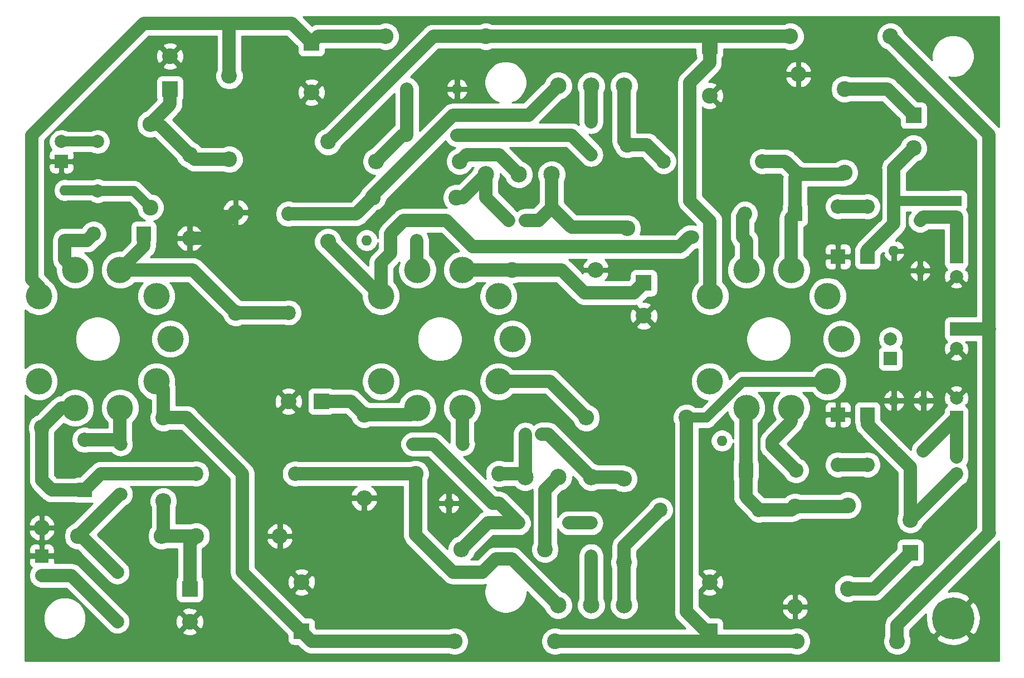
<source format=gbr>
G04 #@! TF.GenerationSoftware,KiCad,Pcbnew,(5.1.5-0-10_14)*
G04 #@! TF.CreationDate,2020-04-26T22:00:10+01:00*
G04 #@! TF.ProjectId,Preamp-Trial,50726561-6d70-42d5-9472-69616c2e6b69,rev?*
G04 #@! TF.SameCoordinates,Original*
G04 #@! TF.FileFunction,Copper,L2,Bot*
G04 #@! TF.FilePolarity,Positive*
%FSLAX46Y46*%
G04 Gerber Fmt 4.6, Leading zero omitted, Abs format (unit mm)*
G04 Created by KiCad (PCBNEW (5.1.5-0-10_14)) date 2020-04-26 22:00:10*
%MOMM*%
%LPD*%
G04 APERTURE LIST*
%ADD10R,1.600000X1.600000*%
%ADD11C,1.600000*%
%ADD12C,2.000000*%
%ADD13R,1.400000X1.400000*%
%ADD14C,1.400000*%
%ADD15C,6.400000*%
%ADD16C,2.200000*%
%ADD17R,2.200000X2.200000*%
%ADD18O,2.200000X2.200000*%
%ADD19O,1.600000X1.600000*%
%ADD20C,2.400000*%
%ADD21O,2.400000X2.400000*%
%ADD22R,2.400000X2.400000*%
%ADD23R,2.000000X2.000000*%
%ADD24C,2.499360*%
%ADD25C,4.000000*%
%ADD26C,2.000000*%
%ADD27C,1.500000*%
%ADD28C,0.254000*%
G04 APERTURE END LIST*
D10*
X232500000Y-64000000D03*
D11*
X232500000Y-66500000D03*
D12*
X102000000Y-55000000D03*
X102000000Y-62500000D03*
D13*
X177000000Y-113000000D03*
D14*
X177000000Y-118000000D03*
D13*
X177000000Y-57000000D03*
D14*
X177000000Y-52000000D03*
D15*
X232000000Y-127500000D03*
D16*
X203000000Y-58000000D03*
X188000000Y-58000000D03*
X131000000Y-66000000D03*
X131000000Y-81000000D03*
X202500000Y-111000000D03*
X187500000Y-111000000D03*
X132000000Y-105500000D03*
X117000000Y-105500000D03*
D10*
X232500000Y-105500000D03*
D11*
X232500000Y-103000000D03*
D17*
X214500000Y-72500000D03*
D18*
X214500000Y-64880000D03*
D17*
X219000000Y-72500000D03*
D18*
X219000000Y-64880000D03*
D17*
X208000000Y-66000000D03*
D18*
X200380000Y-66000000D03*
D17*
X109000000Y-69000000D03*
D18*
X101380000Y-69000000D03*
D17*
X214500000Y-96500000D03*
D18*
X214500000Y-104120000D03*
D17*
X219000000Y-96500000D03*
D18*
X219000000Y-104120000D03*
D17*
X200500000Y-105000000D03*
D18*
X208120000Y-105000000D03*
D17*
X100000000Y-108000000D03*
D18*
X100000000Y-100380000D03*
D11*
X227000000Y-67000000D03*
D19*
X227000000Y-74620000D03*
D11*
X223000000Y-64000000D03*
D19*
X223000000Y-71620000D03*
D20*
X215500000Y-47000000D03*
D21*
X215500000Y-59700000D03*
D11*
X200000000Y-69500000D03*
D19*
X192380000Y-69500000D03*
D20*
X165000000Y-74500000D03*
D21*
X177700000Y-74500000D03*
D11*
X150500000Y-70000000D03*
D19*
X142880000Y-70000000D03*
D11*
X149000000Y-47000000D03*
D19*
X156620000Y-47000000D03*
D20*
X182500000Y-55500000D03*
D21*
X182500000Y-68200000D03*
D11*
X149000000Y-54000000D03*
D19*
X156620000Y-54000000D03*
D20*
X157000000Y-58000000D03*
D21*
X144300000Y-58000000D03*
D20*
X156500000Y-63500000D03*
D21*
X143800000Y-63500000D03*
D20*
X116000000Y-57000000D03*
D21*
X116000000Y-69700000D03*
D20*
X122000000Y-45000000D03*
D21*
X122000000Y-57700000D03*
D11*
X97000000Y-70000000D03*
D19*
X97000000Y-62380000D03*
D20*
X110000000Y-65000000D03*
D21*
X110000000Y-52300000D03*
D11*
X227500000Y-102000000D03*
D19*
X227500000Y-94380000D03*
D11*
X223000000Y-102000000D03*
D19*
X223000000Y-94380000D03*
D20*
X216000000Y-123000000D03*
D21*
X216000000Y-110300000D03*
D11*
X204500000Y-100500000D03*
D19*
X196880000Y-100500000D03*
D20*
X142500000Y-96500000D03*
D21*
X142500000Y-109200000D03*
D11*
X157500000Y-101000000D03*
D19*
X149880000Y-101000000D03*
D11*
X163000000Y-110000000D03*
D19*
X155380000Y-110000000D03*
D20*
X182000000Y-119000000D03*
D21*
X182000000Y-106300000D03*
D11*
X166000000Y-113000000D03*
D19*
X173620000Y-113000000D03*
D20*
X170000000Y-117000000D03*
D21*
X157300000Y-117000000D03*
D20*
X163000000Y-105500000D03*
D21*
X150300000Y-105500000D03*
D20*
X117000000Y-115000000D03*
D21*
X129700000Y-115000000D03*
D20*
X112000000Y-97000000D03*
D21*
X112000000Y-109700000D03*
D11*
X105500000Y-101000000D03*
D19*
X105500000Y-108620000D03*
D20*
X99000000Y-115000000D03*
D21*
X111700000Y-115000000D03*
D20*
X222500000Y-39000000D03*
D21*
X207260000Y-39000000D03*
D20*
X208500000Y-60000000D03*
D21*
X208500000Y-44760000D03*
D20*
X137000000Y-55000000D03*
D21*
X137000000Y-70240000D03*
D20*
X161000000Y-39000000D03*
D21*
X145760000Y-39000000D03*
D20*
X123000000Y-81000000D03*
D21*
X123000000Y-65760000D03*
D20*
X223500000Y-131000000D03*
D21*
X208260000Y-131000000D03*
D20*
X208000000Y-110500000D03*
D21*
X208000000Y-125740000D03*
D20*
X191500000Y-97000000D03*
D21*
X176260000Y-97000000D03*
D20*
X171500000Y-131000000D03*
D21*
X156260000Y-131000000D03*
D20*
X93500000Y-98500000D03*
D21*
X93500000Y-113740000D03*
D22*
X195000000Y-40500000D03*
D20*
X195000000Y-48000000D03*
D22*
X226000000Y-51000000D03*
D20*
X226000000Y-56000000D03*
D22*
X185000000Y-76500000D03*
D20*
X185000000Y-81500000D03*
D14*
X167000000Y-67000000D03*
X164500000Y-67000000D03*
D22*
X134500000Y-40000000D03*
D20*
X134500000Y-47500000D03*
D22*
X113000000Y-47000000D03*
D20*
X113000000Y-42000000D03*
D22*
X195000000Y-129500000D03*
D20*
X195000000Y-122000000D03*
D22*
X225500000Y-117500000D03*
D20*
X225500000Y-112500000D03*
D22*
X136000000Y-94500000D03*
D20*
X131000000Y-94500000D03*
D14*
X169500000Y-99500000D03*
X167000000Y-99500000D03*
D22*
X133000000Y-129500000D03*
D20*
X133000000Y-122000000D03*
D22*
X116000000Y-123000000D03*
D20*
X116000000Y-128000000D03*
D12*
X105000000Y-128000000D03*
X105000000Y-120500000D03*
D23*
X232500000Y-83500000D03*
D12*
X232500000Y-86500000D03*
D23*
X93500000Y-118000000D03*
D12*
X93500000Y-121000000D03*
D23*
X222500000Y-88000000D03*
D12*
X222500000Y-85000000D03*
D23*
X232500000Y-97000000D03*
D12*
X232500000Y-94000000D03*
D23*
X96500000Y-58000000D03*
D12*
X96500000Y-55000000D03*
D23*
X232500000Y-72500000D03*
D12*
X232500000Y-75500000D03*
D24*
X171998740Y-106000000D03*
X166997480Y-106000000D03*
X177000000Y-106000000D03*
X177001260Y-125500000D03*
X182002520Y-125500000D03*
X172000000Y-125500000D03*
X165998740Y-60000000D03*
X160997480Y-60000000D03*
X171000000Y-60000000D03*
X177001260Y-46500000D03*
X182002520Y-46500000D03*
X172000000Y-46500000D03*
D25*
X93068200Y-78511000D03*
X98588300Y-74500000D03*
X105411700Y-74500000D03*
X110931800Y-78510600D03*
X113040400Y-85000000D03*
X110931800Y-91489400D03*
X105411700Y-95500000D03*
X98588300Y-95500000D03*
X93068200Y-91489400D03*
X145068200Y-78511000D03*
X150588300Y-74500000D03*
X157411700Y-74500000D03*
X162931800Y-78510600D03*
X165040400Y-85000000D03*
X162931800Y-91489400D03*
X157411700Y-95500000D03*
X150588300Y-95500000D03*
X145068200Y-91489400D03*
X195068200Y-78511000D03*
X200588300Y-74500000D03*
X207411700Y-74500000D03*
X212931800Y-78510600D03*
X215040400Y-85000000D03*
X212931800Y-91489400D03*
X207411700Y-95500000D03*
X200588300Y-95500000D03*
X195068200Y-91489400D03*
D26*
X93500000Y-121000000D02*
X98000000Y-121000000D01*
X98000000Y-121000000D02*
X105000000Y-128000000D01*
X99000000Y-115000000D02*
X99500000Y-115000000D01*
X99500000Y-115000000D02*
X105000000Y-120500000D01*
X105500000Y-108620000D02*
X105380000Y-108620000D01*
X105380000Y-108620000D02*
X99000000Y-115000000D01*
X112000000Y-109700000D02*
X112000000Y-114700000D01*
X112000000Y-114700000D02*
X111700000Y-115000000D01*
X111700000Y-115000000D02*
X117000000Y-115000000D01*
X117000000Y-115000000D02*
X116000000Y-116000000D01*
X116000000Y-116000000D02*
X116000000Y-123000000D01*
X156260000Y-131000000D02*
X134500000Y-131000000D01*
X134500000Y-131000000D02*
X133000000Y-129500000D01*
X112000000Y-97000000D02*
X112000000Y-92557600D01*
X112000000Y-92557600D02*
X110931800Y-91489400D01*
X133000000Y-129500000D02*
X124000000Y-120500000D01*
X115500000Y-97000000D02*
X112000000Y-97000000D01*
X124000000Y-105500000D02*
X115500000Y-97000000D01*
X124000000Y-120500000D02*
X124000000Y-105500000D01*
X150300000Y-105500000D02*
X132000000Y-105500000D01*
X156000000Y-120500000D02*
X160500000Y-120500000D01*
X150300000Y-114800000D02*
X156000000Y-120500000D01*
X172000000Y-125500000D02*
X165000000Y-118500000D01*
X150300000Y-114800000D02*
X150300000Y-105500000D01*
X162500000Y-118500000D02*
X165000000Y-118500000D01*
X160500000Y-120500000D02*
X162500000Y-118500000D01*
X100000000Y-108000000D02*
X102500000Y-105500000D01*
X102500000Y-105500000D02*
X117000000Y-105500000D01*
X100000000Y-108000000D02*
X95000000Y-108000000D01*
X93500000Y-106500000D02*
X93500000Y-98500000D01*
X95000000Y-108000000D02*
X93500000Y-106500000D01*
X98588300Y-95500000D02*
X96500000Y-95500000D01*
X96500000Y-95500000D02*
X93500000Y-98500000D01*
X169500000Y-99500000D02*
X170500000Y-99500000D01*
X170500000Y-99500000D02*
X177000000Y-106000000D01*
X177000000Y-106000000D02*
X181700000Y-106000000D01*
X181700000Y-106000000D02*
X182000000Y-106300000D01*
X163000000Y-105500000D02*
X166500000Y-105500000D01*
X166500000Y-105500000D02*
X167000000Y-106000000D01*
X167000000Y-106000000D02*
X167000000Y-99500000D01*
X177000000Y-113000000D02*
X173620000Y-113000000D01*
X116000000Y-69700000D02*
X119060000Y-69700000D01*
X119060000Y-69700000D02*
X123000000Y-65760000D01*
X232500000Y-97000000D02*
X227500000Y-102000000D01*
X232500000Y-97000000D02*
X232500000Y-103000000D01*
D27*
X191500000Y-97000000D02*
X194500000Y-97000000D01*
X200000000Y-91500000D02*
X212921200Y-91500000D01*
X194500000Y-97000000D02*
X200000000Y-91500000D01*
X212921200Y-91500000D02*
X212931800Y-91489400D01*
X195000000Y-129500000D02*
X194500000Y-129500000D01*
D26*
X194500000Y-129500000D02*
X191500000Y-126500000D01*
X191500000Y-126500000D02*
X191500000Y-97000000D01*
D27*
X212921200Y-91500000D02*
X212931800Y-91489400D01*
D26*
X208260000Y-131000000D02*
X195000000Y-131000000D01*
X195000000Y-129500000D02*
X195000000Y-131000000D01*
X195000000Y-131000000D02*
X171500000Y-131000000D01*
X232500000Y-105500000D02*
X225500000Y-112500000D01*
X225500000Y-112500000D02*
X225500000Y-104500000D01*
X225500000Y-104500000D02*
X223000000Y-102000000D01*
X219000000Y-96500000D02*
X219000000Y-98000000D01*
X219000000Y-98000000D02*
X223000000Y-102000000D01*
D27*
X96500000Y-55000000D02*
X102000000Y-55000000D01*
D26*
X122000000Y-57700000D02*
X116700000Y-57700000D01*
X116700000Y-57700000D02*
X111300000Y-52300000D01*
X111300000Y-52300000D02*
X110000000Y-52300000D01*
X110000000Y-52300000D02*
X113000000Y-49300000D01*
X113000000Y-49300000D02*
X113000000Y-47000000D01*
X145760000Y-39000000D02*
X135500000Y-39000000D01*
X135500000Y-39000000D02*
X134500000Y-40000000D01*
X122000000Y-37000000D02*
X131500000Y-37000000D01*
X131500000Y-37000000D02*
X134500000Y-40000000D01*
X122000000Y-37000000D02*
X122000000Y-45000000D01*
X93068200Y-78511000D02*
X93068200Y-77068200D01*
X93068200Y-77068200D02*
X92000000Y-76000000D01*
X92000000Y-76000000D02*
X92000000Y-54000000D01*
X92000000Y-54000000D02*
X109000000Y-37000000D01*
X109000000Y-37000000D02*
X122000000Y-37000000D01*
X143800000Y-63500000D02*
X143800000Y-63200000D01*
X143800000Y-63200000D02*
X156000000Y-51000000D01*
X167500000Y-51000000D02*
X172000000Y-46500000D01*
X156000000Y-51000000D02*
X167500000Y-51000000D01*
X131000000Y-66000000D02*
X141300000Y-66000000D01*
X141300000Y-66000000D02*
X143800000Y-63500000D01*
X123000000Y-81000000D02*
X131000000Y-81000000D01*
X105411700Y-74500000D02*
X116500000Y-74500000D01*
X116500000Y-74500000D02*
X123000000Y-81000000D01*
X109000000Y-69000000D02*
X109000000Y-70911700D01*
X109000000Y-70911700D02*
X105411700Y-74500000D01*
X171000000Y-65000000D02*
X174000000Y-68000000D01*
X174000000Y-68000000D02*
X182300000Y-68000000D01*
X182300000Y-68000000D02*
X182500000Y-68200000D01*
X167000000Y-67000000D02*
X169000000Y-67000000D01*
X171000000Y-65000000D02*
X171000000Y-60000000D01*
X169000000Y-67000000D02*
X171000000Y-65000000D01*
X160997480Y-60000000D02*
X160997480Y-63497480D01*
X160997480Y-63497480D02*
X164500000Y-67000000D01*
X156500000Y-63500000D02*
X157497480Y-63500000D01*
X157497480Y-63500000D02*
X160997480Y-60000000D01*
X156620000Y-54000000D02*
X174000000Y-54000000D01*
X174000000Y-54000000D02*
X177000000Y-57000000D01*
X165000000Y-74500000D02*
X172500000Y-74500000D01*
X183500000Y-78000000D02*
X185000000Y-76500000D01*
X176000000Y-78000000D02*
X183500000Y-78000000D01*
X172500000Y-74500000D02*
X176000000Y-78000000D01*
X157411700Y-74500000D02*
X165000000Y-74500000D01*
X215500000Y-47000000D02*
X222000000Y-47000000D01*
X222000000Y-47000000D02*
X226000000Y-51000000D01*
X100000000Y-100380000D02*
X104880000Y-100380000D01*
X104880000Y-100380000D02*
X105500000Y-101000000D01*
X105411700Y-95500000D02*
X105411700Y-100911700D01*
X105411700Y-100911700D02*
X105500000Y-101000000D01*
X207411700Y-95500000D02*
X207411700Y-97588300D01*
X207411700Y-97588300D02*
X204500000Y-100500000D01*
X204500000Y-100500000D02*
X204500000Y-101380000D01*
X204500000Y-101380000D02*
X208120000Y-105000000D01*
X232500000Y-83500000D02*
X237460000Y-83500000D01*
X237460000Y-83500000D02*
X237500000Y-83500000D01*
X237500000Y-83500000D02*
X237460000Y-83500000D01*
X237460000Y-53960000D02*
X237460000Y-83500000D01*
X237460000Y-83500000D02*
X237460000Y-114540000D01*
X237500000Y-114500000D02*
X223500000Y-128500000D01*
X223500000Y-131000000D02*
X223500000Y-128500000D01*
X237460000Y-53960000D02*
X222500000Y-39000000D01*
X237460000Y-114540000D02*
X237500000Y-114500000D01*
X177000000Y-118000000D02*
X177000000Y-125500000D01*
X182500000Y-55500000D02*
X185500000Y-55500000D01*
X185500000Y-55500000D02*
X188000000Y-58000000D01*
X182002520Y-46500000D02*
X182002520Y-55002520D01*
X182002520Y-55002520D02*
X182500000Y-55500000D01*
X97000000Y-70000000D02*
X100380000Y-70000000D01*
X100380000Y-70000000D02*
X101380000Y-69000000D01*
X97000000Y-70000000D02*
X97000000Y-72911700D01*
X97000000Y-72911700D02*
X98588300Y-74500000D01*
X163000000Y-110000000D02*
X162000000Y-110000000D01*
X153000000Y-101000000D02*
X149880000Y-101000000D01*
X162000000Y-110000000D02*
X153000000Y-101000000D01*
X166000000Y-113000000D02*
X163000000Y-110000000D01*
X166000000Y-113000000D02*
X161300000Y-113000000D01*
X161300000Y-113000000D02*
X157300000Y-117000000D01*
X157411700Y-95500000D02*
X157411700Y-100911700D01*
X157411700Y-100911700D02*
X157500000Y-101000000D01*
X208000000Y-110500000D02*
X215800000Y-110500000D01*
X215800000Y-110500000D02*
X216000000Y-110300000D01*
X202500000Y-111000000D02*
X207500000Y-111000000D01*
X207500000Y-111000000D02*
X208000000Y-110500000D01*
X200500000Y-105000000D02*
X200500000Y-109000000D01*
X200500000Y-109000000D02*
X202500000Y-111000000D01*
X200500000Y-105000000D02*
X200500000Y-95588300D01*
X200500000Y-95588300D02*
X200588300Y-95500000D01*
X182000000Y-119000000D02*
X182000000Y-116500000D01*
X182000000Y-116500000D02*
X187500000Y-111000000D01*
X182000000Y-119000000D02*
X182000000Y-125497480D01*
X182000000Y-125497480D02*
X182002520Y-125500000D01*
X142500000Y-96500000D02*
X149588300Y-96500000D01*
X149588300Y-96500000D02*
X150588300Y-95500000D01*
X136000000Y-94500000D02*
X140500000Y-94500000D01*
X140500000Y-94500000D02*
X142500000Y-96500000D01*
D27*
X102000000Y-62500000D02*
X107500000Y-62500000D01*
X107500000Y-62500000D02*
X110000000Y-65000000D01*
X97000000Y-62380000D02*
X101880000Y-62380000D01*
X101880000Y-62380000D02*
X102000000Y-62500000D01*
D26*
X177000000Y-52000000D02*
X177000000Y-46501260D01*
X177000000Y-46501260D02*
X177001260Y-46500000D01*
X208500000Y-60000000D02*
X215200000Y-60000000D01*
X215200000Y-60000000D02*
X215500000Y-59700000D01*
X203000000Y-58000000D02*
X206500000Y-58000000D01*
X206500000Y-58000000D02*
X208500000Y-60000000D01*
X208000000Y-66000000D02*
X208000000Y-60500000D01*
X208000000Y-60500000D02*
X208500000Y-60000000D01*
X207411700Y-74500000D02*
X207411700Y-66588300D01*
X207411700Y-66588300D02*
X208000000Y-66000000D01*
X161000000Y-39000000D02*
X153000000Y-39000000D01*
X153000000Y-39000000D02*
X137000000Y-55000000D01*
X195000000Y-40500000D02*
X195000000Y-39000000D01*
X195000000Y-39000000D02*
X161000000Y-39000000D01*
X195000000Y-40500000D02*
X195000000Y-43000000D01*
X195068200Y-67068200D02*
X195068200Y-78511000D01*
X192000000Y-64000000D02*
X195068200Y-67068200D01*
X192000000Y-46000000D02*
X192000000Y-64000000D01*
X195000000Y-43000000D02*
X192000000Y-46000000D01*
X207260000Y-39000000D02*
X195000000Y-39000000D01*
X214500000Y-104120000D02*
X219000000Y-104120000D01*
X200000000Y-69500000D02*
X200000000Y-66380000D01*
X200000000Y-66380000D02*
X200380000Y-66000000D01*
X200588300Y-74500000D02*
X200588300Y-70088300D01*
X200588300Y-70088300D02*
X200000000Y-69500000D01*
X219000000Y-64880000D02*
X214500000Y-64880000D01*
X162931800Y-91489400D02*
X170749400Y-91489400D01*
X170749400Y-91489400D02*
X176260000Y-97000000D01*
X149000000Y-54000000D02*
X148300000Y-54000000D01*
X148300000Y-54000000D02*
X144300000Y-58000000D01*
X149000000Y-47000000D02*
X149000000Y-54000000D01*
X150500000Y-70000000D02*
X150500000Y-74411700D01*
X150500000Y-74411700D02*
X150588300Y-74500000D01*
X150000000Y-73911700D02*
X150588300Y-74500000D01*
X192380000Y-69500000D02*
X192000000Y-69500000D01*
X192000000Y-69500000D02*
X190500000Y-71000000D01*
X145068200Y-73431800D02*
X145068200Y-78511000D01*
X146500000Y-72000000D02*
X145068200Y-73431800D01*
X146500000Y-69000000D02*
X146500000Y-72000000D01*
X148500000Y-67000000D02*
X146500000Y-69000000D01*
X155000000Y-67000000D02*
X148500000Y-67000000D01*
X159000000Y-71000000D02*
X155000000Y-67000000D01*
X190500000Y-71000000D02*
X159000000Y-71000000D01*
X137000000Y-70240000D02*
X137000000Y-70442800D01*
X137000000Y-70442800D02*
X145068200Y-78511000D01*
X223000000Y-64000000D02*
X223000000Y-59000000D01*
X223000000Y-59000000D02*
X226000000Y-56000000D01*
D27*
X232500000Y-64000000D02*
X223000000Y-64000000D01*
D26*
X219000000Y-72500000D02*
X219000000Y-71500000D01*
X219000000Y-71500000D02*
X223000000Y-67500000D01*
X223000000Y-67500000D02*
X223000000Y-64000000D01*
X172000000Y-106000000D02*
X170000000Y-108000000D01*
X170000000Y-108000000D02*
X170000000Y-117000000D01*
X157000000Y-58000000D02*
X158000000Y-57000000D01*
X163000000Y-57000000D02*
X166000000Y-60000000D01*
X158000000Y-57000000D02*
X163000000Y-57000000D01*
X165998740Y-60000000D02*
X165998740Y-59998740D01*
X216000000Y-123000000D02*
X220000000Y-123000000D01*
X220000000Y-123000000D02*
X225500000Y-117500000D01*
X232500000Y-66500000D02*
X227500000Y-66500000D01*
X227500000Y-66500000D02*
X227000000Y-67000000D01*
X232500000Y-72500000D02*
X232500000Y-66500000D01*
D28*
G36*
X238998001Y-52796513D02*
G01*
X238991777Y-52788929D01*
X238889528Y-52664338D01*
X238889525Y-52664335D01*
X238829187Y-52590813D01*
X238755665Y-52530475D01*
X231395085Y-45169896D01*
X231682168Y-45227000D01*
X232317832Y-45227000D01*
X232941281Y-45102988D01*
X233528558Y-44859730D01*
X234057093Y-44506575D01*
X234506575Y-44057093D01*
X234859730Y-43528558D01*
X235102988Y-42941281D01*
X235227000Y-42317832D01*
X235227000Y-41682168D01*
X235102988Y-41058719D01*
X234859730Y-40471442D01*
X234506575Y-39942907D01*
X234057093Y-39493425D01*
X233528558Y-39140270D01*
X232941281Y-38897012D01*
X232317832Y-38773000D01*
X231682168Y-38773000D01*
X231058719Y-38897012D01*
X230471442Y-39140270D01*
X229942907Y-39493425D01*
X229493425Y-39942907D01*
X229140270Y-40471442D01*
X228897012Y-41058719D01*
X228773000Y-41682168D01*
X228773000Y-42317832D01*
X228830105Y-42604915D01*
X224503184Y-38277995D01*
X224384923Y-37992488D01*
X224152149Y-37644116D01*
X223855884Y-37347851D01*
X223507512Y-37115077D01*
X223120423Y-36954739D01*
X222709491Y-36873000D01*
X222290509Y-36873000D01*
X221879577Y-36954739D01*
X221492488Y-37115077D01*
X221144116Y-37347851D01*
X220847851Y-37644116D01*
X220615077Y-37992488D01*
X220454739Y-38379577D01*
X220373000Y-38790509D01*
X220373000Y-39209491D01*
X220454739Y-39620423D01*
X220615077Y-40007512D01*
X220847851Y-40355884D01*
X221144116Y-40652149D01*
X221492488Y-40884923D01*
X221777995Y-41003184D01*
X235533000Y-54758190D01*
X235533001Y-81573000D01*
X233545538Y-81573000D01*
X233500000Y-81568515D01*
X231500000Y-81568515D01*
X231318276Y-81586413D01*
X231143536Y-81639420D01*
X230982495Y-81725499D01*
X230841341Y-81841341D01*
X230725499Y-81982495D01*
X230639420Y-82143536D01*
X230586413Y-82318276D01*
X230568515Y-82500000D01*
X230568515Y-83450879D01*
X230563677Y-83500000D01*
X230568515Y-83549121D01*
X230568515Y-84500000D01*
X230586413Y-84681724D01*
X230639420Y-84856464D01*
X230725499Y-85017505D01*
X230841341Y-85158659D01*
X230982495Y-85274501D01*
X230986078Y-85276416D01*
X230938205Y-85324289D01*
X231117200Y-85503284D01*
X230788664Y-85594088D01*
X230644812Y-85945360D01*
X230572254Y-86317946D01*
X230573777Y-86697529D01*
X230649325Y-87069521D01*
X230788664Y-87405912D01*
X231117202Y-87496717D01*
X232113920Y-86500000D01*
X232099777Y-86485858D01*
X232485858Y-86099777D01*
X232500000Y-86113920D01*
X232514142Y-86099777D01*
X232900223Y-86485858D01*
X232886080Y-86500000D01*
X233882798Y-87496717D01*
X234211336Y-87405912D01*
X234355188Y-87054640D01*
X234427746Y-86682054D01*
X234426223Y-86302471D01*
X234350675Y-85930479D01*
X234211336Y-85594088D01*
X233882800Y-85503284D01*
X233959084Y-85427000D01*
X235533000Y-85427000D01*
X235533001Y-113741809D01*
X222204336Y-127070475D01*
X222130814Y-127130813D01*
X222070476Y-127204335D01*
X222070472Y-127204339D01*
X221890007Y-127424237D01*
X221711071Y-127759002D01*
X221600884Y-128122242D01*
X221563678Y-128500000D01*
X221573001Y-128594657D01*
X221573000Y-130094070D01*
X221454739Y-130379577D01*
X221373000Y-130790509D01*
X221373000Y-131209491D01*
X221454739Y-131620423D01*
X221615077Y-132007512D01*
X221847851Y-132355884D01*
X222144116Y-132652149D01*
X222492488Y-132884923D01*
X222879577Y-133045261D01*
X223290509Y-133127000D01*
X223709491Y-133127000D01*
X224120423Y-133045261D01*
X224507512Y-132884923D01*
X224855884Y-132652149D01*
X225152149Y-132355884D01*
X225384923Y-132007512D01*
X225545261Y-131620423D01*
X225627000Y-131209491D01*
X225627000Y-130790509D01*
X225560220Y-130454780D01*
X229431300Y-130454780D01*
X229788623Y-131008156D01*
X230515521Y-131372166D01*
X231299467Y-131587371D01*
X232110334Y-131645500D01*
X232916961Y-131544320D01*
X233688349Y-131287719D01*
X234211377Y-131008156D01*
X234568700Y-130454780D01*
X232000000Y-127886080D01*
X229431300Y-130454780D01*
X225560220Y-130454780D01*
X225545261Y-130379577D01*
X225427000Y-130094071D01*
X225427000Y-129298189D01*
X227911618Y-126813571D01*
X227854500Y-127610334D01*
X227955680Y-128416961D01*
X228212281Y-129188349D01*
X228491844Y-129711377D01*
X229045220Y-130068700D01*
X231613920Y-127500000D01*
X232386080Y-127500000D01*
X234954780Y-130068700D01*
X235508156Y-129711377D01*
X235872166Y-128984479D01*
X236087371Y-128200533D01*
X236145500Y-127389666D01*
X236044320Y-126583039D01*
X235787719Y-125811651D01*
X235508156Y-125288623D01*
X234954780Y-124931300D01*
X232386080Y-127500000D01*
X231613920Y-127500000D01*
X231599778Y-127485858D01*
X231985858Y-127099778D01*
X232000000Y-127113920D01*
X234568700Y-124545220D01*
X234211377Y-123991844D01*
X233484479Y-123627834D01*
X232700533Y-123412629D01*
X231889666Y-123354500D01*
X231296254Y-123428935D01*
X238755665Y-115969525D01*
X238829187Y-115909187D01*
X238889525Y-115835665D01*
X238929528Y-115795662D01*
X238998000Y-115712228D01*
X238998000Y-133998000D01*
X91002000Y-133998000D01*
X91002000Y-127182168D01*
X93773000Y-127182168D01*
X93773000Y-127817832D01*
X93897012Y-128441281D01*
X94140270Y-129028558D01*
X94493425Y-129557093D01*
X94942907Y-130006575D01*
X95471442Y-130359730D01*
X96058719Y-130602988D01*
X96682168Y-130727000D01*
X97317832Y-130727000D01*
X97941281Y-130602988D01*
X98528558Y-130359730D01*
X99057093Y-130006575D01*
X99506575Y-129557093D01*
X99859730Y-129028558D01*
X100102988Y-128441281D01*
X100227000Y-127817832D01*
X100227000Y-127182168D01*
X100102988Y-126558719D01*
X99859730Y-125971442D01*
X99506575Y-125442907D01*
X99057093Y-124993425D01*
X98528558Y-124640270D01*
X97941281Y-124397012D01*
X97317832Y-124273000D01*
X96682168Y-124273000D01*
X96058719Y-124397012D01*
X95471442Y-124640270D01*
X94942907Y-124993425D01*
X94493425Y-125442907D01*
X94140270Y-125971442D01*
X93897012Y-126558719D01*
X93773000Y-127182168D01*
X91002000Y-127182168D01*
X91002000Y-121000000D01*
X91563677Y-121000000D01*
X91573000Y-121094658D01*
X91573000Y-121189793D01*
X91591560Y-121283102D01*
X91600883Y-121377758D01*
X91628492Y-121468774D01*
X91647053Y-121562085D01*
X91683461Y-121649982D01*
X91711071Y-121740999D01*
X91755908Y-121824883D01*
X91792315Y-121912777D01*
X91845169Y-121991879D01*
X91890006Y-122075763D01*
X91950345Y-122149286D01*
X92003201Y-122228391D01*
X92070475Y-122295665D01*
X92130813Y-122369187D01*
X92204335Y-122429525D01*
X92271609Y-122496799D01*
X92350714Y-122549655D01*
X92424237Y-122609994D01*
X92508121Y-122654831D01*
X92587223Y-122707685D01*
X92675117Y-122744092D01*
X92759001Y-122788929D01*
X92850018Y-122816539D01*
X92937915Y-122852947D01*
X93031226Y-122871508D01*
X93122242Y-122899117D01*
X93216898Y-122908440D01*
X93310207Y-122927000D01*
X97201811Y-122927000D01*
X103503201Y-129228391D01*
X103771609Y-129496799D01*
X103850713Y-129549655D01*
X103924236Y-129609993D01*
X104008119Y-129654829D01*
X104087223Y-129707685D01*
X104175118Y-129744092D01*
X104259001Y-129788929D01*
X104350019Y-129816539D01*
X104437915Y-129852947D01*
X104531224Y-129871507D01*
X104622241Y-129899117D01*
X104716896Y-129908439D01*
X104810207Y-129927000D01*
X104905350Y-129927000D01*
X105000000Y-129936322D01*
X105094650Y-129927000D01*
X105189793Y-129927000D01*
X105283104Y-129908439D01*
X105377758Y-129899117D01*
X105468773Y-129871508D01*
X105562085Y-129852947D01*
X105649984Y-129816538D01*
X105740998Y-129788929D01*
X105824878Y-129744094D01*
X105912777Y-129707685D01*
X105991885Y-129654827D01*
X106075763Y-129609993D01*
X106149281Y-129549658D01*
X106183847Y-129526562D01*
X114859518Y-129526562D01*
X114974883Y-129875407D01*
X115360454Y-130039362D01*
X115770603Y-130124946D01*
X116189566Y-130128869D01*
X116601245Y-130050981D01*
X116989819Y-129894275D01*
X117025117Y-129875407D01*
X117140482Y-129526562D01*
X116000000Y-128386080D01*
X114859518Y-129526562D01*
X106183847Y-129526562D01*
X106228391Y-129496799D01*
X106295666Y-129429524D01*
X106369187Y-129369187D01*
X106429524Y-129295666D01*
X106496799Y-129228391D01*
X106549658Y-129149281D01*
X106609993Y-129075763D01*
X106654827Y-128991885D01*
X106707685Y-128912777D01*
X106744094Y-128824878D01*
X106788929Y-128740998D01*
X106816538Y-128649984D01*
X106852947Y-128562085D01*
X106871508Y-128468773D01*
X106899117Y-128377758D01*
X106908439Y-128283104D01*
X106927000Y-128189793D01*
X106927000Y-128189566D01*
X113871131Y-128189566D01*
X113949019Y-128601245D01*
X114105725Y-128989819D01*
X114124593Y-129025117D01*
X114473438Y-129140482D01*
X115613920Y-128000000D01*
X116386080Y-128000000D01*
X117526562Y-129140482D01*
X117875407Y-129025117D01*
X118039362Y-128639546D01*
X118124946Y-128229397D01*
X118128869Y-127810434D01*
X118050981Y-127398755D01*
X117894275Y-127010181D01*
X117875407Y-126974883D01*
X117526562Y-126859518D01*
X116386080Y-128000000D01*
X115613920Y-128000000D01*
X114473438Y-126859518D01*
X114124593Y-126974883D01*
X113960638Y-127360454D01*
X113875054Y-127770603D01*
X113871131Y-128189566D01*
X106927000Y-128189566D01*
X106927000Y-128094650D01*
X106936322Y-128000000D01*
X106927000Y-127905350D01*
X106927000Y-127810207D01*
X106908439Y-127716896D01*
X106899117Y-127622241D01*
X106871507Y-127531224D01*
X106852947Y-127437915D01*
X106816539Y-127350019D01*
X106788929Y-127259001D01*
X106744092Y-127175118D01*
X106707685Y-127087223D01*
X106654829Y-127008119D01*
X106609993Y-126924236D01*
X106549655Y-126850713D01*
X106496799Y-126771609D01*
X106228391Y-126503201D01*
X106198628Y-126473438D01*
X114859518Y-126473438D01*
X116000000Y-127613920D01*
X117140482Y-126473438D01*
X117025117Y-126124593D01*
X116639546Y-125960638D01*
X116229397Y-125875054D01*
X115810434Y-125871131D01*
X115398755Y-125949019D01*
X115010181Y-126105725D01*
X114974883Y-126124593D01*
X114859518Y-126473438D01*
X106198628Y-126473438D01*
X99429529Y-119704340D01*
X99369187Y-119630813D01*
X99075763Y-119390006D01*
X98740999Y-119211071D01*
X98377758Y-119100883D01*
X98094658Y-119073000D01*
X98094648Y-119073000D01*
X98000000Y-119063678D01*
X97905352Y-119073000D01*
X95424295Y-119073000D01*
X95431485Y-119000000D01*
X95427000Y-118504750D01*
X95195250Y-118273000D01*
X93773000Y-118273000D01*
X93773000Y-118293000D01*
X93227000Y-118293000D01*
X93227000Y-118273000D01*
X91804750Y-118273000D01*
X91573000Y-118504750D01*
X91568515Y-119000000D01*
X91586413Y-119181724D01*
X91639420Y-119356464D01*
X91725499Y-119517505D01*
X91841341Y-119658659D01*
X91982495Y-119774501D01*
X91996328Y-119781895D01*
X91950345Y-119850714D01*
X91890006Y-119924237D01*
X91845169Y-120008121D01*
X91792315Y-120087223D01*
X91755908Y-120175117D01*
X91711071Y-120259001D01*
X91683461Y-120350018D01*
X91647053Y-120437915D01*
X91628492Y-120531226D01*
X91600883Y-120622242D01*
X91591560Y-120716898D01*
X91573000Y-120810207D01*
X91573000Y-120905342D01*
X91563677Y-121000000D01*
X91002000Y-121000000D01*
X91002000Y-117000000D01*
X91568515Y-117000000D01*
X91573000Y-117495250D01*
X91804750Y-117727000D01*
X93227000Y-117727000D01*
X93227000Y-116304750D01*
X93773000Y-116304750D01*
X93773000Y-117727000D01*
X95195250Y-117727000D01*
X95427000Y-117495250D01*
X95431485Y-117000000D01*
X95413587Y-116818276D01*
X95360580Y-116643536D01*
X95274501Y-116482495D01*
X95158659Y-116341341D01*
X95017505Y-116225499D01*
X94856464Y-116139420D01*
X94681724Y-116086413D01*
X94500000Y-116068515D01*
X94004750Y-116073000D01*
X93773000Y-116304750D01*
X93227000Y-116304750D01*
X92995250Y-116073000D01*
X92500000Y-116068515D01*
X92318276Y-116086413D01*
X92143536Y-116139420D01*
X91982495Y-116225499D01*
X91841341Y-116341341D01*
X91725499Y-116482495D01*
X91639420Y-116643536D01*
X91586413Y-116818276D01*
X91568515Y-117000000D01*
X91002000Y-117000000D01*
X91002000Y-114339624D01*
X91459262Y-114339624D01*
X91615455Y-114726231D01*
X91844070Y-115074937D01*
X92136322Y-115372342D01*
X92480979Y-115607017D01*
X92864796Y-115769944D01*
X92900377Y-115780730D01*
X93227000Y-115615485D01*
X93227000Y-114013000D01*
X93773000Y-114013000D01*
X93773000Y-115615485D01*
X94099623Y-115780730D01*
X94135204Y-115769944D01*
X94519021Y-115607017D01*
X94863678Y-115372342D01*
X95155930Y-115074937D01*
X95384545Y-114726231D01*
X95540738Y-114339624D01*
X95377665Y-114013000D01*
X93773000Y-114013000D01*
X93227000Y-114013000D01*
X91622335Y-114013000D01*
X91459262Y-114339624D01*
X91002000Y-114339624D01*
X91002000Y-113140376D01*
X91459262Y-113140376D01*
X91622335Y-113467000D01*
X93227000Y-113467000D01*
X93227000Y-111864515D01*
X93773000Y-111864515D01*
X93773000Y-113467000D01*
X95377665Y-113467000D01*
X95540738Y-113140376D01*
X95384545Y-112753769D01*
X95155930Y-112405063D01*
X94863678Y-112107658D01*
X94519021Y-111872983D01*
X94135204Y-111710056D01*
X94099623Y-111699270D01*
X93773000Y-111864515D01*
X93227000Y-111864515D01*
X92900377Y-111699270D01*
X92864796Y-111710056D01*
X92480979Y-111872983D01*
X92136322Y-112107658D01*
X91844070Y-112405063D01*
X91615455Y-112753769D01*
X91459262Y-113140376D01*
X91002000Y-113140376D01*
X91002000Y-98290509D01*
X91373000Y-98290509D01*
X91373000Y-98709491D01*
X91454739Y-99120423D01*
X91573001Y-99405932D01*
X91573000Y-106405352D01*
X91563678Y-106500000D01*
X91573000Y-106594648D01*
X91573000Y-106594657D01*
X91600883Y-106877757D01*
X91711071Y-107240998D01*
X91890006Y-107575763D01*
X92130813Y-107869187D01*
X92204340Y-107929529D01*
X93570471Y-109295660D01*
X93630813Y-109369187D01*
X93924237Y-109609994D01*
X94259001Y-109788929D01*
X94622242Y-109899117D01*
X94905342Y-109927000D01*
X94905351Y-109927000D01*
X94999999Y-109936322D01*
X95094647Y-109927000D01*
X98480713Y-109927000D01*
X98543536Y-109960580D01*
X98718276Y-110013587D01*
X98900000Y-110031485D01*
X101100000Y-110031485D01*
X101258984Y-110015827D01*
X98277995Y-112996816D01*
X97992488Y-113115077D01*
X97644116Y-113347851D01*
X97347851Y-113644116D01*
X97115077Y-113992488D01*
X96954739Y-114379577D01*
X96873000Y-114790509D01*
X96873000Y-115209491D01*
X96954739Y-115620423D01*
X97115077Y-116007512D01*
X97347851Y-116355884D01*
X97644116Y-116652149D01*
X97992488Y-116884923D01*
X98379577Y-117045261D01*
X98790509Y-117127000D01*
X98901811Y-117127000D01*
X103503201Y-121728391D01*
X103771609Y-121996799D01*
X103850712Y-122049654D01*
X103924237Y-122109994D01*
X104008121Y-122154831D01*
X104087223Y-122207685D01*
X104175117Y-122244092D01*
X104259001Y-122288929D01*
X104350019Y-122316539D01*
X104437915Y-122352947D01*
X104531224Y-122371507D01*
X104622241Y-122399117D01*
X104716899Y-122408440D01*
X104810207Y-122427000D01*
X104905342Y-122427000D01*
X105000000Y-122436323D01*
X105094658Y-122427000D01*
X105189793Y-122427000D01*
X105283102Y-122408440D01*
X105377758Y-122399117D01*
X105468773Y-122371508D01*
X105562085Y-122352947D01*
X105649984Y-122316538D01*
X105740998Y-122288929D01*
X105824880Y-122244093D01*
X105912777Y-122207685D01*
X105991880Y-122154830D01*
X106075763Y-122109994D01*
X106149286Y-122049655D01*
X106228391Y-121996799D01*
X106295665Y-121929525D01*
X106369187Y-121869187D01*
X106429525Y-121795665D01*
X106496799Y-121728391D01*
X106549655Y-121649286D01*
X106609994Y-121575763D01*
X106654830Y-121491880D01*
X106707685Y-121412777D01*
X106744093Y-121324880D01*
X106788929Y-121240998D01*
X106816538Y-121149984D01*
X106852947Y-121062085D01*
X106871508Y-120968773D01*
X106899117Y-120877758D01*
X106908440Y-120783102D01*
X106927000Y-120689793D01*
X106927000Y-120594657D01*
X106936323Y-120500000D01*
X106927000Y-120405342D01*
X106927000Y-120310207D01*
X106908440Y-120216899D01*
X106899117Y-120122241D01*
X106871507Y-120031224D01*
X106852947Y-119937915D01*
X106816539Y-119850019D01*
X106788929Y-119759001D01*
X106744092Y-119675117D01*
X106707685Y-119587223D01*
X106654831Y-119508121D01*
X106609994Y-119424237D01*
X106549654Y-119350712D01*
X106496799Y-119271609D01*
X106228391Y-119003201D01*
X102015699Y-114790509D01*
X109573000Y-114790509D01*
X109573000Y-115209491D01*
X109654739Y-115620423D01*
X109815077Y-116007512D01*
X110047851Y-116355884D01*
X110344116Y-116652149D01*
X110692488Y-116884923D01*
X111079577Y-117045261D01*
X111490509Y-117127000D01*
X111909491Y-117127000D01*
X112320423Y-117045261D01*
X112605929Y-116927000D01*
X114073000Y-116927000D01*
X114073001Y-121224614D01*
X114025499Y-121282495D01*
X113939420Y-121443536D01*
X113886413Y-121618276D01*
X113868515Y-121800000D01*
X113868515Y-124200000D01*
X113886413Y-124381724D01*
X113939420Y-124556464D01*
X114025499Y-124717505D01*
X114141341Y-124858659D01*
X114282495Y-124974501D01*
X114443536Y-125060580D01*
X114618276Y-125113587D01*
X114800000Y-125131485D01*
X117200000Y-125131485D01*
X117381724Y-125113587D01*
X117556464Y-125060580D01*
X117717505Y-124974501D01*
X117858659Y-124858659D01*
X117974501Y-124717505D01*
X118060580Y-124556464D01*
X118113587Y-124381724D01*
X118131485Y-124200000D01*
X118131485Y-121800000D01*
X118113587Y-121618276D01*
X118060580Y-121443536D01*
X117974501Y-121282495D01*
X117927000Y-121224615D01*
X117927000Y-116918272D01*
X118007512Y-116884923D01*
X118355884Y-116652149D01*
X118652149Y-116355884D01*
X118884923Y-116007512D01*
X119045261Y-115620423D01*
X119127000Y-115209491D01*
X119127000Y-114790509D01*
X119045261Y-114379577D01*
X118884923Y-113992488D01*
X118652149Y-113644116D01*
X118355884Y-113347851D01*
X118007512Y-113115077D01*
X117620423Y-112954739D01*
X117209491Y-112873000D01*
X116790509Y-112873000D01*
X116379577Y-112954739D01*
X116094071Y-113073000D01*
X113927000Y-113073000D01*
X113927000Y-110605929D01*
X114045261Y-110320423D01*
X114127000Y-109909491D01*
X114127000Y-109490509D01*
X114045261Y-109079577D01*
X113884923Y-108692488D01*
X113652149Y-108344116D01*
X113355884Y-108047851D01*
X113007512Y-107815077D01*
X112620423Y-107654739D01*
X112209491Y-107573000D01*
X111790509Y-107573000D01*
X111379577Y-107654739D01*
X110992488Y-107815077D01*
X110644116Y-108047851D01*
X110347851Y-108344116D01*
X110115077Y-108692488D01*
X109954739Y-109079577D01*
X109873000Y-109490509D01*
X109873000Y-109909491D01*
X109954739Y-110320423D01*
X110073000Y-110605930D01*
X110073001Y-113618966D01*
X110047851Y-113644116D01*
X109815077Y-113992488D01*
X109654739Y-114379577D01*
X109573000Y-114790509D01*
X102015699Y-114790509D01*
X101975189Y-114750000D01*
X106402683Y-110322507D01*
X106575763Y-110229994D01*
X106869187Y-109989187D01*
X107109994Y-109695763D01*
X107288929Y-109360999D01*
X107399117Y-108997758D01*
X107436323Y-108620000D01*
X107399117Y-108242242D01*
X107288929Y-107879001D01*
X107109994Y-107544237D01*
X107013780Y-107427000D01*
X116355382Y-107427000D01*
X116408746Y-107449104D01*
X116800358Y-107527000D01*
X117199642Y-107527000D01*
X117591254Y-107449104D01*
X117960145Y-107296304D01*
X118292137Y-107074474D01*
X118574474Y-106792137D01*
X118796304Y-106460145D01*
X118949104Y-106091254D01*
X119027000Y-105699642D01*
X119027000Y-105300358D01*
X118949104Y-104908746D01*
X118796304Y-104539855D01*
X118574474Y-104207863D01*
X118292137Y-103925526D01*
X117960145Y-103703696D01*
X117591254Y-103550896D01*
X117199642Y-103473000D01*
X116800358Y-103473000D01*
X116408746Y-103550896D01*
X116355382Y-103573000D01*
X102594650Y-103573000D01*
X102500000Y-103563678D01*
X102405350Y-103573000D01*
X102405342Y-103573000D01*
X102155291Y-103597628D01*
X102122241Y-103600883D01*
X101925276Y-103660632D01*
X101759001Y-103711071D01*
X101424237Y-103890006D01*
X101412059Y-103900000D01*
X101204338Y-104070472D01*
X101204335Y-104070475D01*
X101130813Y-104130813D01*
X101070475Y-104204335D01*
X99306296Y-105968515D01*
X98900000Y-105968515D01*
X98718276Y-105986413D01*
X98543536Y-106039420D01*
X98480713Y-106073000D01*
X95798189Y-106073000D01*
X95427000Y-105701811D01*
X95427000Y-100180358D01*
X97973000Y-100180358D01*
X97973000Y-100579642D01*
X98050896Y-100971254D01*
X98203696Y-101340145D01*
X98425526Y-101672137D01*
X98707863Y-101954474D01*
X99039855Y-102176304D01*
X99408746Y-102329104D01*
X99800358Y-102407000D01*
X100199642Y-102407000D01*
X100591254Y-102329104D01*
X100644618Y-102307000D01*
X104074333Y-102307000D01*
X104116036Y-102341225D01*
X104204339Y-102429528D01*
X104424237Y-102609993D01*
X104759002Y-102788929D01*
X105037700Y-102873470D01*
X105122241Y-102899116D01*
X105499999Y-102936322D01*
X105877758Y-102899116D01*
X105907790Y-102890006D01*
X106240998Y-102788929D01*
X106575763Y-102609993D01*
X106869187Y-102369187D01*
X107109993Y-102075763D01*
X107288929Y-101740998D01*
X107399116Y-101377758D01*
X107436322Y-100999999D01*
X107399116Y-100622242D01*
X107338700Y-100423076D01*
X107338700Y-97712404D01*
X107685250Y-97365854D01*
X108005574Y-96886455D01*
X108226218Y-96353775D01*
X108338700Y-95788284D01*
X108338700Y-95211716D01*
X108226218Y-94646225D01*
X108005574Y-94113545D01*
X107685250Y-93634146D01*
X107277554Y-93226450D01*
X106798155Y-92906126D01*
X106265475Y-92685482D01*
X105699984Y-92573000D01*
X105123416Y-92573000D01*
X104557925Y-92685482D01*
X104025245Y-92906126D01*
X103545846Y-93226450D01*
X103138150Y-93634146D01*
X102817826Y-94113545D01*
X102597182Y-94646225D01*
X102484700Y-95211716D01*
X102484700Y-95788284D01*
X102597182Y-96353775D01*
X102817826Y-96886455D01*
X103138150Y-97365854D01*
X103484700Y-97712404D01*
X103484701Y-98453000D01*
X100644618Y-98453000D01*
X100591254Y-98430896D01*
X100199642Y-98353000D01*
X99800358Y-98353000D01*
X99408746Y-98430896D01*
X99039855Y-98583696D01*
X98707863Y-98805526D01*
X98425526Y-99087863D01*
X98203696Y-99419855D01*
X98050896Y-99788746D01*
X97973000Y-100180358D01*
X95427000Y-100180358D01*
X95427000Y-99405929D01*
X95503184Y-99222005D01*
X96859838Y-97865352D01*
X97201845Y-98093874D01*
X97734525Y-98314518D01*
X98300016Y-98427000D01*
X98876584Y-98427000D01*
X99442075Y-98314518D01*
X99974755Y-98093874D01*
X100454154Y-97773550D01*
X100861850Y-97365854D01*
X101182174Y-96886455D01*
X101402818Y-96353775D01*
X101515300Y-95788284D01*
X101515300Y-95211716D01*
X101402818Y-94646225D01*
X101182174Y-94113545D01*
X100861850Y-93634146D01*
X100454154Y-93226450D01*
X99974755Y-92906126D01*
X99442075Y-92685482D01*
X98876584Y-92573000D01*
X98300016Y-92573000D01*
X97734525Y-92685482D01*
X97201845Y-92906126D01*
X96722446Y-93226450D01*
X96372679Y-93576217D01*
X96122241Y-93600883D01*
X95831156Y-93689183D01*
X95759001Y-93711071D01*
X95424237Y-93890006D01*
X95424235Y-93890007D01*
X95424236Y-93890007D01*
X95204338Y-94070472D01*
X95204335Y-94070475D01*
X95130813Y-94130813D01*
X95070475Y-94204335D01*
X92777995Y-96496816D01*
X92492488Y-96615077D01*
X92144116Y-96847851D01*
X91847851Y-97144116D01*
X91615077Y-97492488D01*
X91454739Y-97879577D01*
X91373000Y-98290509D01*
X91002000Y-98290509D01*
X91002000Y-93562604D01*
X91202346Y-93762950D01*
X91681745Y-94083274D01*
X92214425Y-94303918D01*
X92779916Y-94416400D01*
X93356484Y-94416400D01*
X93921975Y-94303918D01*
X94454655Y-94083274D01*
X94934054Y-93762950D01*
X95341750Y-93355254D01*
X95662074Y-92875855D01*
X95882718Y-92343175D01*
X95995200Y-91777684D01*
X95995200Y-91201116D01*
X108004800Y-91201116D01*
X108004800Y-91777684D01*
X108117282Y-92343175D01*
X108337926Y-92875855D01*
X108658250Y-93355254D01*
X109065946Y-93762950D01*
X109545345Y-94083274D01*
X110073001Y-94301837D01*
X110073000Y-96094070D01*
X109954739Y-96379577D01*
X109873000Y-96790509D01*
X109873000Y-97209491D01*
X109954739Y-97620423D01*
X110115077Y-98007512D01*
X110347851Y-98355884D01*
X110644116Y-98652149D01*
X110992488Y-98884923D01*
X111379577Y-99045261D01*
X111790509Y-99127000D01*
X112209491Y-99127000D01*
X112620423Y-99045261D01*
X112905929Y-98927000D01*
X114701811Y-98927000D01*
X122073001Y-106298190D01*
X122073000Y-120405352D01*
X122063678Y-120500000D01*
X122073000Y-120594648D01*
X122073000Y-120594657D01*
X122100883Y-120877757D01*
X122211071Y-121240998D01*
X122390006Y-121575763D01*
X122630813Y-121869187D01*
X122704339Y-121929528D01*
X130868515Y-130093705D01*
X130868515Y-130700000D01*
X130886413Y-130881724D01*
X130939420Y-131056464D01*
X131025499Y-131217505D01*
X131141341Y-131358659D01*
X131282495Y-131474501D01*
X131443536Y-131560580D01*
X131618276Y-131613587D01*
X131800000Y-131631485D01*
X132406296Y-131631485D01*
X133070471Y-132295660D01*
X133130813Y-132369187D01*
X133424237Y-132609994D01*
X133759001Y-132788929D01*
X134122242Y-132899117D01*
X134405342Y-132927000D01*
X134405351Y-132927000D01*
X134499999Y-132936322D01*
X134594647Y-132927000D01*
X155354071Y-132927000D01*
X155639577Y-133045261D01*
X156050509Y-133127000D01*
X156469491Y-133127000D01*
X156880423Y-133045261D01*
X157267512Y-132884923D01*
X157615884Y-132652149D01*
X157912149Y-132355884D01*
X158144923Y-132007512D01*
X158305261Y-131620423D01*
X158387000Y-131209491D01*
X158387000Y-130790509D01*
X169373000Y-130790509D01*
X169373000Y-131209491D01*
X169454739Y-131620423D01*
X169615077Y-132007512D01*
X169847851Y-132355884D01*
X170144116Y-132652149D01*
X170492488Y-132884923D01*
X170879577Y-133045261D01*
X171290509Y-133127000D01*
X171709491Y-133127000D01*
X172120423Y-133045261D01*
X172405929Y-132927000D01*
X194905342Y-132927000D01*
X195000000Y-132936323D01*
X195094658Y-132927000D01*
X207354071Y-132927000D01*
X207639577Y-133045261D01*
X208050509Y-133127000D01*
X208469491Y-133127000D01*
X208880423Y-133045261D01*
X209267512Y-132884923D01*
X209615884Y-132652149D01*
X209912149Y-132355884D01*
X210144923Y-132007512D01*
X210305261Y-131620423D01*
X210387000Y-131209491D01*
X210387000Y-130790509D01*
X210305261Y-130379577D01*
X210144923Y-129992488D01*
X209912149Y-129644116D01*
X209615884Y-129347851D01*
X209267512Y-129115077D01*
X208880423Y-128954739D01*
X208469491Y-128873000D01*
X208050509Y-128873000D01*
X207639577Y-128954739D01*
X207354071Y-129073000D01*
X197131485Y-129073000D01*
X197131485Y-128300000D01*
X197113587Y-128118276D01*
X197060580Y-127943536D01*
X196974501Y-127782495D01*
X196858659Y-127641341D01*
X196717505Y-127525499D01*
X196556464Y-127439420D01*
X196381724Y-127386413D01*
X196200000Y-127368515D01*
X195093705Y-127368515D01*
X194064814Y-126339624D01*
X205959262Y-126339624D01*
X206115455Y-126726231D01*
X206344070Y-127074937D01*
X206636322Y-127372342D01*
X206980979Y-127607017D01*
X207364796Y-127769944D01*
X207400377Y-127780730D01*
X207727000Y-127615485D01*
X207727000Y-126013000D01*
X208273000Y-126013000D01*
X208273000Y-127615485D01*
X208599623Y-127780730D01*
X208635204Y-127769944D01*
X209019021Y-127607017D01*
X209363678Y-127372342D01*
X209655930Y-127074937D01*
X209884545Y-126726231D01*
X210040738Y-126339624D01*
X209877665Y-126013000D01*
X208273000Y-126013000D01*
X207727000Y-126013000D01*
X206122335Y-126013000D01*
X205959262Y-126339624D01*
X194064814Y-126339624D01*
X193427000Y-125701811D01*
X193427000Y-125140376D01*
X205959262Y-125140376D01*
X206122335Y-125467000D01*
X207727000Y-125467000D01*
X207727000Y-123864515D01*
X208273000Y-123864515D01*
X208273000Y-125467000D01*
X209877665Y-125467000D01*
X210040738Y-125140376D01*
X209884545Y-124753769D01*
X209655930Y-124405063D01*
X209363678Y-124107658D01*
X209019021Y-123872983D01*
X208635204Y-123710056D01*
X208599623Y-123699270D01*
X208273000Y-123864515D01*
X207727000Y-123864515D01*
X207400377Y-123699270D01*
X207364796Y-123710056D01*
X206980979Y-123872983D01*
X206636322Y-124107658D01*
X206344070Y-124405063D01*
X206115455Y-124753769D01*
X205959262Y-125140376D01*
X193427000Y-125140376D01*
X193427000Y-123526562D01*
X193859518Y-123526562D01*
X193974883Y-123875407D01*
X194360454Y-124039362D01*
X194770603Y-124124946D01*
X195189566Y-124128869D01*
X195601245Y-124050981D01*
X195989819Y-123894275D01*
X196025117Y-123875407D01*
X196140482Y-123526562D01*
X195000000Y-122386080D01*
X193859518Y-123526562D01*
X193427000Y-123526562D01*
X193427000Y-123125125D01*
X193473438Y-123140482D01*
X194613920Y-122000000D01*
X195386080Y-122000000D01*
X196526562Y-123140482D01*
X196875407Y-123025117D01*
X196975168Y-122790509D01*
X213873000Y-122790509D01*
X213873000Y-123209491D01*
X213954739Y-123620423D01*
X214115077Y-124007512D01*
X214347851Y-124355884D01*
X214644116Y-124652149D01*
X214992488Y-124884923D01*
X215379577Y-125045261D01*
X215790509Y-125127000D01*
X216209491Y-125127000D01*
X216620423Y-125045261D01*
X216905929Y-124927000D01*
X219905352Y-124927000D01*
X220000000Y-124936322D01*
X220094648Y-124927000D01*
X220094658Y-124927000D01*
X220377758Y-124899117D01*
X220740999Y-124788929D01*
X221075763Y-124609994D01*
X221369187Y-124369187D01*
X221429529Y-124295660D01*
X226093705Y-119631485D01*
X226700000Y-119631485D01*
X226881724Y-119613587D01*
X227056464Y-119560580D01*
X227217505Y-119474501D01*
X227358659Y-119358659D01*
X227474501Y-119217505D01*
X227560580Y-119056464D01*
X227613587Y-118881724D01*
X227631485Y-118700000D01*
X227631485Y-116300000D01*
X227613587Y-116118276D01*
X227560580Y-115943536D01*
X227474501Y-115782495D01*
X227358659Y-115641341D01*
X227217505Y-115525499D01*
X227056464Y-115439420D01*
X226881724Y-115386413D01*
X226700000Y-115368515D01*
X224300000Y-115368515D01*
X224118276Y-115386413D01*
X223943536Y-115439420D01*
X223782495Y-115525499D01*
X223641341Y-115641341D01*
X223525499Y-115782495D01*
X223439420Y-115943536D01*
X223386413Y-116118276D01*
X223368515Y-116300000D01*
X223368515Y-116906295D01*
X219201811Y-121073000D01*
X216905929Y-121073000D01*
X216620423Y-120954739D01*
X216209491Y-120873000D01*
X215790509Y-120873000D01*
X215379577Y-120954739D01*
X214992488Y-121115077D01*
X214644116Y-121347851D01*
X214347851Y-121644116D01*
X214115077Y-121992488D01*
X213954739Y-122379577D01*
X213873000Y-122790509D01*
X196975168Y-122790509D01*
X197039362Y-122639546D01*
X197124946Y-122229397D01*
X197128869Y-121810434D01*
X197050981Y-121398755D01*
X196894275Y-121010181D01*
X196875407Y-120974883D01*
X196526562Y-120859518D01*
X195386080Y-122000000D01*
X194613920Y-122000000D01*
X193473438Y-120859518D01*
X193427000Y-120874875D01*
X193427000Y-120473438D01*
X193859518Y-120473438D01*
X195000000Y-121613920D01*
X196140482Y-120473438D01*
X196025117Y-120124593D01*
X195639546Y-119960638D01*
X195229397Y-119875054D01*
X194810434Y-119871131D01*
X194398755Y-119949019D01*
X194010181Y-120105725D01*
X193974883Y-120124593D01*
X193859518Y-120473438D01*
X193427000Y-120473438D01*
X193427000Y-98677000D01*
X194417620Y-98677000D01*
X194500000Y-98685114D01*
X194582380Y-98677000D01*
X194582383Y-98677000D01*
X194828749Y-98652735D01*
X195144865Y-98556842D01*
X195436199Y-98401121D01*
X195691556Y-98191556D01*
X195744080Y-98127555D01*
X197731322Y-96140313D01*
X197773782Y-96353775D01*
X197994426Y-96886455D01*
X198314750Y-97365854D01*
X198573001Y-97624105D01*
X198573001Y-100158979D01*
X198540632Y-99996253D01*
X198410447Y-99681959D01*
X198221448Y-99399102D01*
X197980898Y-99158552D01*
X197698041Y-98969553D01*
X197383747Y-98839368D01*
X197050095Y-98773000D01*
X196709905Y-98773000D01*
X196376253Y-98839368D01*
X196061959Y-98969553D01*
X195779102Y-99158552D01*
X195538552Y-99399102D01*
X195349553Y-99681959D01*
X195219368Y-99996253D01*
X195153000Y-100329905D01*
X195153000Y-100670095D01*
X195219368Y-101003747D01*
X195349553Y-101318041D01*
X195538552Y-101600898D01*
X195779102Y-101841448D01*
X196061959Y-102030447D01*
X196376253Y-102160632D01*
X196709905Y-102227000D01*
X197050095Y-102227000D01*
X197383747Y-102160632D01*
X197698041Y-102030447D01*
X197980898Y-101841448D01*
X198221448Y-101600898D01*
X198410447Y-101318041D01*
X198540632Y-101003747D01*
X198573000Y-100841021D01*
X198573000Y-103480713D01*
X198539420Y-103543536D01*
X198486413Y-103718276D01*
X198468515Y-103900000D01*
X198468515Y-106100000D01*
X198486413Y-106281724D01*
X198539420Y-106456464D01*
X198573000Y-106519288D01*
X198573001Y-108905343D01*
X198563678Y-109000000D01*
X198600884Y-109377758D01*
X198711071Y-109740998D01*
X198890007Y-110075763D01*
X199070472Y-110295661D01*
X199070476Y-110295665D01*
X199130814Y-110369187D01*
X199204336Y-110429525D01*
X200681592Y-111906781D01*
X200703696Y-111960145D01*
X200925526Y-112292137D01*
X201207863Y-112574474D01*
X201539855Y-112796304D01*
X201908746Y-112949104D01*
X202300358Y-113027000D01*
X202699642Y-113027000D01*
X203091254Y-112949104D01*
X203144618Y-112927000D01*
X207405352Y-112927000D01*
X207500000Y-112936322D01*
X207594648Y-112927000D01*
X207594658Y-112927000D01*
X207877758Y-112899117D01*
X208240999Y-112788929D01*
X208575763Y-112609994D01*
X208689510Y-112516644D01*
X208905929Y-112427000D01*
X215705352Y-112427000D01*
X215800000Y-112436322D01*
X215894648Y-112427000D01*
X216209491Y-112427000D01*
X216620423Y-112345261D01*
X217007512Y-112184923D01*
X217355884Y-111952149D01*
X217652149Y-111655884D01*
X217884923Y-111307512D01*
X218045261Y-110920423D01*
X218127000Y-110509491D01*
X218127000Y-110090509D01*
X218045261Y-109679577D01*
X217884923Y-109292488D01*
X217652149Y-108944116D01*
X217355884Y-108647851D01*
X217007512Y-108415077D01*
X216620423Y-108254739D01*
X216209491Y-108173000D01*
X215790509Y-108173000D01*
X215379577Y-108254739D01*
X214992488Y-108415077D01*
X214756139Y-108573000D01*
X208905929Y-108573000D01*
X208620423Y-108454739D01*
X208209491Y-108373000D01*
X207790509Y-108373000D01*
X207379577Y-108454739D01*
X206992488Y-108615077D01*
X206644116Y-108847851D01*
X206418967Y-109073000D01*
X203298189Y-109073000D01*
X202427000Y-108201811D01*
X202427000Y-106519287D01*
X202460580Y-106456464D01*
X202513587Y-106281724D01*
X202531485Y-106100000D01*
X202531485Y-103900000D01*
X202513587Y-103718276D01*
X202460580Y-103543536D01*
X202427000Y-103480713D01*
X202427000Y-97791694D01*
X202454154Y-97773550D01*
X202861850Y-97365854D01*
X203182174Y-96886455D01*
X203402818Y-96353775D01*
X203515300Y-95788284D01*
X203515300Y-95211716D01*
X203402818Y-94646225D01*
X203182174Y-94113545D01*
X202861850Y-93634146D01*
X202454154Y-93226450D01*
X202380147Y-93177000D01*
X205619853Y-93177000D01*
X205545846Y-93226450D01*
X205138150Y-93634146D01*
X204817826Y-94113545D01*
X204597182Y-94646225D01*
X204484700Y-95211716D01*
X204484700Y-95788284D01*
X204597182Y-96353775D01*
X204817826Y-96886455D01*
X205046348Y-97228462D01*
X203204340Y-99070471D01*
X203130813Y-99130813D01*
X202890006Y-99424237D01*
X202711071Y-99759002D01*
X202600883Y-100122243D01*
X202573000Y-100405343D01*
X202573000Y-100405352D01*
X202563678Y-100500000D01*
X202573000Y-100594648D01*
X202573000Y-101285352D01*
X202563678Y-101380000D01*
X202573000Y-101474648D01*
X202573000Y-101474658D01*
X202600883Y-101757758D01*
X202711071Y-102120999D01*
X202875984Y-102429528D01*
X202890007Y-102455763D01*
X203070472Y-102675661D01*
X203070476Y-102675665D01*
X203130814Y-102749187D01*
X203204336Y-102809525D01*
X206301592Y-105906782D01*
X206323696Y-105960145D01*
X206545526Y-106292137D01*
X206827863Y-106574474D01*
X207159855Y-106796304D01*
X207528746Y-106949104D01*
X207920358Y-107027000D01*
X208319642Y-107027000D01*
X208711254Y-106949104D01*
X209080145Y-106796304D01*
X209412137Y-106574474D01*
X209694474Y-106292137D01*
X209916304Y-105960145D01*
X210069104Y-105591254D01*
X210147000Y-105199642D01*
X210147000Y-104800358D01*
X210069104Y-104408746D01*
X209916304Y-104039855D01*
X209836459Y-103920358D01*
X212473000Y-103920358D01*
X212473000Y-104319642D01*
X212550896Y-104711254D01*
X212703696Y-105080145D01*
X212925526Y-105412137D01*
X213207863Y-105694474D01*
X213539855Y-105916304D01*
X213908746Y-106069104D01*
X214300358Y-106147000D01*
X214699642Y-106147000D01*
X215091254Y-106069104D01*
X215144618Y-106047000D01*
X218355382Y-106047000D01*
X218408746Y-106069104D01*
X218800358Y-106147000D01*
X219199642Y-106147000D01*
X219591254Y-106069104D01*
X219960145Y-105916304D01*
X220292137Y-105694474D01*
X220574474Y-105412137D01*
X220796304Y-105080145D01*
X220949104Y-104711254D01*
X221027000Y-104319642D01*
X221027000Y-103920358D01*
X220949104Y-103528746D01*
X220796304Y-103159855D01*
X220574474Y-102827863D01*
X220292137Y-102545526D01*
X219960145Y-102323696D01*
X219591254Y-102170896D01*
X219199642Y-102093000D01*
X218800358Y-102093000D01*
X218408746Y-102170896D01*
X218355382Y-102193000D01*
X215144618Y-102193000D01*
X215091254Y-102170896D01*
X214699642Y-102093000D01*
X214300358Y-102093000D01*
X213908746Y-102170896D01*
X213539855Y-102323696D01*
X213207863Y-102545526D01*
X212925526Y-102827863D01*
X212703696Y-103159855D01*
X212550896Y-103528746D01*
X212473000Y-103920358D01*
X209836459Y-103920358D01*
X209694474Y-103707863D01*
X209412137Y-103425526D01*
X209080145Y-103203696D01*
X209026782Y-103181592D01*
X206785189Y-100940000D01*
X208707365Y-99017825D01*
X208780887Y-98957487D01*
X208841225Y-98883965D01*
X208841228Y-98883962D01*
X209021694Y-98664064D01*
X209200629Y-98329299D01*
X209310817Y-97966059D01*
X209335483Y-97715621D01*
X209451104Y-97600000D01*
X212468515Y-97600000D01*
X212486413Y-97781724D01*
X212539420Y-97956464D01*
X212625499Y-98117505D01*
X212741341Y-98258659D01*
X212882495Y-98374501D01*
X213043536Y-98460580D01*
X213218276Y-98513587D01*
X213400000Y-98531485D01*
X213995250Y-98527000D01*
X214227000Y-98295250D01*
X214227000Y-96773000D01*
X214773000Y-96773000D01*
X214773000Y-98295250D01*
X215004750Y-98527000D01*
X215600000Y-98531485D01*
X215781724Y-98513587D01*
X215956464Y-98460580D01*
X216117505Y-98374501D01*
X216258659Y-98258659D01*
X216374501Y-98117505D01*
X216460580Y-97956464D01*
X216513587Y-97781724D01*
X216531485Y-97600000D01*
X216527000Y-97004750D01*
X216295250Y-96773000D01*
X214773000Y-96773000D01*
X214227000Y-96773000D01*
X212704750Y-96773000D01*
X212473000Y-97004750D01*
X212468515Y-97600000D01*
X209451104Y-97600000D01*
X209685250Y-97365854D01*
X210005574Y-96886455D01*
X210226218Y-96353775D01*
X210338700Y-95788284D01*
X210338700Y-95400000D01*
X212468515Y-95400000D01*
X212473000Y-95995250D01*
X212704750Y-96227000D01*
X214227000Y-96227000D01*
X214227000Y-94704750D01*
X214773000Y-94704750D01*
X214773000Y-96227000D01*
X216295250Y-96227000D01*
X216527000Y-95995250D01*
X216531485Y-95400000D01*
X216968515Y-95400000D01*
X216968515Y-97600000D01*
X216986413Y-97781724D01*
X217039420Y-97956464D01*
X217063901Y-98002264D01*
X217073000Y-98094648D01*
X217073000Y-98094658D01*
X217100883Y-98377758D01*
X217163354Y-98583696D01*
X217211071Y-98740998D01*
X217390007Y-99075763D01*
X217570472Y-99295661D01*
X217570476Y-99295665D01*
X217630814Y-99369187D01*
X217704336Y-99429525D01*
X221570472Y-103295661D01*
X223573001Y-105298191D01*
X223573000Y-111594070D01*
X223454739Y-111879577D01*
X223373000Y-112290509D01*
X223373000Y-112709491D01*
X223454739Y-113120423D01*
X223615077Y-113507512D01*
X223847851Y-113855884D01*
X224144116Y-114152149D01*
X224492488Y-114384923D01*
X224879577Y-114545261D01*
X225290509Y-114627000D01*
X225709491Y-114627000D01*
X226120423Y-114545261D01*
X226507512Y-114384923D01*
X226855884Y-114152149D01*
X227152149Y-113855884D01*
X227384923Y-113507512D01*
X227503184Y-113222005D01*
X233524613Y-107200577D01*
X233656464Y-107160580D01*
X233817505Y-107074501D01*
X233958659Y-106958659D01*
X234074501Y-106817505D01*
X234160580Y-106656464D01*
X234213587Y-106481724D01*
X234225633Y-106359417D01*
X234288929Y-106240999D01*
X234399117Y-105877759D01*
X234436322Y-105500000D01*
X234399117Y-105122242D01*
X234288929Y-104759002D01*
X234225633Y-104640584D01*
X234213587Y-104518276D01*
X234160580Y-104343536D01*
X234074501Y-104182495D01*
X234048451Y-104150753D01*
X234109994Y-104075763D01*
X234288929Y-103740999D01*
X234399117Y-103377758D01*
X234427000Y-103094658D01*
X234427000Y-98045538D01*
X234431485Y-98000000D01*
X234431485Y-97049112D01*
X234436322Y-97000000D01*
X234431485Y-96950888D01*
X234431485Y-96000000D01*
X234413587Y-95818276D01*
X234360580Y-95643536D01*
X234274501Y-95482495D01*
X234158659Y-95341341D01*
X234017505Y-95225499D01*
X234013922Y-95223584D01*
X234061795Y-95175711D01*
X233882800Y-94996716D01*
X234211336Y-94905912D01*
X234355188Y-94554640D01*
X234427746Y-94182054D01*
X234426223Y-93802471D01*
X234350675Y-93430479D01*
X234211336Y-93094088D01*
X233882798Y-93003283D01*
X232886080Y-94000000D01*
X232900223Y-94014142D01*
X232514142Y-94400223D01*
X232500000Y-94386080D01*
X232485858Y-94400223D01*
X232099777Y-94014142D01*
X232113920Y-94000000D01*
X231117202Y-93003283D01*
X230788664Y-93094088D01*
X230644812Y-93445360D01*
X230572254Y-93817946D01*
X230573777Y-94197529D01*
X230649325Y-94569521D01*
X230788664Y-94905912D01*
X231117200Y-94996716D01*
X230938205Y-95175711D01*
X230986078Y-95223584D01*
X230982495Y-95225499D01*
X230841341Y-95341341D01*
X230725499Y-95482495D01*
X230639420Y-95643536D01*
X230586413Y-95818276D01*
X230568515Y-96000000D01*
X230568515Y-96206295D01*
X226070472Y-100704339D01*
X225890007Y-100924237D01*
X225711071Y-101259002D01*
X225600884Y-101622242D01*
X225578159Y-101852970D01*
X221031485Y-97306296D01*
X221031485Y-95400000D01*
X221013587Y-95218276D01*
X220960580Y-95043536D01*
X220892627Y-94916406D01*
X221358407Y-94916406D01*
X221494597Y-95226358D01*
X221688639Y-95503785D01*
X221933076Y-95738026D01*
X222218514Y-95920078D01*
X222463596Y-96021584D01*
X222727000Y-95850117D01*
X222727000Y-94653000D01*
X223273000Y-94653000D01*
X223273000Y-95850117D01*
X223536404Y-96021584D01*
X223781486Y-95920078D01*
X224066924Y-95738026D01*
X224311361Y-95503785D01*
X224505403Y-95226358D01*
X224641593Y-94916406D01*
X225858407Y-94916406D01*
X225994597Y-95226358D01*
X226188639Y-95503785D01*
X226433076Y-95738026D01*
X226718514Y-95920078D01*
X226963596Y-96021584D01*
X227227000Y-95850117D01*
X227227000Y-94653000D01*
X227773000Y-94653000D01*
X227773000Y-95850117D01*
X228036404Y-96021584D01*
X228281486Y-95920078D01*
X228566924Y-95738026D01*
X228811361Y-95503785D01*
X229005403Y-95226358D01*
X229141593Y-94916406D01*
X228973545Y-94653000D01*
X227773000Y-94653000D01*
X227227000Y-94653000D01*
X226026455Y-94653000D01*
X225858407Y-94916406D01*
X224641593Y-94916406D01*
X224473545Y-94653000D01*
X223273000Y-94653000D01*
X222727000Y-94653000D01*
X221526455Y-94653000D01*
X221358407Y-94916406D01*
X220892627Y-94916406D01*
X220874501Y-94882495D01*
X220758659Y-94741341D01*
X220617505Y-94625499D01*
X220456464Y-94539420D01*
X220281724Y-94486413D01*
X220100000Y-94468515D01*
X217900000Y-94468515D01*
X217718276Y-94486413D01*
X217543536Y-94539420D01*
X217382495Y-94625499D01*
X217241341Y-94741341D01*
X217125499Y-94882495D01*
X217039420Y-95043536D01*
X216986413Y-95218276D01*
X216968515Y-95400000D01*
X216531485Y-95400000D01*
X216513587Y-95218276D01*
X216460580Y-95043536D01*
X216374501Y-94882495D01*
X216258659Y-94741341D01*
X216117505Y-94625499D01*
X215956464Y-94539420D01*
X215781724Y-94486413D01*
X215600000Y-94468515D01*
X215004750Y-94473000D01*
X214773000Y-94704750D01*
X214227000Y-94704750D01*
X213995250Y-94473000D01*
X213400000Y-94468515D01*
X213218276Y-94486413D01*
X213043536Y-94539420D01*
X212882495Y-94625499D01*
X212741341Y-94741341D01*
X212625499Y-94882495D01*
X212539420Y-95043536D01*
X212486413Y-95218276D01*
X212468515Y-95400000D01*
X210338700Y-95400000D01*
X210338700Y-95211716D01*
X210226218Y-94646225D01*
X210005574Y-94113545D01*
X209685250Y-93634146D01*
X209277554Y-93226450D01*
X209203547Y-93177000D01*
X210539145Y-93177000D01*
X210658250Y-93355254D01*
X211065946Y-93762950D01*
X211545345Y-94083274D01*
X212078025Y-94303918D01*
X212643516Y-94416400D01*
X213220084Y-94416400D01*
X213785575Y-94303918D01*
X214318255Y-94083274D01*
X214676961Y-93843594D01*
X221358407Y-93843594D01*
X221526455Y-94107000D01*
X222727000Y-94107000D01*
X222727000Y-92909883D01*
X223273000Y-92909883D01*
X223273000Y-94107000D01*
X224473545Y-94107000D01*
X224641593Y-93843594D01*
X225858407Y-93843594D01*
X226026455Y-94107000D01*
X227227000Y-94107000D01*
X227227000Y-92909883D01*
X227773000Y-92909883D01*
X227773000Y-94107000D01*
X228973545Y-94107000D01*
X229141593Y-93843594D01*
X229005403Y-93533642D01*
X228811361Y-93256215D01*
X228566924Y-93021974D01*
X228281486Y-92839922D01*
X228036404Y-92738416D01*
X227773000Y-92909883D01*
X227227000Y-92909883D01*
X226963596Y-92738416D01*
X226718514Y-92839922D01*
X226433076Y-93021974D01*
X226188639Y-93256215D01*
X225994597Y-93533642D01*
X225858407Y-93843594D01*
X224641593Y-93843594D01*
X224505403Y-93533642D01*
X224311361Y-93256215D01*
X224066924Y-93021974D01*
X223781486Y-92839922D01*
X223536404Y-92738416D01*
X223273000Y-92909883D01*
X222727000Y-92909883D01*
X222463596Y-92738416D01*
X222218514Y-92839922D01*
X221933076Y-93021974D01*
X221688639Y-93256215D01*
X221494597Y-93533642D01*
X221358407Y-93843594D01*
X214676961Y-93843594D01*
X214797654Y-93762950D01*
X215205350Y-93355254D01*
X215525674Y-92875855D01*
X215632811Y-92617202D01*
X231503283Y-92617202D01*
X232500000Y-93613920D01*
X233496717Y-92617202D01*
X233405912Y-92288664D01*
X233054640Y-92144812D01*
X232682054Y-92072254D01*
X232302471Y-92073777D01*
X231930479Y-92149325D01*
X231594088Y-92288664D01*
X231503283Y-92617202D01*
X215632811Y-92617202D01*
X215746318Y-92343175D01*
X215858800Y-91777684D01*
X215858800Y-91201116D01*
X215746318Y-90635625D01*
X215525674Y-90102945D01*
X215205350Y-89623546D01*
X214797654Y-89215850D01*
X214318255Y-88895526D01*
X213785575Y-88674882D01*
X213220084Y-88562400D01*
X212643516Y-88562400D01*
X212078025Y-88674882D01*
X211545345Y-88895526D01*
X211065946Y-89215850D01*
X210658250Y-89623546D01*
X210524979Y-89823000D01*
X200082383Y-89823000D01*
X200000000Y-89814886D01*
X199671250Y-89847265D01*
X199355135Y-89943158D01*
X199063800Y-90098879D01*
X199037805Y-90120213D01*
X198808444Y-90308444D01*
X198755925Y-90372440D01*
X197983926Y-91144438D01*
X197882718Y-90635625D01*
X197662074Y-90102945D01*
X197341750Y-89623546D01*
X196934054Y-89215850D01*
X196454655Y-88895526D01*
X195921975Y-88674882D01*
X195356484Y-88562400D01*
X194779916Y-88562400D01*
X194214425Y-88674882D01*
X193681745Y-88895526D01*
X193202346Y-89215850D01*
X192794650Y-89623546D01*
X192474326Y-90102945D01*
X192253682Y-90635625D01*
X192141200Y-91201116D01*
X192141200Y-91777684D01*
X192253682Y-92343175D01*
X192474326Y-92875855D01*
X192794650Y-93355254D01*
X193202346Y-93762950D01*
X193681745Y-94083274D01*
X194214425Y-94303918D01*
X194723238Y-94405126D01*
X193805365Y-95323000D01*
X192818692Y-95323000D01*
X192507512Y-95115077D01*
X192120423Y-94954739D01*
X191709491Y-94873000D01*
X191290509Y-94873000D01*
X190879577Y-94954739D01*
X190492488Y-95115077D01*
X190144116Y-95347851D01*
X189847851Y-95644116D01*
X189615077Y-95992488D01*
X189454739Y-96379577D01*
X189373000Y-96790509D01*
X189373000Y-97209491D01*
X189454739Y-97620423D01*
X189573001Y-97905932D01*
X189573000Y-126405352D01*
X189563678Y-126500000D01*
X189573000Y-126594648D01*
X189573000Y-126594657D01*
X189600883Y-126877757D01*
X189711071Y-127240998D01*
X189890006Y-127575763D01*
X190130813Y-127869187D01*
X190204340Y-127929529D01*
X191347811Y-129073000D01*
X172405929Y-129073000D01*
X172120423Y-128954739D01*
X171709491Y-128873000D01*
X171290509Y-128873000D01*
X170879577Y-128954739D01*
X170492488Y-129115077D01*
X170144116Y-129347851D01*
X169847851Y-129644116D01*
X169615077Y-129992488D01*
X169454739Y-130379577D01*
X169373000Y-130790509D01*
X158387000Y-130790509D01*
X158305261Y-130379577D01*
X158144923Y-129992488D01*
X157912149Y-129644116D01*
X157615884Y-129347851D01*
X157267512Y-129115077D01*
X156880423Y-128954739D01*
X156469491Y-128873000D01*
X156050509Y-128873000D01*
X155639577Y-128954739D01*
X155354071Y-129073000D01*
X135298189Y-129073000D01*
X135131485Y-128906296D01*
X135131485Y-128300000D01*
X135113587Y-128118276D01*
X135060580Y-127943536D01*
X134974501Y-127782495D01*
X134858659Y-127641341D01*
X134717505Y-127525499D01*
X134556464Y-127439420D01*
X134381724Y-127386413D01*
X134200000Y-127368515D01*
X133593705Y-127368515D01*
X129751752Y-123526562D01*
X131859518Y-123526562D01*
X131974883Y-123875407D01*
X132360454Y-124039362D01*
X132770603Y-124124946D01*
X133189566Y-124128869D01*
X133601245Y-124050981D01*
X133989819Y-123894275D01*
X134025117Y-123875407D01*
X134140482Y-123526562D01*
X133000000Y-122386080D01*
X131859518Y-123526562D01*
X129751752Y-123526562D01*
X128414756Y-122189566D01*
X130871131Y-122189566D01*
X130949019Y-122601245D01*
X131105725Y-122989819D01*
X131124593Y-123025117D01*
X131473438Y-123140482D01*
X132613920Y-122000000D01*
X133386080Y-122000000D01*
X134526562Y-123140482D01*
X134875407Y-123025117D01*
X135039362Y-122639546D01*
X135124946Y-122229397D01*
X135128869Y-121810434D01*
X135050981Y-121398755D01*
X134894275Y-121010181D01*
X134875407Y-120974883D01*
X134526562Y-120859518D01*
X133386080Y-122000000D01*
X132613920Y-122000000D01*
X131473438Y-120859518D01*
X131124593Y-120974883D01*
X130960638Y-121360454D01*
X130875054Y-121770603D01*
X130871131Y-122189566D01*
X128414756Y-122189566D01*
X126698628Y-120473438D01*
X131859518Y-120473438D01*
X133000000Y-121613920D01*
X134140482Y-120473438D01*
X134025117Y-120124593D01*
X133639546Y-119960638D01*
X133229397Y-119875054D01*
X132810434Y-119871131D01*
X132398755Y-119949019D01*
X132010181Y-120105725D01*
X131974883Y-120124593D01*
X131859518Y-120473438D01*
X126698628Y-120473438D01*
X125927000Y-119701811D01*
X125927000Y-115599623D01*
X127659270Y-115599623D01*
X127670056Y-115635204D01*
X127832983Y-116019021D01*
X128067658Y-116363678D01*
X128365063Y-116655930D01*
X128713769Y-116884545D01*
X129100376Y-117040738D01*
X129427000Y-116877665D01*
X129427000Y-115273000D01*
X129973000Y-115273000D01*
X129973000Y-116877665D01*
X130299624Y-117040738D01*
X130686231Y-116884545D01*
X131034937Y-116655930D01*
X131332342Y-116363678D01*
X131567017Y-116019021D01*
X131729944Y-115635204D01*
X131740730Y-115599623D01*
X131575485Y-115273000D01*
X129973000Y-115273000D01*
X129427000Y-115273000D01*
X127824515Y-115273000D01*
X127659270Y-115599623D01*
X125927000Y-115599623D01*
X125927000Y-114400377D01*
X127659270Y-114400377D01*
X127824515Y-114727000D01*
X129427000Y-114727000D01*
X129427000Y-113122335D01*
X129973000Y-113122335D01*
X129973000Y-114727000D01*
X131575485Y-114727000D01*
X131740730Y-114400377D01*
X131729944Y-114364796D01*
X131567017Y-113980979D01*
X131332342Y-113636322D01*
X131034937Y-113344070D01*
X130686231Y-113115455D01*
X130299624Y-112959262D01*
X129973000Y-113122335D01*
X129427000Y-113122335D01*
X129100376Y-112959262D01*
X128713769Y-113115455D01*
X128365063Y-113344070D01*
X128067658Y-113636322D01*
X127832983Y-113980979D01*
X127670056Y-114364796D01*
X127659270Y-114400377D01*
X125927000Y-114400377D01*
X125927000Y-109799624D01*
X140459262Y-109799624D01*
X140615455Y-110186231D01*
X140844070Y-110534937D01*
X141136322Y-110832342D01*
X141480979Y-111067017D01*
X141864796Y-111229944D01*
X141900377Y-111240730D01*
X142227000Y-111075485D01*
X142227000Y-109473000D01*
X142773000Y-109473000D01*
X142773000Y-111075485D01*
X143099623Y-111240730D01*
X143135204Y-111229944D01*
X143519021Y-111067017D01*
X143863678Y-110832342D01*
X144155930Y-110534937D01*
X144384545Y-110186231D01*
X144540738Y-109799624D01*
X144377665Y-109473000D01*
X142773000Y-109473000D01*
X142227000Y-109473000D01*
X140622335Y-109473000D01*
X140459262Y-109799624D01*
X125927000Y-109799624D01*
X125927000Y-105594647D01*
X125936322Y-105499999D01*
X125927000Y-105405351D01*
X125927000Y-105405342D01*
X125916660Y-105300358D01*
X129973000Y-105300358D01*
X129973000Y-105699642D01*
X130050896Y-106091254D01*
X130203696Y-106460145D01*
X130425526Y-106792137D01*
X130707863Y-107074474D01*
X131039855Y-107296304D01*
X131408746Y-107449104D01*
X131800358Y-107527000D01*
X132199642Y-107527000D01*
X132591254Y-107449104D01*
X132644618Y-107427000D01*
X141342900Y-107427000D01*
X141136322Y-107567658D01*
X140844070Y-107865063D01*
X140615455Y-108213769D01*
X140459262Y-108600376D01*
X140622335Y-108927000D01*
X142227000Y-108927000D01*
X142227000Y-108907000D01*
X142773000Y-108907000D01*
X142773000Y-108927000D01*
X144377665Y-108927000D01*
X144540738Y-108600376D01*
X144384545Y-108213769D01*
X144155930Y-107865063D01*
X143863678Y-107567658D01*
X143657100Y-107427000D01*
X148373001Y-107427000D01*
X148373000Y-114705352D01*
X148363678Y-114800000D01*
X148373000Y-114894648D01*
X148373000Y-114894657D01*
X148400883Y-115177757D01*
X148511071Y-115540998D01*
X148690006Y-115875763D01*
X148930813Y-116169187D01*
X149004340Y-116229529D01*
X154570471Y-121795660D01*
X154630813Y-121869187D01*
X154924237Y-122109994D01*
X155259001Y-122288929D01*
X155622242Y-122399117D01*
X155905342Y-122427000D01*
X155905351Y-122427000D01*
X155999999Y-122436322D01*
X156094647Y-122427000D01*
X160405352Y-122427000D01*
X160500000Y-122436322D01*
X160594648Y-122427000D01*
X160594658Y-122427000D01*
X160877758Y-122399117D01*
X160975389Y-122369501D01*
X160897012Y-122558719D01*
X160773000Y-123182168D01*
X160773000Y-123817832D01*
X160897012Y-124441281D01*
X161140270Y-125028558D01*
X161493425Y-125557093D01*
X161942907Y-126006575D01*
X162471442Y-126359730D01*
X163058719Y-126602988D01*
X163682168Y-126727000D01*
X164317832Y-126727000D01*
X164941281Y-126602988D01*
X165528558Y-126359730D01*
X166057093Y-126006575D01*
X166506575Y-125557093D01*
X166859730Y-125028558D01*
X167102988Y-124441281D01*
X167227000Y-123817832D01*
X167227000Y-123452190D01*
X169906285Y-126131475D01*
X169906969Y-126134914D01*
X170071051Y-126531045D01*
X170309262Y-126887553D01*
X170612447Y-127190738D01*
X170968955Y-127428949D01*
X171365086Y-127593031D01*
X171785616Y-127676680D01*
X172214384Y-127676680D01*
X172634914Y-127593031D01*
X173031045Y-127428949D01*
X173387553Y-127190738D01*
X173690738Y-126887553D01*
X173928949Y-126531045D01*
X174093031Y-126134914D01*
X174176680Y-125714384D01*
X174176680Y-125285616D01*
X174824580Y-125285616D01*
X174824580Y-125714384D01*
X174908229Y-126134914D01*
X175072311Y-126531045D01*
X175310522Y-126887553D01*
X175613707Y-127190738D01*
X175970215Y-127428949D01*
X176366346Y-127593031D01*
X176786876Y-127676680D01*
X177215644Y-127676680D01*
X177636174Y-127593031D01*
X178032305Y-127428949D01*
X178388813Y-127190738D01*
X178691998Y-126887553D01*
X178930209Y-126531045D01*
X179094291Y-126134914D01*
X179177940Y-125714384D01*
X179177940Y-125285616D01*
X179825840Y-125285616D01*
X179825840Y-125714384D01*
X179909489Y-126134914D01*
X180073571Y-126531045D01*
X180311782Y-126887553D01*
X180614967Y-127190738D01*
X180971475Y-127428949D01*
X181367606Y-127593031D01*
X181788136Y-127676680D01*
X182216904Y-127676680D01*
X182637434Y-127593031D01*
X183033565Y-127428949D01*
X183390073Y-127190738D01*
X183693258Y-126887553D01*
X183931469Y-126531045D01*
X184095551Y-126134914D01*
X184179200Y-125714384D01*
X184179200Y-125285616D01*
X184095551Y-124865086D01*
X183931469Y-124468955D01*
X183927000Y-124462267D01*
X183927000Y-119905929D01*
X184045261Y-119620423D01*
X184127000Y-119209491D01*
X184127000Y-118790509D01*
X184045261Y-118379577D01*
X183927000Y-118094071D01*
X183927000Y-117298189D01*
X188406782Y-112818408D01*
X188460145Y-112796304D01*
X188792137Y-112574474D01*
X189074474Y-112292137D01*
X189296304Y-111960145D01*
X189449104Y-111591254D01*
X189527000Y-111199642D01*
X189527000Y-110800358D01*
X189449104Y-110408746D01*
X189296304Y-110039855D01*
X189074474Y-109707863D01*
X188792137Y-109425526D01*
X188460145Y-109203696D01*
X188091254Y-109050896D01*
X187699642Y-108973000D01*
X187300358Y-108973000D01*
X186908746Y-109050896D01*
X186539855Y-109203696D01*
X186207863Y-109425526D01*
X185925526Y-109707863D01*
X185703696Y-110039855D01*
X185681592Y-110093218D01*
X180704336Y-115070475D01*
X180630814Y-115130813D01*
X180570476Y-115204335D01*
X180570472Y-115204339D01*
X180390007Y-115424237D01*
X180211071Y-115759002D01*
X180100884Y-116122242D01*
X180063678Y-116500000D01*
X180073001Y-116594657D01*
X180073000Y-118094070D01*
X179954739Y-118379577D01*
X179873000Y-118790509D01*
X179873000Y-119209491D01*
X179954739Y-119620423D01*
X180073000Y-119905930D01*
X180073001Y-124470332D01*
X179909489Y-124865086D01*
X179825840Y-125285616D01*
X179177940Y-125285616D01*
X179094291Y-124865086D01*
X178930209Y-124468955D01*
X178927000Y-124464152D01*
X178927000Y-117905342D01*
X178899117Y-117622242D01*
X178788929Y-117259001D01*
X178609994Y-116924237D01*
X178369187Y-116630813D01*
X178075763Y-116390006D01*
X177740998Y-116211071D01*
X177377757Y-116100883D01*
X177000000Y-116063677D01*
X176622242Y-116100883D01*
X176259001Y-116211071D01*
X175924237Y-116390006D01*
X175630813Y-116630813D01*
X175390006Y-116924237D01*
X175211071Y-117259002D01*
X175100883Y-117622243D01*
X175073000Y-117905343D01*
X175073001Y-124467923D01*
X175072311Y-124468955D01*
X174908229Y-124865086D01*
X174824580Y-125285616D01*
X174176680Y-125285616D01*
X174093031Y-124865086D01*
X173928949Y-124468955D01*
X173690738Y-124112447D01*
X173387553Y-123809262D01*
X173031045Y-123571051D01*
X172634914Y-123406969D01*
X172631475Y-123406285D01*
X166429529Y-117204340D01*
X166369187Y-117130813D01*
X166075763Y-116890006D01*
X165740999Y-116711071D01*
X165377758Y-116600883D01*
X165094658Y-116573000D01*
X165094648Y-116573000D01*
X165000000Y-116563678D01*
X164905352Y-116573000D01*
X162594647Y-116573000D01*
X162499999Y-116563678D01*
X162405351Y-116573000D01*
X162405342Y-116573000D01*
X162122242Y-116600883D01*
X161759001Y-116711071D01*
X161424237Y-116890006D01*
X161130813Y-117130813D01*
X161070471Y-117204340D01*
X159701811Y-118573000D01*
X158735033Y-118573000D01*
X158952149Y-118355884D01*
X159184923Y-118007512D01*
X159303184Y-117722005D01*
X162098189Y-114927000D01*
X165905342Y-114927000D01*
X166000000Y-114936323D01*
X166377758Y-114899117D01*
X166463854Y-114873000D01*
X166740999Y-114788929D01*
X167075763Y-114609994D01*
X167369187Y-114369187D01*
X167609994Y-114075763D01*
X167788929Y-113740999D01*
X167899117Y-113377758D01*
X167936323Y-113000000D01*
X167899117Y-112622242D01*
X167895402Y-112609993D01*
X167788929Y-112259001D01*
X167609994Y-111924237D01*
X167530194Y-111827000D01*
X167429528Y-111704338D01*
X167429525Y-111704335D01*
X167369187Y-111630813D01*
X167295663Y-111570473D01*
X164429527Y-108704338D01*
X164369187Y-108630813D01*
X164075763Y-108390006D01*
X163740999Y-108211071D01*
X163377758Y-108100883D01*
X163094658Y-108073000D01*
X163094648Y-108073000D01*
X163000000Y-108063678D01*
X162905352Y-108073000D01*
X162798190Y-108073000D01*
X162193287Y-107468097D01*
X162379577Y-107545261D01*
X162790509Y-107627000D01*
X163209491Y-107627000D01*
X163620423Y-107545261D01*
X163905929Y-107427000D01*
X165346189Y-107427000D01*
X165609927Y-107690738D01*
X165966435Y-107928949D01*
X166362566Y-108093031D01*
X166783096Y-108176680D01*
X167211864Y-108176680D01*
X167632394Y-108093031D01*
X168028525Y-107928949D01*
X168073644Y-107898801D01*
X168073000Y-107905343D01*
X168073000Y-107905352D01*
X168063678Y-108000000D01*
X168073000Y-108094648D01*
X168073001Y-116094068D01*
X167954739Y-116379577D01*
X167873000Y-116790509D01*
X167873000Y-117209491D01*
X167954739Y-117620423D01*
X168115077Y-118007512D01*
X168347851Y-118355884D01*
X168644116Y-118652149D01*
X168992488Y-118884923D01*
X169379577Y-119045261D01*
X169790509Y-119127000D01*
X170209491Y-119127000D01*
X170620423Y-119045261D01*
X171007512Y-118884923D01*
X171355884Y-118652149D01*
X171652149Y-118355884D01*
X171884923Y-118007512D01*
X172045261Y-117620423D01*
X172127000Y-117209491D01*
X172127000Y-116790509D01*
X172045261Y-116379577D01*
X171927000Y-116094071D01*
X171927000Y-113920470D01*
X172010006Y-114075763D01*
X172250813Y-114369187D01*
X172544237Y-114609994D01*
X172879001Y-114788929D01*
X173242242Y-114899117D01*
X173525342Y-114927000D01*
X177094658Y-114927000D01*
X177377758Y-114899117D01*
X177740999Y-114788929D01*
X178075763Y-114609994D01*
X178369187Y-114369187D01*
X178609994Y-114075763D01*
X178788929Y-113740999D01*
X178899117Y-113377758D01*
X178936323Y-113000000D01*
X178899117Y-112622242D01*
X178788929Y-112259001D01*
X178609994Y-111924237D01*
X178369187Y-111630813D01*
X178075763Y-111390006D01*
X177740999Y-111211071D01*
X177377758Y-111100883D01*
X177094658Y-111073000D01*
X173525342Y-111073000D01*
X173242242Y-111100883D01*
X172879001Y-111211071D01*
X172544237Y-111390006D01*
X172250813Y-111630813D01*
X172010006Y-111924237D01*
X171927000Y-112079530D01*
X171927000Y-108798189D01*
X172631787Y-108093402D01*
X172633654Y-108093031D01*
X173029785Y-107928949D01*
X173386293Y-107690738D01*
X173689478Y-107387553D01*
X173927689Y-107031045D01*
X174091771Y-106634914D01*
X174175420Y-106214384D01*
X174175420Y-105900609D01*
X174906285Y-106631474D01*
X174906969Y-106634914D01*
X175071051Y-107031045D01*
X175309262Y-107387553D01*
X175612447Y-107690738D01*
X175968955Y-107928949D01*
X176365086Y-108093031D01*
X176785616Y-108176680D01*
X177214384Y-108176680D01*
X177634914Y-108093031D01*
X178031045Y-107928949D01*
X178033962Y-107927000D01*
X180618967Y-107927000D01*
X180644116Y-107952149D01*
X180992488Y-108184923D01*
X181379577Y-108345261D01*
X181790509Y-108427000D01*
X182209491Y-108427000D01*
X182620423Y-108345261D01*
X183007512Y-108184923D01*
X183355884Y-107952149D01*
X183652149Y-107655884D01*
X183884923Y-107307512D01*
X184045261Y-106920423D01*
X184127000Y-106509491D01*
X184127000Y-106090509D01*
X184045261Y-105679577D01*
X183884923Y-105292488D01*
X183652149Y-104944116D01*
X183355884Y-104647851D01*
X183007512Y-104415077D01*
X182620423Y-104254739D01*
X182464773Y-104223778D01*
X182440999Y-104211071D01*
X182077758Y-104100883D01*
X181794658Y-104073000D01*
X181794648Y-104073000D01*
X181700000Y-104063678D01*
X181605352Y-104073000D01*
X178033962Y-104073000D01*
X178031045Y-104071051D01*
X177634914Y-103906969D01*
X177631474Y-103906285D01*
X171929529Y-98204340D01*
X171869187Y-98130813D01*
X171575763Y-97890006D01*
X171240999Y-97711071D01*
X170877758Y-97600883D01*
X170594658Y-97573000D01*
X170594648Y-97573000D01*
X170500000Y-97563678D01*
X170405352Y-97573000D01*
X169405342Y-97573000D01*
X169122242Y-97600883D01*
X168759001Y-97711071D01*
X168424237Y-97890006D01*
X168250000Y-98032999D01*
X168075763Y-97890006D01*
X167740999Y-97711071D01*
X167377758Y-97600883D01*
X167000000Y-97563677D01*
X166622243Y-97600883D01*
X166259002Y-97711071D01*
X165924238Y-97890006D01*
X165630814Y-98130813D01*
X165390007Y-98424237D01*
X165211072Y-98759001D01*
X165100884Y-99122242D01*
X165073001Y-99405342D01*
X165073000Y-103573000D01*
X163905929Y-103573000D01*
X163620423Y-103454739D01*
X163209491Y-103373000D01*
X162790509Y-103373000D01*
X162379577Y-103454739D01*
X161992488Y-103615077D01*
X161644116Y-103847851D01*
X161347851Y-104144116D01*
X161115077Y-104492488D01*
X160954739Y-104879577D01*
X160873000Y-105290509D01*
X160873000Y-105709491D01*
X160954739Y-106120423D01*
X161031903Y-106306714D01*
X157647030Y-102921841D01*
X157877758Y-102899116D01*
X158240998Y-102788929D01*
X158575763Y-102609993D01*
X158869187Y-102369187D01*
X159109993Y-102075763D01*
X159288929Y-101740998D01*
X159399116Y-101377758D01*
X159436322Y-100999999D01*
X159399116Y-100622242D01*
X159338700Y-100423076D01*
X159338700Y-97712404D01*
X159685250Y-97365854D01*
X160005574Y-96886455D01*
X160226218Y-96353775D01*
X160338700Y-95788284D01*
X160338700Y-95211716D01*
X160226218Y-94646225D01*
X160005574Y-94113545D01*
X159685250Y-93634146D01*
X159277554Y-93226450D01*
X158798155Y-92906126D01*
X158265475Y-92685482D01*
X157699984Y-92573000D01*
X157123416Y-92573000D01*
X156557925Y-92685482D01*
X156025245Y-92906126D01*
X155545846Y-93226450D01*
X155138150Y-93634146D01*
X154817826Y-94113545D01*
X154597182Y-94646225D01*
X154484700Y-95211716D01*
X154484700Y-95788284D01*
X154597182Y-96353775D01*
X154817826Y-96886455D01*
X155138150Y-97365854D01*
X155484700Y-97712404D01*
X155484701Y-100759512D01*
X154429528Y-99704339D01*
X154369187Y-99630813D01*
X154075763Y-99390006D01*
X153740999Y-99211071D01*
X153377758Y-99100883D01*
X153094658Y-99073000D01*
X153094648Y-99073000D01*
X153000000Y-99063678D01*
X152905352Y-99073000D01*
X149785342Y-99073000D01*
X149502242Y-99100883D01*
X149139001Y-99211071D01*
X148804237Y-99390006D01*
X148510813Y-99630813D01*
X148270006Y-99924237D01*
X148091071Y-100259001D01*
X147980883Y-100622242D01*
X147943677Y-101000000D01*
X147980883Y-101377758D01*
X148091071Y-101740999D01*
X148270006Y-102075763D01*
X148510813Y-102369187D01*
X148804237Y-102609994D01*
X149139001Y-102788929D01*
X149502242Y-102899117D01*
X149785342Y-102927000D01*
X152201811Y-102927000D01*
X160511351Y-111236541D01*
X160224237Y-111390006D01*
X159930813Y-111630813D01*
X159870473Y-111704338D01*
X156577995Y-114996816D01*
X156292488Y-115115077D01*
X155944116Y-115347851D01*
X155647851Y-115644116D01*
X155415077Y-115992488D01*
X155254739Y-116379577D01*
X155173000Y-116790509D01*
X155173000Y-116947811D01*
X152227000Y-114001811D01*
X152227000Y-110536404D01*
X153738416Y-110536404D01*
X153839922Y-110781486D01*
X154021974Y-111066924D01*
X154256215Y-111311361D01*
X154533642Y-111505403D01*
X154843594Y-111641593D01*
X155107000Y-111473545D01*
X155107000Y-110273000D01*
X155653000Y-110273000D01*
X155653000Y-111473545D01*
X155916406Y-111641593D01*
X156226358Y-111505403D01*
X156503785Y-111311361D01*
X156738026Y-111066924D01*
X156920078Y-110781486D01*
X157021584Y-110536404D01*
X156850117Y-110273000D01*
X155653000Y-110273000D01*
X155107000Y-110273000D01*
X153909883Y-110273000D01*
X153738416Y-110536404D01*
X152227000Y-110536404D01*
X152227000Y-109463596D01*
X153738416Y-109463596D01*
X153909883Y-109727000D01*
X155107000Y-109727000D01*
X155107000Y-108526455D01*
X155653000Y-108526455D01*
X155653000Y-109727000D01*
X156850117Y-109727000D01*
X157021584Y-109463596D01*
X156920078Y-109218514D01*
X156738026Y-108933076D01*
X156503785Y-108688639D01*
X156226358Y-108494597D01*
X155916406Y-108358407D01*
X155653000Y-108526455D01*
X155107000Y-108526455D01*
X154843594Y-108358407D01*
X154533642Y-108494597D01*
X154256215Y-108688639D01*
X154021974Y-108933076D01*
X153839922Y-109218514D01*
X153738416Y-109463596D01*
X152227000Y-109463596D01*
X152227000Y-106405929D01*
X152345261Y-106120423D01*
X152427000Y-105709491D01*
X152427000Y-105290509D01*
X152345261Y-104879577D01*
X152184923Y-104492488D01*
X151952149Y-104144116D01*
X151655884Y-103847851D01*
X151307512Y-103615077D01*
X150920423Y-103454739D01*
X150509491Y-103373000D01*
X150090509Y-103373000D01*
X149679577Y-103454739D01*
X149394071Y-103573000D01*
X132644618Y-103573000D01*
X132591254Y-103550896D01*
X132199642Y-103473000D01*
X131800358Y-103473000D01*
X131408746Y-103550896D01*
X131039855Y-103703696D01*
X130707863Y-103925526D01*
X130425526Y-104207863D01*
X130203696Y-104539855D01*
X130050896Y-104908746D01*
X129973000Y-105300358D01*
X125916660Y-105300358D01*
X125899117Y-105122242D01*
X125788929Y-104759001D01*
X125609994Y-104424237D01*
X125369187Y-104130813D01*
X125295660Y-104070471D01*
X117251751Y-96026562D01*
X129859518Y-96026562D01*
X129974883Y-96375407D01*
X130360454Y-96539362D01*
X130770603Y-96624946D01*
X131189566Y-96628869D01*
X131601245Y-96550981D01*
X131989819Y-96394275D01*
X132025117Y-96375407D01*
X132140482Y-96026562D01*
X131000000Y-94886080D01*
X129859518Y-96026562D01*
X117251751Y-96026562D01*
X116929527Y-95704338D01*
X116869187Y-95630813D01*
X116575763Y-95390006D01*
X116240999Y-95211071D01*
X115877758Y-95100883D01*
X115594658Y-95073000D01*
X115594648Y-95073000D01*
X115500000Y-95063678D01*
X115405352Y-95073000D01*
X113927000Y-95073000D01*
X113927000Y-94689566D01*
X128871131Y-94689566D01*
X128949019Y-95101245D01*
X129105725Y-95489819D01*
X129124593Y-95525117D01*
X129473438Y-95640482D01*
X130613920Y-94500000D01*
X131386080Y-94500000D01*
X132526562Y-95640482D01*
X132875407Y-95525117D01*
X133039362Y-95139546D01*
X133124946Y-94729397D01*
X133128869Y-94310434D01*
X133050981Y-93898755D01*
X132894275Y-93510181D01*
X132875407Y-93474883D01*
X132526562Y-93359518D01*
X131386080Y-94500000D01*
X130613920Y-94500000D01*
X129473438Y-93359518D01*
X129124593Y-93474883D01*
X128960638Y-93860454D01*
X128875054Y-94270603D01*
X128871131Y-94689566D01*
X113927000Y-94689566D01*
X113927000Y-92973438D01*
X129859518Y-92973438D01*
X131000000Y-94113920D01*
X131813920Y-93300000D01*
X133868515Y-93300000D01*
X133868515Y-95700000D01*
X133886413Y-95881724D01*
X133939420Y-96056464D01*
X134025499Y-96217505D01*
X134141341Y-96358659D01*
X134282495Y-96474501D01*
X134443536Y-96560580D01*
X134618276Y-96613587D01*
X134800000Y-96631485D01*
X137200000Y-96631485D01*
X137381724Y-96613587D01*
X137556464Y-96560580D01*
X137717505Y-96474501D01*
X137775385Y-96427000D01*
X139701811Y-96427000D01*
X140496816Y-97222005D01*
X140615077Y-97507512D01*
X140847851Y-97855884D01*
X141144116Y-98152149D01*
X141492488Y-98384923D01*
X141879577Y-98545261D01*
X142290509Y-98627000D01*
X142709491Y-98627000D01*
X143120423Y-98545261D01*
X143405929Y-98427000D01*
X149493652Y-98427000D01*
X149588300Y-98436322D01*
X149682948Y-98427000D01*
X149682958Y-98427000D01*
X149966058Y-98399117D01*
X150042801Y-98375837D01*
X150300016Y-98427000D01*
X150876584Y-98427000D01*
X151442075Y-98314518D01*
X151974755Y-98093874D01*
X152454154Y-97773550D01*
X152861850Y-97365854D01*
X153182174Y-96886455D01*
X153402818Y-96353775D01*
X153515300Y-95788284D01*
X153515300Y-95211716D01*
X153402818Y-94646225D01*
X153182174Y-94113545D01*
X152861850Y-93634146D01*
X152454154Y-93226450D01*
X151974755Y-92906126D01*
X151442075Y-92685482D01*
X150876584Y-92573000D01*
X150300016Y-92573000D01*
X149734525Y-92685482D01*
X149201845Y-92906126D01*
X148722446Y-93226450D01*
X148314750Y-93634146D01*
X147994426Y-94113545D01*
X147804113Y-94573000D01*
X143405929Y-94573000D01*
X143222005Y-94496816D01*
X141929529Y-93204340D01*
X141869187Y-93130813D01*
X141575763Y-92890006D01*
X141240999Y-92711071D01*
X140877758Y-92600883D01*
X140594658Y-92573000D01*
X140594648Y-92573000D01*
X140500000Y-92563678D01*
X140405352Y-92573000D01*
X137775385Y-92573000D01*
X137717505Y-92525499D01*
X137556464Y-92439420D01*
X137381724Y-92386413D01*
X137200000Y-92368515D01*
X134800000Y-92368515D01*
X134618276Y-92386413D01*
X134443536Y-92439420D01*
X134282495Y-92525499D01*
X134141341Y-92641341D01*
X134025499Y-92782495D01*
X133939420Y-92943536D01*
X133886413Y-93118276D01*
X133868515Y-93300000D01*
X131813920Y-93300000D01*
X132140482Y-92973438D01*
X132025117Y-92624593D01*
X131639546Y-92460638D01*
X131229397Y-92375054D01*
X130810434Y-92371131D01*
X130398755Y-92449019D01*
X130010181Y-92605725D01*
X129974883Y-92624593D01*
X129859518Y-92973438D01*
X113927000Y-92973438D01*
X113927000Y-92652250D01*
X113936322Y-92557600D01*
X113927000Y-92462950D01*
X113927000Y-92462942D01*
X113899117Y-92179842D01*
X113826453Y-91940303D01*
X113858800Y-91777684D01*
X113858800Y-91201116D01*
X142141200Y-91201116D01*
X142141200Y-91777684D01*
X142253682Y-92343175D01*
X142474326Y-92875855D01*
X142794650Y-93355254D01*
X143202346Y-93762950D01*
X143681745Y-94083274D01*
X144214425Y-94303918D01*
X144779916Y-94416400D01*
X145356484Y-94416400D01*
X145921975Y-94303918D01*
X146454655Y-94083274D01*
X146934054Y-93762950D01*
X147341750Y-93355254D01*
X147662074Y-92875855D01*
X147882718Y-92343175D01*
X147995200Y-91777684D01*
X147995200Y-91201116D01*
X160004800Y-91201116D01*
X160004800Y-91777684D01*
X160117282Y-92343175D01*
X160337926Y-92875855D01*
X160658250Y-93355254D01*
X161065946Y-93762950D01*
X161545345Y-94083274D01*
X162078025Y-94303918D01*
X162643516Y-94416400D01*
X163220084Y-94416400D01*
X163785575Y-94303918D01*
X164318255Y-94083274D01*
X164797654Y-93762950D01*
X165144204Y-93416400D01*
X169951211Y-93416400D01*
X174256816Y-97722005D01*
X174375077Y-98007512D01*
X174607851Y-98355884D01*
X174904116Y-98652149D01*
X175252488Y-98884923D01*
X175639577Y-99045261D01*
X176050509Y-99127000D01*
X176469491Y-99127000D01*
X176880423Y-99045261D01*
X177267512Y-98884923D01*
X177615884Y-98652149D01*
X177912149Y-98355884D01*
X178144923Y-98007512D01*
X178305261Y-97620423D01*
X178387000Y-97209491D01*
X178387000Y-96790509D01*
X178305261Y-96379577D01*
X178144923Y-95992488D01*
X177912149Y-95644116D01*
X177615884Y-95347851D01*
X177267512Y-95115077D01*
X176982005Y-94996816D01*
X172178929Y-90193740D01*
X172118587Y-90120213D01*
X171825163Y-89879406D01*
X171490399Y-89700471D01*
X171127158Y-89590283D01*
X170844058Y-89562400D01*
X170844048Y-89562400D01*
X170749400Y-89553078D01*
X170654752Y-89562400D01*
X165144204Y-89562400D01*
X164797654Y-89215850D01*
X164318255Y-88895526D01*
X163785575Y-88674882D01*
X163220084Y-88562400D01*
X162643516Y-88562400D01*
X162078025Y-88674882D01*
X161545345Y-88895526D01*
X161065946Y-89215850D01*
X160658250Y-89623546D01*
X160337926Y-90102945D01*
X160117282Y-90635625D01*
X160004800Y-91201116D01*
X147995200Y-91201116D01*
X147882718Y-90635625D01*
X147662074Y-90102945D01*
X147341750Y-89623546D01*
X146934054Y-89215850D01*
X146454655Y-88895526D01*
X145921975Y-88674882D01*
X145356484Y-88562400D01*
X144779916Y-88562400D01*
X144214425Y-88674882D01*
X143681745Y-88895526D01*
X143202346Y-89215850D01*
X142794650Y-89623546D01*
X142474326Y-90102945D01*
X142253682Y-90635625D01*
X142141200Y-91201116D01*
X113858800Y-91201116D01*
X113746318Y-90635625D01*
X113525674Y-90102945D01*
X113205350Y-89623546D01*
X112797654Y-89215850D01*
X112318255Y-88895526D01*
X111785575Y-88674882D01*
X111220084Y-88562400D01*
X110643516Y-88562400D01*
X110078025Y-88674882D01*
X109545345Y-88895526D01*
X109065946Y-89215850D01*
X108658250Y-89623546D01*
X108337926Y-90102945D01*
X108117282Y-90635625D01*
X108004800Y-91201116D01*
X95995200Y-91201116D01*
X95882718Y-90635625D01*
X95662074Y-90102945D01*
X95341750Y-89623546D01*
X94934054Y-89215850D01*
X94454655Y-88895526D01*
X93921975Y-88674882D01*
X93356484Y-88562400D01*
X92779916Y-88562400D01*
X92214425Y-88674882D01*
X91681745Y-88895526D01*
X91202346Y-89215850D01*
X91002000Y-89416196D01*
X91002000Y-84662470D01*
X98573000Y-84662470D01*
X98573000Y-85337530D01*
X98704697Y-85999619D01*
X98963032Y-86623293D01*
X99338075Y-87184585D01*
X99815415Y-87661925D01*
X100376707Y-88036968D01*
X101000381Y-88295303D01*
X101662470Y-88427000D01*
X102337530Y-88427000D01*
X102999619Y-88295303D01*
X103623293Y-88036968D01*
X104184585Y-87661925D01*
X104661925Y-87184585D01*
X105036968Y-86623293D01*
X105295303Y-85999619D01*
X105427000Y-85337530D01*
X105427000Y-84711716D01*
X110113400Y-84711716D01*
X110113400Y-85288284D01*
X110225882Y-85853775D01*
X110446526Y-86386455D01*
X110766850Y-86865854D01*
X111174546Y-87273550D01*
X111653945Y-87593874D01*
X112186625Y-87814518D01*
X112752116Y-87927000D01*
X113328684Y-87927000D01*
X113894175Y-87814518D01*
X114426855Y-87593874D01*
X114906254Y-87273550D01*
X115313950Y-86865854D01*
X115634274Y-86386455D01*
X115854918Y-85853775D01*
X115967400Y-85288284D01*
X115967400Y-84711716D01*
X115957605Y-84662470D01*
X150573000Y-84662470D01*
X150573000Y-85337530D01*
X150704697Y-85999619D01*
X150963032Y-86623293D01*
X151338075Y-87184585D01*
X151815415Y-87661925D01*
X152376707Y-88036968D01*
X153000381Y-88295303D01*
X153662470Y-88427000D01*
X154337530Y-88427000D01*
X154999619Y-88295303D01*
X155623293Y-88036968D01*
X156184585Y-87661925D01*
X156661925Y-87184585D01*
X157036968Y-86623293D01*
X157295303Y-85999619D01*
X157427000Y-85337530D01*
X157427000Y-84711716D01*
X162113400Y-84711716D01*
X162113400Y-85288284D01*
X162225882Y-85853775D01*
X162446526Y-86386455D01*
X162766850Y-86865854D01*
X163174546Y-87273550D01*
X163653945Y-87593874D01*
X164186625Y-87814518D01*
X164752116Y-87927000D01*
X165328684Y-87927000D01*
X165894175Y-87814518D01*
X166426855Y-87593874D01*
X166906254Y-87273550D01*
X167313950Y-86865854D01*
X167634274Y-86386455D01*
X167854918Y-85853775D01*
X167967400Y-85288284D01*
X167967400Y-84711716D01*
X167957605Y-84662470D01*
X200573000Y-84662470D01*
X200573000Y-85337530D01*
X200704697Y-85999619D01*
X200963032Y-86623293D01*
X201338075Y-87184585D01*
X201815415Y-87661925D01*
X202376707Y-88036968D01*
X203000381Y-88295303D01*
X203662470Y-88427000D01*
X204337530Y-88427000D01*
X204999619Y-88295303D01*
X205623293Y-88036968D01*
X206184585Y-87661925D01*
X206661925Y-87184585D01*
X207036968Y-86623293D01*
X207295303Y-85999619D01*
X207427000Y-85337530D01*
X207427000Y-84711716D01*
X212113400Y-84711716D01*
X212113400Y-85288284D01*
X212225882Y-85853775D01*
X212446526Y-86386455D01*
X212766850Y-86865854D01*
X213174546Y-87273550D01*
X213653945Y-87593874D01*
X214186625Y-87814518D01*
X214752116Y-87927000D01*
X215328684Y-87927000D01*
X215894175Y-87814518D01*
X216426855Y-87593874D01*
X216906254Y-87273550D01*
X217179804Y-87000000D01*
X220568515Y-87000000D01*
X220568515Y-89000000D01*
X220586413Y-89181724D01*
X220639420Y-89356464D01*
X220725499Y-89517505D01*
X220841341Y-89658659D01*
X220982495Y-89774501D01*
X221143536Y-89860580D01*
X221318276Y-89913587D01*
X221500000Y-89931485D01*
X223500000Y-89931485D01*
X223681724Y-89913587D01*
X223856464Y-89860580D01*
X224017505Y-89774501D01*
X224158659Y-89658659D01*
X224274501Y-89517505D01*
X224360580Y-89356464D01*
X224413587Y-89181724D01*
X224431485Y-89000000D01*
X224431485Y-87882798D01*
X231503283Y-87882798D01*
X231594088Y-88211336D01*
X231945360Y-88355188D01*
X232317946Y-88427746D01*
X232697529Y-88426223D01*
X233069521Y-88350675D01*
X233405912Y-88211336D01*
X233496717Y-87882798D01*
X232500000Y-86886080D01*
X231503283Y-87882798D01*
X224431485Y-87882798D01*
X224431485Y-87000000D01*
X224413587Y-86818276D01*
X224360580Y-86643536D01*
X224274501Y-86482495D01*
X224158659Y-86341341D01*
X224017505Y-86225499D01*
X224003672Y-86218105D01*
X224207685Y-85912777D01*
X224352947Y-85562085D01*
X224427000Y-85189793D01*
X224427000Y-84810207D01*
X224352947Y-84437915D01*
X224207685Y-84087223D01*
X223996799Y-83771609D01*
X223728391Y-83503201D01*
X223412777Y-83292315D01*
X223062085Y-83147053D01*
X222689793Y-83073000D01*
X222310207Y-83073000D01*
X221937915Y-83147053D01*
X221587223Y-83292315D01*
X221271609Y-83503201D01*
X221003201Y-83771609D01*
X220792315Y-84087223D01*
X220647053Y-84437915D01*
X220573000Y-84810207D01*
X220573000Y-85189793D01*
X220647053Y-85562085D01*
X220792315Y-85912777D01*
X220996328Y-86218105D01*
X220982495Y-86225499D01*
X220841341Y-86341341D01*
X220725499Y-86482495D01*
X220639420Y-86643536D01*
X220586413Y-86818276D01*
X220568515Y-87000000D01*
X217179804Y-87000000D01*
X217313950Y-86865854D01*
X217634274Y-86386455D01*
X217854918Y-85853775D01*
X217967400Y-85288284D01*
X217967400Y-84711716D01*
X217854918Y-84146225D01*
X217634274Y-83613545D01*
X217313950Y-83134146D01*
X216906254Y-82726450D01*
X216426855Y-82406126D01*
X215894175Y-82185482D01*
X215328684Y-82073000D01*
X214752116Y-82073000D01*
X214186625Y-82185482D01*
X213653945Y-82406126D01*
X213174546Y-82726450D01*
X212766850Y-83134146D01*
X212446526Y-83613545D01*
X212225882Y-84146225D01*
X212113400Y-84711716D01*
X207427000Y-84711716D01*
X207427000Y-84662470D01*
X207295303Y-84000381D01*
X207036968Y-83376707D01*
X206661925Y-82815415D01*
X206184585Y-82338075D01*
X205623293Y-81963032D01*
X204999619Y-81704697D01*
X204337530Y-81573000D01*
X203662470Y-81573000D01*
X203000381Y-81704697D01*
X202376707Y-81963032D01*
X201815415Y-82338075D01*
X201338075Y-82815415D01*
X200963032Y-83376707D01*
X200704697Y-84000381D01*
X200573000Y-84662470D01*
X167957605Y-84662470D01*
X167854918Y-84146225D01*
X167634274Y-83613545D01*
X167313950Y-83134146D01*
X167206366Y-83026562D01*
X183859518Y-83026562D01*
X183974883Y-83375407D01*
X184360454Y-83539362D01*
X184770603Y-83624946D01*
X185189566Y-83628869D01*
X185601245Y-83550981D01*
X185989819Y-83394275D01*
X186025117Y-83375407D01*
X186140482Y-83026562D01*
X185000000Y-81886080D01*
X183859518Y-83026562D01*
X167206366Y-83026562D01*
X166906254Y-82726450D01*
X166426855Y-82406126D01*
X165894175Y-82185482D01*
X165328684Y-82073000D01*
X164752116Y-82073000D01*
X164186625Y-82185482D01*
X163653945Y-82406126D01*
X163174546Y-82726450D01*
X162766850Y-83134146D01*
X162446526Y-83613545D01*
X162225882Y-84146225D01*
X162113400Y-84711716D01*
X157427000Y-84711716D01*
X157427000Y-84662470D01*
X157295303Y-84000381D01*
X157036968Y-83376707D01*
X156661925Y-82815415D01*
X156184585Y-82338075D01*
X155623293Y-81963032D01*
X154999619Y-81704697D01*
X154923550Y-81689566D01*
X182871131Y-81689566D01*
X182949019Y-82101245D01*
X183105725Y-82489819D01*
X183124593Y-82525117D01*
X183473438Y-82640482D01*
X184613920Y-81500000D01*
X185386080Y-81500000D01*
X186526562Y-82640482D01*
X186875407Y-82525117D01*
X187039362Y-82139546D01*
X187124946Y-81729397D01*
X187128869Y-81310434D01*
X187050981Y-80898755D01*
X186894275Y-80510181D01*
X186875407Y-80474883D01*
X186526562Y-80359518D01*
X185386080Y-81500000D01*
X184613920Y-81500000D01*
X183473438Y-80359518D01*
X183124593Y-80474883D01*
X182960638Y-80860454D01*
X182875054Y-81270603D01*
X182871131Y-81689566D01*
X154923550Y-81689566D01*
X154337530Y-81573000D01*
X153662470Y-81573000D01*
X153000381Y-81704697D01*
X152376707Y-81963032D01*
X151815415Y-82338075D01*
X151338075Y-82815415D01*
X150963032Y-83376707D01*
X150704697Y-84000381D01*
X150573000Y-84662470D01*
X115957605Y-84662470D01*
X115854918Y-84146225D01*
X115634274Y-83613545D01*
X115313950Y-83134146D01*
X114906254Y-82726450D01*
X114426855Y-82406126D01*
X113894175Y-82185482D01*
X113328684Y-82073000D01*
X112752116Y-82073000D01*
X112186625Y-82185482D01*
X111653945Y-82406126D01*
X111174546Y-82726450D01*
X110766850Y-83134146D01*
X110446526Y-83613545D01*
X110225882Y-84146225D01*
X110113400Y-84711716D01*
X105427000Y-84711716D01*
X105427000Y-84662470D01*
X105295303Y-84000381D01*
X105036968Y-83376707D01*
X104661925Y-82815415D01*
X104184585Y-82338075D01*
X103623293Y-81963032D01*
X102999619Y-81704697D01*
X102337530Y-81573000D01*
X101662470Y-81573000D01*
X101000381Y-81704697D01*
X100376707Y-81963032D01*
X99815415Y-82338075D01*
X99338075Y-82815415D01*
X98963032Y-83376707D01*
X98704697Y-84000381D01*
X98573000Y-84662470D01*
X91002000Y-84662470D01*
X91002000Y-80584204D01*
X91202346Y-80784550D01*
X91681745Y-81104874D01*
X92214425Y-81325518D01*
X92779916Y-81438000D01*
X93356484Y-81438000D01*
X93921975Y-81325518D01*
X94454655Y-81104874D01*
X94934054Y-80784550D01*
X95341750Y-80376854D01*
X95662074Y-79897455D01*
X95882718Y-79364775D01*
X95995200Y-78799284D01*
X95995200Y-78222716D01*
X95882718Y-77657225D01*
X95662074Y-77124545D01*
X95341750Y-76645146D01*
X94934054Y-76237450D01*
X94739767Y-76107631D01*
X94678194Y-75992437D01*
X94437387Y-75699013D01*
X94363860Y-75638671D01*
X93927000Y-75201811D01*
X93927000Y-70000000D01*
X95063677Y-70000000D01*
X95073000Y-70094658D01*
X95073001Y-72817043D01*
X95063678Y-72911700D01*
X95100884Y-73289458D01*
X95211071Y-73652698D01*
X95390007Y-73987463D01*
X95570472Y-74207361D01*
X95570476Y-74207365D01*
X95630814Y-74280887D01*
X95661300Y-74305906D01*
X95661300Y-74788284D01*
X95773782Y-75353775D01*
X95994426Y-75886455D01*
X96314750Y-76365854D01*
X96722446Y-76773550D01*
X97201845Y-77093874D01*
X97734525Y-77314518D01*
X98300016Y-77427000D01*
X98876584Y-77427000D01*
X99442075Y-77314518D01*
X99974755Y-77093874D01*
X100454154Y-76773550D01*
X100861850Y-76365854D01*
X101182174Y-75886455D01*
X101402818Y-75353775D01*
X101515300Y-74788284D01*
X101515300Y-74211716D01*
X101402818Y-73646225D01*
X101182174Y-73113545D01*
X100861850Y-72634146D01*
X100454154Y-72226450D01*
X100005995Y-71927000D01*
X100285352Y-71927000D01*
X100380000Y-71936322D01*
X100474648Y-71927000D01*
X100474658Y-71927000D01*
X100757758Y-71899117D01*
X101120999Y-71788929D01*
X101455763Y-71609994D01*
X101749187Y-71369187D01*
X101809529Y-71295660D01*
X102286781Y-70818408D01*
X102340145Y-70796304D01*
X102672137Y-70574474D01*
X102954474Y-70292137D01*
X103176304Y-69960145D01*
X103329104Y-69591254D01*
X103407000Y-69199642D01*
X103407000Y-68800358D01*
X103329104Y-68408746D01*
X103176304Y-68039855D01*
X102954474Y-67707863D01*
X102672137Y-67425526D01*
X102340145Y-67203696D01*
X101971254Y-67050896D01*
X101579642Y-66973000D01*
X101180358Y-66973000D01*
X100788746Y-67050896D01*
X100419855Y-67203696D01*
X100087863Y-67425526D01*
X99805526Y-67707863D01*
X99583696Y-68039855D01*
X99569967Y-68073000D01*
X97094658Y-68073000D01*
X97000000Y-68063677D01*
X96905342Y-68073000D01*
X96622242Y-68100883D01*
X96259001Y-68211071D01*
X95924237Y-68390006D01*
X95630813Y-68630813D01*
X95390006Y-68924237D01*
X95211071Y-69259001D01*
X95100883Y-69622242D01*
X95063677Y-70000000D01*
X93927000Y-70000000D01*
X93927000Y-62209905D01*
X95273000Y-62209905D01*
X95273000Y-62550095D01*
X95339368Y-62883747D01*
X95469553Y-63198041D01*
X95658552Y-63480898D01*
X95899102Y-63721448D01*
X96181959Y-63910447D01*
X96496253Y-64040632D01*
X96829905Y-64107000D01*
X97170095Y-64107000D01*
X97421460Y-64057000D01*
X100861706Y-64057000D01*
X101087223Y-64207685D01*
X101437915Y-64352947D01*
X101810207Y-64427000D01*
X102189793Y-64427000D01*
X102562085Y-64352947D01*
X102912777Y-64207685D01*
X102958700Y-64177000D01*
X106805365Y-64177000D01*
X107881726Y-65253362D01*
X107954739Y-65620423D01*
X108115077Y-66007512D01*
X108347851Y-66355884D01*
X108644116Y-66652149D01*
X108992488Y-66884923D01*
X109194296Y-66968515D01*
X107900000Y-66968515D01*
X107718276Y-66986413D01*
X107543536Y-67039420D01*
X107382495Y-67125499D01*
X107241341Y-67241341D01*
X107125499Y-67382495D01*
X107039420Y-67543536D01*
X106986413Y-67718276D01*
X106968515Y-67900000D01*
X106968515Y-70100000D01*
X106979094Y-70207416D01*
X105613511Y-71573000D01*
X105123416Y-71573000D01*
X104557925Y-71685482D01*
X104025245Y-71906126D01*
X103545846Y-72226450D01*
X103138150Y-72634146D01*
X102817826Y-73113545D01*
X102597182Y-73646225D01*
X102484700Y-74211716D01*
X102484700Y-74788284D01*
X102597182Y-75353775D01*
X102817826Y-75886455D01*
X103138150Y-76365854D01*
X103545846Y-76773550D01*
X104025245Y-77093874D01*
X104557925Y-77314518D01*
X105123416Y-77427000D01*
X105699984Y-77427000D01*
X106265475Y-77314518D01*
X106798155Y-77093874D01*
X107277554Y-76773550D01*
X107624104Y-76427000D01*
X108875996Y-76427000D01*
X108658250Y-76644746D01*
X108337926Y-77124145D01*
X108117282Y-77656825D01*
X108004800Y-78222316D01*
X108004800Y-78798884D01*
X108117282Y-79364375D01*
X108337926Y-79897055D01*
X108658250Y-80376454D01*
X109065946Y-80784150D01*
X109545345Y-81104474D01*
X110078025Y-81325118D01*
X110643516Y-81437600D01*
X111220084Y-81437600D01*
X111785575Y-81325118D01*
X112318255Y-81104474D01*
X112797654Y-80784150D01*
X113205350Y-80376454D01*
X113525674Y-79897055D01*
X113746318Y-79364375D01*
X113858800Y-78798884D01*
X113858800Y-78222316D01*
X113746318Y-77656825D01*
X113525674Y-77124145D01*
X113205350Y-76644746D01*
X112987604Y-76427000D01*
X115701811Y-76427000D01*
X120996816Y-81722005D01*
X121115077Y-82007512D01*
X121347851Y-82355884D01*
X121644116Y-82652149D01*
X121992488Y-82884923D01*
X122379577Y-83045261D01*
X122790509Y-83127000D01*
X123209491Y-83127000D01*
X123620423Y-83045261D01*
X123905929Y-82927000D01*
X130355382Y-82927000D01*
X130408746Y-82949104D01*
X130800358Y-83027000D01*
X131199642Y-83027000D01*
X131591254Y-82949104D01*
X131960145Y-82796304D01*
X132292137Y-82574474D01*
X132574474Y-82292137D01*
X132796304Y-81960145D01*
X132949104Y-81591254D01*
X133027000Y-81199642D01*
X133027000Y-80800358D01*
X132949104Y-80408746D01*
X132796304Y-80039855D01*
X132574474Y-79707863D01*
X132292137Y-79425526D01*
X131960145Y-79203696D01*
X131591254Y-79050896D01*
X131199642Y-78973000D01*
X130800358Y-78973000D01*
X130408746Y-79050896D01*
X130355382Y-79073000D01*
X123905929Y-79073000D01*
X123722005Y-78996816D01*
X117929527Y-73204338D01*
X117869187Y-73130813D01*
X117575763Y-72890006D01*
X117240999Y-72711071D01*
X116877758Y-72600883D01*
X116594658Y-72573000D01*
X116594648Y-72573000D01*
X116500000Y-72563678D01*
X116405352Y-72573000D01*
X110063890Y-72573000D01*
X110295665Y-72341225D01*
X110369187Y-72280887D01*
X110429525Y-72207365D01*
X110429528Y-72207362D01*
X110609994Y-71987463D01*
X110788929Y-71652699D01*
X110899117Y-71289459D01*
X110936323Y-70911700D01*
X110927000Y-70817042D01*
X110927000Y-70519287D01*
X110960580Y-70456464D01*
X111008157Y-70299624D01*
X113959262Y-70299624D01*
X114115455Y-70686231D01*
X114344070Y-71034937D01*
X114636322Y-71332342D01*
X114980979Y-71567017D01*
X115364796Y-71729944D01*
X115400377Y-71740730D01*
X115727000Y-71575485D01*
X115727000Y-69973000D01*
X116273000Y-69973000D01*
X116273000Y-71575485D01*
X116599623Y-71740730D01*
X116635204Y-71729944D01*
X117019021Y-71567017D01*
X117363678Y-71332342D01*
X117655930Y-71034937D01*
X117884545Y-70686231D01*
X118040738Y-70299624D01*
X117877665Y-69973000D01*
X116273000Y-69973000D01*
X115727000Y-69973000D01*
X114122335Y-69973000D01*
X113959262Y-70299624D01*
X111008157Y-70299624D01*
X111013587Y-70281724D01*
X111031485Y-70100000D01*
X111031485Y-69100376D01*
X113959262Y-69100376D01*
X114122335Y-69427000D01*
X115727000Y-69427000D01*
X115727000Y-67824515D01*
X116273000Y-67824515D01*
X116273000Y-69427000D01*
X117877665Y-69427000D01*
X118040738Y-69100376D01*
X117884545Y-68713769D01*
X117655930Y-68365063D01*
X117363678Y-68067658D01*
X117019021Y-67832983D01*
X116635204Y-67670056D01*
X116599623Y-67659270D01*
X116273000Y-67824515D01*
X115727000Y-67824515D01*
X115400377Y-67659270D01*
X115364796Y-67670056D01*
X114980979Y-67832983D01*
X114636322Y-68067658D01*
X114344070Y-68365063D01*
X114115455Y-68713769D01*
X113959262Y-69100376D01*
X111031485Y-69100376D01*
X111031485Y-67900000D01*
X111013587Y-67718276D01*
X110960580Y-67543536D01*
X110874501Y-67382495D01*
X110758659Y-67241341D01*
X110617505Y-67125499D01*
X110508895Y-67067445D01*
X110620423Y-67045261D01*
X111007512Y-66884923D01*
X111355884Y-66652149D01*
X111648409Y-66359624D01*
X120959262Y-66359624D01*
X121115455Y-66746231D01*
X121344070Y-67094937D01*
X121636322Y-67392342D01*
X121980979Y-67627017D01*
X122364796Y-67789944D01*
X122400377Y-67800730D01*
X122727000Y-67635485D01*
X122727000Y-66033000D01*
X123273000Y-66033000D01*
X123273000Y-67635485D01*
X123599623Y-67800730D01*
X123635204Y-67789944D01*
X124019021Y-67627017D01*
X124363678Y-67392342D01*
X124655930Y-67094937D01*
X124884545Y-66746231D01*
X125040738Y-66359624D01*
X124877665Y-66033000D01*
X123273000Y-66033000D01*
X122727000Y-66033000D01*
X121122335Y-66033000D01*
X120959262Y-66359624D01*
X111648409Y-66359624D01*
X111652149Y-66355884D01*
X111884923Y-66007512D01*
X111970729Y-65800358D01*
X128973000Y-65800358D01*
X128973000Y-66199642D01*
X129050896Y-66591254D01*
X129203696Y-66960145D01*
X129425526Y-67292137D01*
X129707863Y-67574474D01*
X130039855Y-67796304D01*
X130408746Y-67949104D01*
X130800358Y-68027000D01*
X131199642Y-68027000D01*
X131591254Y-67949104D01*
X131644618Y-67927000D01*
X141205352Y-67927000D01*
X141300000Y-67936322D01*
X141394648Y-67927000D01*
X141394658Y-67927000D01*
X141677758Y-67899117D01*
X142040999Y-67788929D01*
X142375763Y-67609994D01*
X142669187Y-67369187D01*
X142729529Y-67295660D01*
X144522006Y-65503184D01*
X144807512Y-65384923D01*
X145155884Y-65152149D01*
X145452149Y-64855884D01*
X145684923Y-64507512D01*
X145845261Y-64120423D01*
X145904976Y-63820213D01*
X154884406Y-54840783D01*
X155010006Y-55075763D01*
X155250813Y-55369187D01*
X155544237Y-55609994D01*
X155879001Y-55788929D01*
X156242242Y-55899117D01*
X156363729Y-55911082D01*
X156277995Y-55996816D01*
X155992488Y-56115077D01*
X155644116Y-56347851D01*
X155347851Y-56644116D01*
X155115077Y-56992488D01*
X154954739Y-57379577D01*
X154873000Y-57790509D01*
X154873000Y-58209491D01*
X154954739Y-58620423D01*
X155115077Y-59007512D01*
X155347851Y-59355884D01*
X155644116Y-59652149D01*
X155992488Y-59884923D01*
X156379577Y-60045261D01*
X156790509Y-60127000D01*
X157209491Y-60127000D01*
X157620423Y-60045261D01*
X158007512Y-59884923D01*
X158355884Y-59652149D01*
X158652149Y-59355884D01*
X158884923Y-59007512D01*
X158918272Y-58927000D01*
X159096564Y-58927000D01*
X159068531Y-58968955D01*
X158904449Y-59365086D01*
X158903765Y-59368526D01*
X156867801Y-61404490D01*
X156709491Y-61373000D01*
X156290509Y-61373000D01*
X155879577Y-61454739D01*
X155492488Y-61615077D01*
X155144116Y-61847851D01*
X154847851Y-62144116D01*
X154615077Y-62492488D01*
X154454739Y-62879577D01*
X154373000Y-63290509D01*
X154373000Y-63709491D01*
X154454739Y-64120423D01*
X154615077Y-64507512D01*
X154847851Y-64855884D01*
X155061724Y-65069757D01*
X155000000Y-65063678D01*
X154905352Y-65073000D01*
X148594647Y-65073000D01*
X148499999Y-65063678D01*
X148405351Y-65073000D01*
X148405342Y-65073000D01*
X148122242Y-65100883D01*
X147759001Y-65211071D01*
X147424237Y-65390006D01*
X147130813Y-65630813D01*
X147070473Y-65704338D01*
X145204340Y-67570471D01*
X145130813Y-67630813D01*
X144890006Y-67924237D01*
X144711071Y-68259002D01*
X144600883Y-68622243D01*
X144573000Y-68905343D01*
X144573000Y-68905352D01*
X144563678Y-69000000D01*
X144573000Y-69094648D01*
X144573000Y-69658978D01*
X144540632Y-69496253D01*
X144410447Y-69181959D01*
X144221448Y-68899102D01*
X143980898Y-68658552D01*
X143698041Y-68469553D01*
X143383747Y-68339368D01*
X143050095Y-68273000D01*
X142709905Y-68273000D01*
X142376253Y-68339368D01*
X142061959Y-68469553D01*
X141779102Y-68658552D01*
X141538552Y-68899102D01*
X141349553Y-69181959D01*
X141219368Y-69496253D01*
X141153000Y-69829905D01*
X141153000Y-70170095D01*
X141219368Y-70503747D01*
X141349553Y-70818041D01*
X141538552Y-71100898D01*
X141779102Y-71341448D01*
X142061959Y-71530447D01*
X142376253Y-71660632D01*
X142709905Y-71727000D01*
X143050095Y-71727000D01*
X143383747Y-71660632D01*
X143698041Y-71530447D01*
X143980898Y-71341448D01*
X144221448Y-71100898D01*
X144410447Y-70818041D01*
X144540632Y-70503747D01*
X144573000Y-70341021D01*
X144573001Y-71201810D01*
X143772540Y-72002271D01*
X143699013Y-72062613D01*
X143458206Y-72356037D01*
X143279271Y-72690802D01*
X143169083Y-73054043D01*
X143141200Y-73337143D01*
X143141200Y-73337152D01*
X143131878Y-73431800D01*
X143141200Y-73526448D01*
X143141200Y-73858811D01*
X139080841Y-69798452D01*
X139045261Y-69619577D01*
X138884923Y-69232488D01*
X138652149Y-68884116D01*
X138355884Y-68587851D01*
X138007512Y-68355077D01*
X137620423Y-68194739D01*
X137209491Y-68113000D01*
X136790509Y-68113000D01*
X136379577Y-68194739D01*
X135992488Y-68355077D01*
X135644116Y-68587851D01*
X135347851Y-68884116D01*
X135115077Y-69232488D01*
X134954739Y-69619577D01*
X134873000Y-70030509D01*
X134873000Y-70449491D01*
X134954739Y-70860423D01*
X135115077Y-71247512D01*
X135347851Y-71595884D01*
X135644116Y-71892149D01*
X135885341Y-72053330D01*
X142141200Y-78309190D01*
X142141200Y-78799284D01*
X142253682Y-79364775D01*
X142474326Y-79897455D01*
X142794650Y-80376854D01*
X143202346Y-80784550D01*
X143681745Y-81104874D01*
X144214425Y-81325518D01*
X144779916Y-81438000D01*
X145356484Y-81438000D01*
X145921975Y-81325518D01*
X146454655Y-81104874D01*
X146934054Y-80784550D01*
X147341750Y-80376854D01*
X147662074Y-79897455D01*
X147882718Y-79364775D01*
X147995200Y-78799284D01*
X147995200Y-78222716D01*
X147882718Y-77657225D01*
X147662074Y-77124545D01*
X147341750Y-76645146D01*
X146995200Y-76298596D01*
X146995200Y-74229989D01*
X147795665Y-73429525D01*
X147869187Y-73369187D01*
X147908252Y-73321586D01*
X147773782Y-73646225D01*
X147661300Y-74211716D01*
X147661300Y-74788284D01*
X147773782Y-75353775D01*
X147994426Y-75886455D01*
X148314750Y-76365854D01*
X148722446Y-76773550D01*
X149201845Y-77093874D01*
X149734525Y-77314518D01*
X150300016Y-77427000D01*
X150876584Y-77427000D01*
X151442075Y-77314518D01*
X151974755Y-77093874D01*
X152454154Y-76773550D01*
X152861850Y-76365854D01*
X153182174Y-75886455D01*
X153402818Y-75353775D01*
X153515300Y-74788284D01*
X153515300Y-74211716D01*
X153402818Y-73646225D01*
X153182174Y-73113545D01*
X152861850Y-72634146D01*
X152454154Y-72226450D01*
X152427000Y-72208306D01*
X152427000Y-69905342D01*
X152399117Y-69622242D01*
X152288929Y-69259001D01*
X152111471Y-68927000D01*
X154201811Y-68927000D01*
X156893536Y-71618725D01*
X156557925Y-71685482D01*
X156025245Y-71906126D01*
X155545846Y-72226450D01*
X155138150Y-72634146D01*
X154817826Y-73113545D01*
X154597182Y-73646225D01*
X154484700Y-74211716D01*
X154484700Y-74788284D01*
X154597182Y-75353775D01*
X154817826Y-75886455D01*
X155138150Y-76365854D01*
X155545846Y-76773550D01*
X156025245Y-77093874D01*
X156557925Y-77314518D01*
X157123416Y-77427000D01*
X157699984Y-77427000D01*
X158265475Y-77314518D01*
X158798155Y-77093874D01*
X159277554Y-76773550D01*
X159624104Y-76427000D01*
X160875996Y-76427000D01*
X160658250Y-76644746D01*
X160337926Y-77124145D01*
X160117282Y-77656825D01*
X160004800Y-78222316D01*
X160004800Y-78798884D01*
X160117282Y-79364375D01*
X160337926Y-79897055D01*
X160658250Y-80376454D01*
X161065946Y-80784150D01*
X161545345Y-81104474D01*
X162078025Y-81325118D01*
X162643516Y-81437600D01*
X163220084Y-81437600D01*
X163785575Y-81325118D01*
X164318255Y-81104474D01*
X164797654Y-80784150D01*
X165205350Y-80376454D01*
X165525674Y-79897055D01*
X165746318Y-79364375D01*
X165858800Y-78798884D01*
X165858800Y-78222316D01*
X165746318Y-77656825D01*
X165525674Y-77124145D01*
X165205350Y-76644746D01*
X165187604Y-76627000D01*
X165209491Y-76627000D01*
X165620423Y-76545261D01*
X165905929Y-76427000D01*
X171701811Y-76427000D01*
X174570471Y-79295660D01*
X174630813Y-79369187D01*
X174924237Y-79609994D01*
X175259001Y-79788929D01*
X175622242Y-79899117D01*
X175905342Y-79927000D01*
X175905351Y-79927000D01*
X175999999Y-79936322D01*
X176094647Y-79927000D01*
X183405352Y-79927000D01*
X183500000Y-79936322D01*
X183594648Y-79927000D01*
X183594658Y-79927000D01*
X183877758Y-79899117D01*
X183884803Y-79896980D01*
X183859518Y-79973438D01*
X185000000Y-81113920D01*
X186140482Y-79973438D01*
X186025117Y-79624593D01*
X185639546Y-79460638D01*
X185229397Y-79375054D01*
X184866182Y-79371653D01*
X184869187Y-79369187D01*
X184929529Y-79295660D01*
X185593704Y-78631485D01*
X186200000Y-78631485D01*
X186381724Y-78613587D01*
X186556464Y-78560580D01*
X186717505Y-78474501D01*
X186858659Y-78358659D01*
X186974501Y-78217505D01*
X187060580Y-78056464D01*
X187113587Y-77881724D01*
X187131485Y-77700000D01*
X187131485Y-75300000D01*
X187113587Y-75118276D01*
X187060580Y-74943536D01*
X186974501Y-74782495D01*
X186858659Y-74641341D01*
X186717505Y-74525499D01*
X186556464Y-74439420D01*
X186381724Y-74386413D01*
X186200000Y-74368515D01*
X183800000Y-74368515D01*
X183618276Y-74386413D01*
X183443536Y-74439420D01*
X183282495Y-74525499D01*
X183141341Y-74641341D01*
X183025499Y-74782495D01*
X182939420Y-74943536D01*
X182886413Y-75118276D01*
X182868515Y-75300000D01*
X182868515Y-75906296D01*
X182701811Y-76073000D01*
X179119329Y-76073000D01*
X179332342Y-75863678D01*
X179567017Y-75519021D01*
X179729944Y-75135204D01*
X179740730Y-75099623D01*
X179575485Y-74773000D01*
X177973000Y-74773000D01*
X177973000Y-74793000D01*
X177427000Y-74793000D01*
X177427000Y-74773000D01*
X175824515Y-74773000D01*
X175714884Y-74989695D01*
X173929527Y-73204338D01*
X173869187Y-73130813D01*
X173620840Y-72927000D01*
X176280671Y-72927000D01*
X176067658Y-73136322D01*
X175832983Y-73480979D01*
X175670056Y-73864796D01*
X175659270Y-73900377D01*
X175824515Y-74227000D01*
X177427000Y-74227000D01*
X177427000Y-74207000D01*
X177973000Y-74207000D01*
X177973000Y-74227000D01*
X179575485Y-74227000D01*
X179740730Y-73900377D01*
X179729944Y-73864796D01*
X179567017Y-73480979D01*
X179332342Y-73136322D01*
X179119329Y-72927000D01*
X190405352Y-72927000D01*
X190500000Y-72936322D01*
X190594648Y-72927000D01*
X190594658Y-72927000D01*
X190877758Y-72899117D01*
X191240999Y-72788929D01*
X191575763Y-72609994D01*
X191869187Y-72369187D01*
X191929529Y-72295660D01*
X192855818Y-71369371D01*
X193120999Y-71288929D01*
X193141200Y-71278131D01*
X193141201Y-76298595D01*
X192794650Y-76645146D01*
X192474326Y-77124545D01*
X192253682Y-77657225D01*
X192141200Y-78222716D01*
X192141200Y-78799284D01*
X192253682Y-79364775D01*
X192474326Y-79897455D01*
X192794650Y-80376854D01*
X193202346Y-80784550D01*
X193681745Y-81104874D01*
X194214425Y-81325518D01*
X194779916Y-81438000D01*
X195356484Y-81438000D01*
X195921975Y-81325518D01*
X196454655Y-81104874D01*
X196934054Y-80784550D01*
X197341750Y-80376854D01*
X197662074Y-79897455D01*
X197882718Y-79364775D01*
X197995200Y-78799284D01*
X197995200Y-78222716D01*
X197995121Y-78222316D01*
X210004800Y-78222316D01*
X210004800Y-78798884D01*
X210117282Y-79364375D01*
X210337926Y-79897055D01*
X210658250Y-80376454D01*
X211065946Y-80784150D01*
X211545345Y-81104474D01*
X212078025Y-81325118D01*
X212643516Y-81437600D01*
X213220084Y-81437600D01*
X213785575Y-81325118D01*
X214318255Y-81104474D01*
X214797654Y-80784150D01*
X215205350Y-80376454D01*
X215525674Y-79897055D01*
X215746318Y-79364375D01*
X215858800Y-78798884D01*
X215858800Y-78222316D01*
X215746318Y-77656825D01*
X215525674Y-77124145D01*
X215364412Y-76882798D01*
X231503283Y-76882798D01*
X231594088Y-77211336D01*
X231945360Y-77355188D01*
X232317946Y-77427746D01*
X232697529Y-77426223D01*
X233069521Y-77350675D01*
X233405912Y-77211336D01*
X233496717Y-76882798D01*
X232500000Y-75886080D01*
X231503283Y-76882798D01*
X215364412Y-76882798D01*
X215205350Y-76644746D01*
X214797654Y-76237050D01*
X214318255Y-75916726D01*
X213785575Y-75696082D01*
X213220084Y-75583600D01*
X212643516Y-75583600D01*
X212078025Y-75696082D01*
X211545345Y-75916726D01*
X211065946Y-76237050D01*
X210658250Y-76644746D01*
X210337926Y-77124145D01*
X210117282Y-77656825D01*
X210004800Y-78222316D01*
X197995121Y-78222316D01*
X197882718Y-77657225D01*
X197662074Y-77124545D01*
X197341750Y-76645146D01*
X196995200Y-76298596D01*
X196995200Y-74211716D01*
X197661300Y-74211716D01*
X197661300Y-74788284D01*
X197773782Y-75353775D01*
X197994426Y-75886455D01*
X198314750Y-76365854D01*
X198722446Y-76773550D01*
X199201845Y-77093874D01*
X199734525Y-77314518D01*
X200300016Y-77427000D01*
X200876584Y-77427000D01*
X201442075Y-77314518D01*
X201974755Y-77093874D01*
X202454154Y-76773550D01*
X202861850Y-76365854D01*
X203182174Y-75886455D01*
X203402818Y-75353775D01*
X203515300Y-74788284D01*
X203515300Y-74211716D01*
X203402818Y-73646225D01*
X203182174Y-73113545D01*
X202861850Y-72634146D01*
X202515300Y-72287596D01*
X202515300Y-70182950D01*
X202524622Y-70088300D01*
X202515300Y-69993650D01*
X202515300Y-69993642D01*
X202487417Y-69710542D01*
X202485536Y-69704339D01*
X202418142Y-69482172D01*
X202377229Y-69347301D01*
X202198294Y-69012537D01*
X201957487Y-68719113D01*
X201927000Y-68694093D01*
X201927000Y-67319611D01*
X201954474Y-67292137D01*
X202176304Y-66960145D01*
X202329104Y-66591254D01*
X202407000Y-66199642D01*
X202407000Y-65800358D01*
X202329104Y-65408746D01*
X202176304Y-65039855D01*
X201954474Y-64707863D01*
X201672137Y-64425526D01*
X201340145Y-64203696D01*
X200971254Y-64050896D01*
X200579642Y-63973000D01*
X200180358Y-63973000D01*
X199788746Y-64050896D01*
X199419855Y-64203696D01*
X199087863Y-64425526D01*
X198805526Y-64707863D01*
X198583696Y-65039855D01*
X198559969Y-65097137D01*
X198390007Y-65304237D01*
X198211071Y-65639002D01*
X198100884Y-66002242D01*
X198063678Y-66380000D01*
X198073001Y-66474657D01*
X198073000Y-69405352D01*
X198063678Y-69500000D01*
X198073000Y-69594648D01*
X198073000Y-69594657D01*
X198100883Y-69877757D01*
X198211071Y-70240998D01*
X198390006Y-70575763D01*
X198630813Y-70869187D01*
X198661301Y-70894208D01*
X198661301Y-72287595D01*
X198314750Y-72634146D01*
X197994426Y-73113545D01*
X197773782Y-73646225D01*
X197661300Y-74211716D01*
X196995200Y-74211716D01*
X196995200Y-67162847D01*
X197004522Y-67068199D01*
X196995200Y-66973551D01*
X196995200Y-66973542D01*
X196967317Y-66690442D01*
X196857129Y-66327201D01*
X196678194Y-65992437D01*
X196520559Y-65800358D01*
X196497728Y-65772538D01*
X196497725Y-65772535D01*
X196437387Y-65699013D01*
X196363865Y-65638675D01*
X193927000Y-63201811D01*
X193927000Y-57800358D01*
X200973000Y-57800358D01*
X200973000Y-58199642D01*
X201050896Y-58591254D01*
X201203696Y-58960145D01*
X201425526Y-59292137D01*
X201707863Y-59574474D01*
X202039855Y-59796304D01*
X202408746Y-59949104D01*
X202800358Y-60027000D01*
X203199642Y-60027000D01*
X203591254Y-59949104D01*
X203644618Y-59927000D01*
X205701811Y-59927000D01*
X206082608Y-60307797D01*
X206063678Y-60500000D01*
X206073001Y-60594657D01*
X206073000Y-64480712D01*
X206039420Y-64543536D01*
X205986413Y-64718276D01*
X205968515Y-64900000D01*
X205968515Y-65309280D01*
X205801707Y-65512537D01*
X205622771Y-65847302D01*
X205512584Y-66210542D01*
X205475378Y-66588300D01*
X205484701Y-66682958D01*
X205484700Y-72287596D01*
X205138150Y-72634146D01*
X204817826Y-73113545D01*
X204597182Y-73646225D01*
X204484700Y-74211716D01*
X204484700Y-74788284D01*
X204597182Y-75353775D01*
X204817826Y-75886455D01*
X205138150Y-76365854D01*
X205545846Y-76773550D01*
X206025245Y-77093874D01*
X206557925Y-77314518D01*
X207123416Y-77427000D01*
X207699984Y-77427000D01*
X208265475Y-77314518D01*
X208798155Y-77093874D01*
X209277554Y-76773550D01*
X209685250Y-76365854D01*
X210005574Y-75886455D01*
X210226218Y-75353775D01*
X210265476Y-75156406D01*
X225358407Y-75156406D01*
X225494597Y-75466358D01*
X225688639Y-75743785D01*
X225933076Y-75978026D01*
X226218514Y-76160078D01*
X226463596Y-76261584D01*
X226727000Y-76090117D01*
X226727000Y-74893000D01*
X227273000Y-74893000D01*
X227273000Y-76090117D01*
X227536404Y-76261584D01*
X227781486Y-76160078D01*
X228066924Y-75978026D01*
X228311361Y-75743785D01*
X228505403Y-75466358D01*
X228641593Y-75156406D01*
X228473545Y-74893000D01*
X227273000Y-74893000D01*
X226727000Y-74893000D01*
X225526455Y-74893000D01*
X225358407Y-75156406D01*
X210265476Y-75156406D01*
X210338700Y-74788284D01*
X210338700Y-74211716D01*
X210226218Y-73646225D01*
X210207071Y-73600000D01*
X212468515Y-73600000D01*
X212486413Y-73781724D01*
X212539420Y-73956464D01*
X212625499Y-74117505D01*
X212741341Y-74258659D01*
X212882495Y-74374501D01*
X213043536Y-74460580D01*
X213218276Y-74513587D01*
X213400000Y-74531485D01*
X213995250Y-74527000D01*
X214227000Y-74295250D01*
X214227000Y-72773000D01*
X214773000Y-72773000D01*
X214773000Y-74295250D01*
X215004750Y-74527000D01*
X215600000Y-74531485D01*
X215781724Y-74513587D01*
X215956464Y-74460580D01*
X216117505Y-74374501D01*
X216258659Y-74258659D01*
X216374501Y-74117505D01*
X216460580Y-73956464D01*
X216513587Y-73781724D01*
X216531485Y-73600000D01*
X216527000Y-73004750D01*
X216295250Y-72773000D01*
X214773000Y-72773000D01*
X214227000Y-72773000D01*
X212704750Y-72773000D01*
X212473000Y-73004750D01*
X212468515Y-73600000D01*
X210207071Y-73600000D01*
X210005574Y-73113545D01*
X209685250Y-72634146D01*
X209338700Y-72287596D01*
X209338700Y-71400000D01*
X212468515Y-71400000D01*
X212473000Y-71995250D01*
X212704750Y-72227000D01*
X214227000Y-72227000D01*
X214227000Y-70704750D01*
X214773000Y-70704750D01*
X214773000Y-72227000D01*
X216295250Y-72227000D01*
X216527000Y-71995250D01*
X216531485Y-71400000D01*
X216968515Y-71400000D01*
X216968515Y-73600000D01*
X216986413Y-73781724D01*
X217039420Y-73956464D01*
X217125499Y-74117505D01*
X217241341Y-74258659D01*
X217382495Y-74374501D01*
X217543536Y-74460580D01*
X217718276Y-74513587D01*
X217900000Y-74531485D01*
X220100000Y-74531485D01*
X220281724Y-74513587D01*
X220456464Y-74460580D01*
X220617505Y-74374501D01*
X220758659Y-74258659D01*
X220874501Y-74117505D01*
X220892626Y-74083594D01*
X225358407Y-74083594D01*
X225526455Y-74347000D01*
X226727000Y-74347000D01*
X226727000Y-73149883D01*
X227273000Y-73149883D01*
X227273000Y-74347000D01*
X228473545Y-74347000D01*
X228641593Y-74083594D01*
X228505403Y-73773642D01*
X228311361Y-73496215D01*
X228066924Y-73261974D01*
X227781486Y-73079922D01*
X227536404Y-72978416D01*
X227273000Y-73149883D01*
X226727000Y-73149883D01*
X226463596Y-72978416D01*
X226218514Y-73079922D01*
X225933076Y-73261974D01*
X225688639Y-73496215D01*
X225494597Y-73773642D01*
X225358407Y-74083594D01*
X220892626Y-74083594D01*
X220960580Y-73956464D01*
X221013587Y-73781724D01*
X221031485Y-73600000D01*
X221031485Y-72193704D01*
X221332187Y-71893002D01*
X221526454Y-71893002D01*
X221358407Y-72156406D01*
X221494597Y-72466358D01*
X221688639Y-72743785D01*
X221933076Y-72978026D01*
X222218514Y-73160078D01*
X222463596Y-73261584D01*
X222727000Y-73090117D01*
X222727000Y-71893000D01*
X223273000Y-71893000D01*
X223273000Y-73090117D01*
X223536404Y-73261584D01*
X223781486Y-73160078D01*
X224066924Y-72978026D01*
X224311361Y-72743785D01*
X224505403Y-72466358D01*
X224641593Y-72156406D01*
X224473545Y-71893000D01*
X223273000Y-71893000D01*
X222727000Y-71893000D01*
X222707000Y-71893000D01*
X222707000Y-71347000D01*
X222727000Y-71347000D01*
X222727000Y-71327000D01*
X223273000Y-71327000D01*
X223273000Y-71347000D01*
X224473545Y-71347000D01*
X224641593Y-71083594D01*
X224505403Y-70773642D01*
X224311361Y-70496215D01*
X224066924Y-70261974D01*
X223781486Y-70079922D01*
X223536404Y-69978416D01*
X223273002Y-70149882D01*
X223273002Y-69952187D01*
X224295660Y-68929529D01*
X224369187Y-68869187D01*
X224609994Y-68575763D01*
X224788929Y-68240999D01*
X224899117Y-67877758D01*
X224927000Y-67594658D01*
X224927000Y-67594649D01*
X224936322Y-67500001D01*
X224927000Y-67405353D01*
X224927000Y-65677000D01*
X225597811Y-65677000D01*
X225570472Y-65704339D01*
X225390007Y-65924237D01*
X225211071Y-66259002D01*
X225100884Y-66622242D01*
X225063678Y-67000000D01*
X225100884Y-67377758D01*
X225211071Y-67740998D01*
X225390007Y-68075763D01*
X225630813Y-68369187D01*
X225924237Y-68609993D01*
X226259002Y-68788929D01*
X226622242Y-68899116D01*
X227000000Y-68936322D01*
X227377758Y-68899116D01*
X227740998Y-68788929D01*
X228075763Y-68609993D01*
X228295661Y-68429528D01*
X228298189Y-68427000D01*
X230573001Y-68427000D01*
X230573000Y-71454461D01*
X230568515Y-71500000D01*
X230568515Y-73500000D01*
X230586413Y-73681724D01*
X230639420Y-73856464D01*
X230725499Y-74017505D01*
X230841341Y-74158659D01*
X230982495Y-74274501D01*
X230986078Y-74276416D01*
X230938205Y-74324289D01*
X231117200Y-74503284D01*
X230788664Y-74594088D01*
X230644812Y-74945360D01*
X230572254Y-75317946D01*
X230573777Y-75697529D01*
X230649325Y-76069521D01*
X230788664Y-76405912D01*
X231117202Y-76496717D01*
X232113920Y-75500000D01*
X232099777Y-75485858D01*
X232485858Y-75099777D01*
X232500000Y-75113920D01*
X232514142Y-75099777D01*
X232900223Y-75485858D01*
X232886080Y-75500000D01*
X233882798Y-76496717D01*
X234211336Y-76405912D01*
X234355188Y-76054640D01*
X234427746Y-75682054D01*
X234426223Y-75302471D01*
X234350675Y-74930479D01*
X234211336Y-74594088D01*
X233882800Y-74503284D01*
X234061795Y-74324289D01*
X234013922Y-74276416D01*
X234017505Y-74274501D01*
X234158659Y-74158659D01*
X234274501Y-74017505D01*
X234360580Y-73856464D01*
X234413587Y-73681724D01*
X234431485Y-73500000D01*
X234431485Y-71500000D01*
X234427000Y-71454462D01*
X234427000Y-66594658D01*
X234436323Y-66500000D01*
X234399117Y-66122242D01*
X234288929Y-65759001D01*
X234109994Y-65424237D01*
X234048451Y-65349247D01*
X234074501Y-65317505D01*
X234160580Y-65156464D01*
X234213587Y-64981724D01*
X234231485Y-64800000D01*
X234231485Y-63200000D01*
X234213587Y-63018276D01*
X234160580Y-62843536D01*
X234074501Y-62682495D01*
X233958659Y-62541341D01*
X233817505Y-62425499D01*
X233656464Y-62339420D01*
X233481724Y-62286413D01*
X233300000Y-62268515D01*
X231700000Y-62268515D01*
X231518276Y-62286413D01*
X231397665Y-62323000D01*
X224927000Y-62323000D01*
X224927000Y-59798189D01*
X226722006Y-58003184D01*
X227007512Y-57884923D01*
X227355884Y-57652149D01*
X227652149Y-57355884D01*
X227884923Y-57007512D01*
X228045261Y-56620423D01*
X228127000Y-56209491D01*
X228127000Y-55790509D01*
X228045261Y-55379577D01*
X227884923Y-54992488D01*
X227652149Y-54644116D01*
X227355884Y-54347851D01*
X227007512Y-54115077D01*
X226620423Y-53954739D01*
X226209491Y-53873000D01*
X225790509Y-53873000D01*
X225379577Y-53954739D01*
X224992488Y-54115077D01*
X224644116Y-54347851D01*
X224347851Y-54644116D01*
X224115077Y-54992488D01*
X223996816Y-55277994D01*
X221704336Y-57570475D01*
X221630814Y-57630813D01*
X221570476Y-57704335D01*
X221570472Y-57704339D01*
X221390007Y-57924237D01*
X221211071Y-58259002D01*
X221100884Y-58622242D01*
X221063678Y-59000000D01*
X221073001Y-59094657D01*
X221073000Y-64094657D01*
X221073001Y-64094667D01*
X221073000Y-66701811D01*
X217704336Y-70070475D01*
X217630814Y-70130813D01*
X217570476Y-70204335D01*
X217570472Y-70204339D01*
X217492274Y-70299624D01*
X217390007Y-70424237D01*
X217211071Y-70759001D01*
X217201820Y-70789498D01*
X217125499Y-70882495D01*
X217039420Y-71043536D01*
X216986413Y-71218276D01*
X216968515Y-71400000D01*
X216531485Y-71400000D01*
X216513587Y-71218276D01*
X216460580Y-71043536D01*
X216374501Y-70882495D01*
X216258659Y-70741341D01*
X216117505Y-70625499D01*
X215956464Y-70539420D01*
X215781724Y-70486413D01*
X215600000Y-70468515D01*
X215004750Y-70473000D01*
X214773000Y-70704750D01*
X214227000Y-70704750D01*
X213995250Y-70473000D01*
X213400000Y-70468515D01*
X213218276Y-70486413D01*
X213043536Y-70539420D01*
X212882495Y-70625499D01*
X212741341Y-70741341D01*
X212625499Y-70882495D01*
X212539420Y-71043536D01*
X212486413Y-71218276D01*
X212468515Y-71400000D01*
X209338700Y-71400000D01*
X209338700Y-67996303D01*
X209456464Y-67960580D01*
X209617505Y-67874501D01*
X209758659Y-67758659D01*
X209874501Y-67617505D01*
X209960580Y-67456464D01*
X210013587Y-67281724D01*
X210031485Y-67100000D01*
X210031485Y-64900000D01*
X210013587Y-64718276D01*
X210002085Y-64680358D01*
X212473000Y-64680358D01*
X212473000Y-65079642D01*
X212550896Y-65471254D01*
X212703696Y-65840145D01*
X212925526Y-66172137D01*
X213207863Y-66454474D01*
X213539855Y-66676304D01*
X213908746Y-66829104D01*
X214300358Y-66907000D01*
X214699642Y-66907000D01*
X215091254Y-66829104D01*
X215144618Y-66807000D01*
X218355382Y-66807000D01*
X218408746Y-66829104D01*
X218800358Y-66907000D01*
X219199642Y-66907000D01*
X219591254Y-66829104D01*
X219960145Y-66676304D01*
X220292137Y-66454474D01*
X220574474Y-66172137D01*
X220796304Y-65840145D01*
X220949104Y-65471254D01*
X221027000Y-65079642D01*
X221027000Y-64680358D01*
X220949104Y-64288746D01*
X220796304Y-63919855D01*
X220574474Y-63587863D01*
X220292137Y-63305526D01*
X219960145Y-63083696D01*
X219591254Y-62930896D01*
X219199642Y-62853000D01*
X218800358Y-62853000D01*
X218408746Y-62930896D01*
X218355382Y-62953000D01*
X215144618Y-62953000D01*
X215091254Y-62930896D01*
X214699642Y-62853000D01*
X214300358Y-62853000D01*
X213908746Y-62930896D01*
X213539855Y-63083696D01*
X213207863Y-63305526D01*
X212925526Y-63587863D01*
X212703696Y-63919855D01*
X212550896Y-64288746D01*
X212473000Y-64680358D01*
X210002085Y-64680358D01*
X209960580Y-64543536D01*
X209927000Y-64480713D01*
X209927000Y-61927000D01*
X215105352Y-61927000D01*
X215200000Y-61936322D01*
X215294648Y-61927000D01*
X215294658Y-61927000D01*
X215577758Y-61899117D01*
X215940999Y-61788929D01*
X215964773Y-61776222D01*
X216120423Y-61745261D01*
X216507512Y-61584923D01*
X216855884Y-61352149D01*
X217152149Y-61055884D01*
X217384923Y-60707512D01*
X217545261Y-60320423D01*
X217627000Y-59909491D01*
X217627000Y-59490509D01*
X217545261Y-59079577D01*
X217384923Y-58692488D01*
X217152149Y-58344116D01*
X216855884Y-58047851D01*
X216507512Y-57815077D01*
X216120423Y-57654739D01*
X215709491Y-57573000D01*
X215290509Y-57573000D01*
X214879577Y-57654739D01*
X214492488Y-57815077D01*
X214144116Y-58047851D01*
X214118967Y-58073000D01*
X209405929Y-58073000D01*
X209222005Y-57996816D01*
X207929527Y-56704338D01*
X207869187Y-56630813D01*
X207575763Y-56390006D01*
X207240999Y-56211071D01*
X206877758Y-56100883D01*
X206594658Y-56073000D01*
X206594648Y-56073000D01*
X206500000Y-56063678D01*
X206405352Y-56073000D01*
X203644618Y-56073000D01*
X203591254Y-56050896D01*
X203199642Y-55973000D01*
X202800358Y-55973000D01*
X202408746Y-56050896D01*
X202039855Y-56203696D01*
X201707863Y-56425526D01*
X201425526Y-56707863D01*
X201203696Y-57039855D01*
X201050896Y-57408746D01*
X200973000Y-57800358D01*
X193927000Y-57800358D01*
X193927000Y-49730617D01*
X193974883Y-49875407D01*
X194360454Y-50039362D01*
X194770603Y-50124946D01*
X195189566Y-50128869D01*
X195601245Y-50050981D01*
X195989819Y-49894275D01*
X196025117Y-49875407D01*
X196140482Y-49526562D01*
X195000000Y-48386080D01*
X194985858Y-48400223D01*
X194599778Y-48014143D01*
X194613920Y-48000000D01*
X195386080Y-48000000D01*
X196526562Y-49140482D01*
X196875407Y-49025117D01*
X197039362Y-48639546D01*
X197124946Y-48229397D01*
X197128869Y-47810434D01*
X197050981Y-47398755D01*
X196894275Y-47010181D01*
X196875407Y-46974883D01*
X196526562Y-46859518D01*
X195386080Y-48000000D01*
X194613920Y-48000000D01*
X194599778Y-47985858D01*
X194985858Y-47599778D01*
X195000000Y-47613920D01*
X196140482Y-46473438D01*
X196025117Y-46124593D01*
X195639546Y-45960638D01*
X195229397Y-45875054D01*
X194853654Y-45871536D01*
X195365566Y-45359624D01*
X206459262Y-45359624D01*
X206615455Y-45746231D01*
X206844070Y-46094937D01*
X207136322Y-46392342D01*
X207480979Y-46627017D01*
X207864796Y-46789944D01*
X207900377Y-46800730D01*
X208227000Y-46635485D01*
X208227000Y-45033000D01*
X208773000Y-45033000D01*
X208773000Y-46635485D01*
X209099623Y-46800730D01*
X209133340Y-46790509D01*
X213373000Y-46790509D01*
X213373000Y-47209491D01*
X213454739Y-47620423D01*
X213615077Y-48007512D01*
X213847851Y-48355884D01*
X214144116Y-48652149D01*
X214492488Y-48884923D01*
X214879577Y-49045261D01*
X215290509Y-49127000D01*
X215709491Y-49127000D01*
X216120423Y-49045261D01*
X216405929Y-48927000D01*
X221201811Y-48927000D01*
X223868515Y-51593704D01*
X223868515Y-52200000D01*
X223886413Y-52381724D01*
X223939420Y-52556464D01*
X224025499Y-52717505D01*
X224141341Y-52858659D01*
X224282495Y-52974501D01*
X224443536Y-53060580D01*
X224618276Y-53113587D01*
X224800000Y-53131485D01*
X227200000Y-53131485D01*
X227381724Y-53113587D01*
X227556464Y-53060580D01*
X227717505Y-52974501D01*
X227858659Y-52858659D01*
X227974501Y-52717505D01*
X228060580Y-52556464D01*
X228113587Y-52381724D01*
X228131485Y-52200000D01*
X228131485Y-49800000D01*
X228113587Y-49618276D01*
X228060580Y-49443536D01*
X227974501Y-49282495D01*
X227858659Y-49141341D01*
X227717505Y-49025499D01*
X227556464Y-48939420D01*
X227381724Y-48886413D01*
X227200000Y-48868515D01*
X226593704Y-48868515D01*
X223429529Y-45704340D01*
X223369187Y-45630813D01*
X223075763Y-45390006D01*
X222740999Y-45211071D01*
X222377758Y-45100883D01*
X222094658Y-45073000D01*
X222094648Y-45073000D01*
X222000000Y-45063678D01*
X221905352Y-45073000D01*
X216405929Y-45073000D01*
X216120423Y-44954739D01*
X215709491Y-44873000D01*
X215290509Y-44873000D01*
X214879577Y-44954739D01*
X214492488Y-45115077D01*
X214144116Y-45347851D01*
X213847851Y-45644116D01*
X213615077Y-45992488D01*
X213454739Y-46379577D01*
X213373000Y-46790509D01*
X209133340Y-46790509D01*
X209135204Y-46789944D01*
X209519021Y-46627017D01*
X209863678Y-46392342D01*
X210155930Y-46094937D01*
X210384545Y-45746231D01*
X210540738Y-45359624D01*
X210377665Y-45033000D01*
X208773000Y-45033000D01*
X208227000Y-45033000D01*
X206622335Y-45033000D01*
X206459262Y-45359624D01*
X195365566Y-45359624D01*
X196295665Y-44429525D01*
X196369187Y-44369187D01*
X196429525Y-44295665D01*
X196429528Y-44295662D01*
X196540554Y-44160376D01*
X206459262Y-44160376D01*
X206622335Y-44487000D01*
X208227000Y-44487000D01*
X208227000Y-42884515D01*
X208773000Y-42884515D01*
X208773000Y-44487000D01*
X210377665Y-44487000D01*
X210540738Y-44160376D01*
X210384545Y-43773769D01*
X210155930Y-43425063D01*
X209863678Y-43127658D01*
X209519021Y-42892983D01*
X209135204Y-42730056D01*
X209099623Y-42719270D01*
X208773000Y-42884515D01*
X208227000Y-42884515D01*
X207900377Y-42719270D01*
X207864796Y-42730056D01*
X207480979Y-42892983D01*
X207136322Y-43127658D01*
X206844070Y-43425063D01*
X206615455Y-43773769D01*
X206459262Y-44160376D01*
X196540554Y-44160376D01*
X196569631Y-44124946D01*
X196609994Y-44075763D01*
X196788929Y-43740999D01*
X196899117Y-43377758D01*
X196927000Y-43094658D01*
X196936323Y-43000000D01*
X196927000Y-42905342D01*
X196927000Y-42275385D01*
X196974501Y-42217505D01*
X197060580Y-42056464D01*
X197113587Y-41881724D01*
X197131485Y-41700000D01*
X197131485Y-40927000D01*
X206354071Y-40927000D01*
X206639577Y-41045261D01*
X207050509Y-41127000D01*
X207469491Y-41127000D01*
X207880423Y-41045261D01*
X208267512Y-40884923D01*
X208615884Y-40652149D01*
X208912149Y-40355884D01*
X209144923Y-40007512D01*
X209305261Y-39620423D01*
X209387000Y-39209491D01*
X209387000Y-38790509D01*
X209305261Y-38379577D01*
X209144923Y-37992488D01*
X208912149Y-37644116D01*
X208615884Y-37347851D01*
X208267512Y-37115077D01*
X207880423Y-36954739D01*
X207469491Y-36873000D01*
X207050509Y-36873000D01*
X206639577Y-36954739D01*
X206354071Y-37073000D01*
X195094658Y-37073000D01*
X195000000Y-37063677D01*
X194905342Y-37073000D01*
X161905929Y-37073000D01*
X161620423Y-36954739D01*
X161209491Y-36873000D01*
X160790509Y-36873000D01*
X160379577Y-36954739D01*
X160094071Y-37073000D01*
X153094648Y-37073000D01*
X153000000Y-37063678D01*
X152905352Y-37073000D01*
X152905342Y-37073000D01*
X152622242Y-37100883D01*
X152259001Y-37211071D01*
X151924237Y-37390006D01*
X151924235Y-37390007D01*
X151924236Y-37390007D01*
X151704338Y-37570472D01*
X151704335Y-37570475D01*
X151630813Y-37630813D01*
X151570475Y-37704335D01*
X136277995Y-52996816D01*
X135992488Y-53115077D01*
X135644116Y-53347851D01*
X135347851Y-53644116D01*
X135115077Y-53992488D01*
X134954739Y-54379577D01*
X134873000Y-54790509D01*
X134873000Y-55209491D01*
X134954739Y-55620423D01*
X135115077Y-56007512D01*
X135347851Y-56355884D01*
X135644116Y-56652149D01*
X135992488Y-56884923D01*
X136379577Y-57045261D01*
X136790509Y-57127000D01*
X137209491Y-57127000D01*
X137620423Y-57045261D01*
X138007512Y-56884923D01*
X138355884Y-56652149D01*
X138652149Y-56355884D01*
X138884923Y-56007512D01*
X139003184Y-55722005D01*
X147073000Y-47652189D01*
X147073001Y-52514122D01*
X146930813Y-52630813D01*
X146870472Y-52704339D01*
X143577995Y-55996816D01*
X143292488Y-56115077D01*
X142944116Y-56347851D01*
X142647851Y-56644116D01*
X142415077Y-56992488D01*
X142254739Y-57379577D01*
X142173000Y-57790509D01*
X142173000Y-58209491D01*
X142254739Y-58620423D01*
X142415077Y-59007512D01*
X142647851Y-59355884D01*
X142944116Y-59652149D01*
X143292488Y-59884923D01*
X143679577Y-60045261D01*
X144090509Y-60127000D01*
X144147811Y-60127000D01*
X142504339Y-61770472D01*
X142430813Y-61830813D01*
X142291954Y-62000013D01*
X142147851Y-62144116D01*
X141915077Y-62492488D01*
X141796816Y-62777994D01*
X140501811Y-64073000D01*
X131644618Y-64073000D01*
X131591254Y-64050896D01*
X131199642Y-63973000D01*
X130800358Y-63973000D01*
X130408746Y-64050896D01*
X130039855Y-64203696D01*
X129707863Y-64425526D01*
X129425526Y-64707863D01*
X129203696Y-65039855D01*
X129050896Y-65408746D01*
X128973000Y-65800358D01*
X111970729Y-65800358D01*
X112045261Y-65620423D01*
X112127000Y-65209491D01*
X112127000Y-65160376D01*
X120959262Y-65160376D01*
X121122335Y-65487000D01*
X122727000Y-65487000D01*
X122727000Y-63884515D01*
X123273000Y-63884515D01*
X123273000Y-65487000D01*
X124877665Y-65487000D01*
X125040738Y-65160376D01*
X124884545Y-64773769D01*
X124655930Y-64425063D01*
X124363678Y-64127658D01*
X124019021Y-63892983D01*
X123635204Y-63730056D01*
X123599623Y-63719270D01*
X123273000Y-63884515D01*
X122727000Y-63884515D01*
X122400377Y-63719270D01*
X122364796Y-63730056D01*
X121980979Y-63892983D01*
X121636322Y-64127658D01*
X121344070Y-64425063D01*
X121115455Y-64773769D01*
X120959262Y-65160376D01*
X112127000Y-65160376D01*
X112127000Y-64790509D01*
X112045261Y-64379577D01*
X111884923Y-63992488D01*
X111652149Y-63644116D01*
X111355884Y-63347851D01*
X111007512Y-63115077D01*
X110620423Y-62954739D01*
X110253362Y-62881726D01*
X108744080Y-61372445D01*
X108691556Y-61308444D01*
X108436199Y-61098879D01*
X108144865Y-60943158D01*
X107828749Y-60847265D01*
X107582383Y-60823000D01*
X107582380Y-60823000D01*
X107500000Y-60814886D01*
X107417620Y-60823000D01*
X102958700Y-60823000D01*
X102912777Y-60792315D01*
X102562085Y-60647053D01*
X102189793Y-60573000D01*
X101810207Y-60573000D01*
X101437915Y-60647053D01*
X101302848Y-60703000D01*
X97421460Y-60703000D01*
X97170095Y-60653000D01*
X96829905Y-60653000D01*
X96496253Y-60719368D01*
X96181959Y-60849553D01*
X95899102Y-61038552D01*
X95658552Y-61279102D01*
X95469553Y-61561959D01*
X95339368Y-61876253D01*
X95273000Y-62209905D01*
X93927000Y-62209905D01*
X93927000Y-59000000D01*
X94568515Y-59000000D01*
X94586413Y-59181724D01*
X94639420Y-59356464D01*
X94725499Y-59517505D01*
X94841341Y-59658659D01*
X94982495Y-59774501D01*
X95143536Y-59860580D01*
X95318276Y-59913587D01*
X95500000Y-59931485D01*
X95995250Y-59927000D01*
X96227000Y-59695250D01*
X96227000Y-58273000D01*
X96773000Y-58273000D01*
X96773000Y-59695250D01*
X97004750Y-59927000D01*
X97500000Y-59931485D01*
X97681724Y-59913587D01*
X97856464Y-59860580D01*
X98017505Y-59774501D01*
X98158659Y-59658659D01*
X98274501Y-59517505D01*
X98360580Y-59356464D01*
X98413587Y-59181724D01*
X98431485Y-59000000D01*
X98427000Y-58504750D01*
X98195250Y-58273000D01*
X96773000Y-58273000D01*
X96227000Y-58273000D01*
X94804750Y-58273000D01*
X94573000Y-58504750D01*
X94568515Y-59000000D01*
X93927000Y-59000000D01*
X93927000Y-57000000D01*
X94568515Y-57000000D01*
X94573000Y-57495250D01*
X94804750Y-57727000D01*
X96227000Y-57727000D01*
X96227000Y-57707000D01*
X96773000Y-57707000D01*
X96773000Y-57727000D01*
X98195250Y-57727000D01*
X98427000Y-57495250D01*
X98431485Y-57000000D01*
X98413587Y-56818276D01*
X98370731Y-56677000D01*
X101041300Y-56677000D01*
X101087223Y-56707685D01*
X101437915Y-56852947D01*
X101810207Y-56927000D01*
X102189793Y-56927000D01*
X102562085Y-56852947D01*
X102912777Y-56707685D01*
X103228391Y-56496799D01*
X103496799Y-56228391D01*
X103707685Y-55912777D01*
X103852947Y-55562085D01*
X103927000Y-55189793D01*
X103927000Y-54810207D01*
X103852947Y-54437915D01*
X103707685Y-54087223D01*
X103496799Y-53771609D01*
X103228391Y-53503201D01*
X102912777Y-53292315D01*
X102562085Y-53147053D01*
X102189793Y-53073000D01*
X101810207Y-53073000D01*
X101437915Y-53147053D01*
X101087223Y-53292315D01*
X101041300Y-53323000D01*
X97458700Y-53323000D01*
X97412777Y-53292315D01*
X97062085Y-53147053D01*
X96689793Y-53073000D01*
X96310207Y-53073000D01*
X95937915Y-53147053D01*
X95587223Y-53292315D01*
X95271609Y-53503201D01*
X95003201Y-53771609D01*
X94792315Y-54087223D01*
X94647053Y-54437915D01*
X94573000Y-54810207D01*
X94573000Y-55189793D01*
X94647053Y-55562085D01*
X94792315Y-55912777D01*
X94996328Y-56218105D01*
X94982495Y-56225499D01*
X94841341Y-56341341D01*
X94725499Y-56482495D01*
X94639420Y-56643536D01*
X94586413Y-56818276D01*
X94568515Y-57000000D01*
X93927000Y-57000000D01*
X93927000Y-54798189D01*
X96634680Y-52090509D01*
X107873000Y-52090509D01*
X107873000Y-52509491D01*
X107954739Y-52920423D01*
X108115077Y-53307512D01*
X108347851Y-53655884D01*
X108644116Y-53952149D01*
X108992488Y-54184923D01*
X109379577Y-54345261D01*
X109790509Y-54427000D01*
X110209491Y-54427000D01*
X110620130Y-54345319D01*
X113996816Y-57722005D01*
X114115077Y-58007512D01*
X114347851Y-58355884D01*
X114644116Y-58652149D01*
X114992488Y-58884923D01*
X115275951Y-59002338D01*
X115330813Y-59069187D01*
X115624237Y-59309994D01*
X115959001Y-59488929D01*
X116322242Y-59599117D01*
X116605342Y-59627000D01*
X116605351Y-59627000D01*
X116699999Y-59636322D01*
X116794647Y-59627000D01*
X121094071Y-59627000D01*
X121379577Y-59745261D01*
X121790509Y-59827000D01*
X122209491Y-59827000D01*
X122620423Y-59745261D01*
X123007512Y-59584923D01*
X123355884Y-59352149D01*
X123652149Y-59055884D01*
X123884923Y-58707512D01*
X124045261Y-58320423D01*
X124127000Y-57909491D01*
X124127000Y-57490509D01*
X124045261Y-57079577D01*
X123884923Y-56692488D01*
X123652149Y-56344116D01*
X123355884Y-56047851D01*
X123007512Y-55815077D01*
X122620423Y-55654739D01*
X122209491Y-55573000D01*
X121790509Y-55573000D01*
X121379577Y-55654739D01*
X121094071Y-55773000D01*
X117738266Y-55773000D01*
X117652149Y-55644116D01*
X117355884Y-55347851D01*
X117007512Y-55115077D01*
X116722005Y-54996816D01*
X113375189Y-51650000D01*
X114295665Y-50729525D01*
X114369187Y-50669187D01*
X114429525Y-50595665D01*
X114429528Y-50595662D01*
X114589378Y-50400884D01*
X114609994Y-50375763D01*
X114788929Y-50040999D01*
X114899117Y-49677758D01*
X114904976Y-49618276D01*
X114936323Y-49300000D01*
X114927000Y-49205342D01*
X114927000Y-49026562D01*
X133359518Y-49026562D01*
X133474883Y-49375407D01*
X133860454Y-49539362D01*
X134270603Y-49624946D01*
X134689566Y-49628869D01*
X135101245Y-49550981D01*
X135489819Y-49394275D01*
X135525117Y-49375407D01*
X135640482Y-49026562D01*
X134500000Y-47886080D01*
X133359518Y-49026562D01*
X114927000Y-49026562D01*
X114927000Y-48775385D01*
X114974501Y-48717505D01*
X115060580Y-48556464D01*
X115113587Y-48381724D01*
X115131485Y-48200000D01*
X115131485Y-47689566D01*
X132371131Y-47689566D01*
X132449019Y-48101245D01*
X132605725Y-48489819D01*
X132624593Y-48525117D01*
X132973438Y-48640482D01*
X134113920Y-47500000D01*
X134886080Y-47500000D01*
X136026562Y-48640482D01*
X136375407Y-48525117D01*
X136539362Y-48139546D01*
X136624946Y-47729397D01*
X136628869Y-47310434D01*
X136550981Y-46898755D01*
X136394275Y-46510181D01*
X136375407Y-46474883D01*
X136026562Y-46359518D01*
X134886080Y-47500000D01*
X134113920Y-47500000D01*
X132973438Y-46359518D01*
X132624593Y-46474883D01*
X132460638Y-46860454D01*
X132375054Y-47270603D01*
X132371131Y-47689566D01*
X115131485Y-47689566D01*
X115131485Y-45800000D01*
X115113587Y-45618276D01*
X115060580Y-45443536D01*
X114974501Y-45282495D01*
X114858659Y-45141341D01*
X114717505Y-45025499D01*
X114556464Y-44939420D01*
X114381724Y-44886413D01*
X114200000Y-44868515D01*
X111800000Y-44868515D01*
X111618276Y-44886413D01*
X111443536Y-44939420D01*
X111282495Y-45025499D01*
X111141341Y-45141341D01*
X111025499Y-45282495D01*
X110939420Y-45443536D01*
X110886413Y-45618276D01*
X110868515Y-45800000D01*
X110868515Y-48200000D01*
X110886413Y-48381724D01*
X110939420Y-48556464D01*
X110966912Y-48607898D01*
X109277995Y-50296816D01*
X108992488Y-50415077D01*
X108644116Y-50647851D01*
X108347851Y-50944116D01*
X108115077Y-51292488D01*
X107954739Y-51679577D01*
X107873000Y-52090509D01*
X96634680Y-52090509D01*
X105198627Y-43526562D01*
X111859518Y-43526562D01*
X111974883Y-43875407D01*
X112360454Y-44039362D01*
X112770603Y-44124946D01*
X113189566Y-44128869D01*
X113601245Y-44050981D01*
X113989819Y-43894275D01*
X114025117Y-43875407D01*
X114140482Y-43526562D01*
X113000000Y-42386080D01*
X111859518Y-43526562D01*
X105198627Y-43526562D01*
X106535623Y-42189566D01*
X110871131Y-42189566D01*
X110949019Y-42601245D01*
X111105725Y-42989819D01*
X111124593Y-43025117D01*
X111473438Y-43140482D01*
X112613920Y-42000000D01*
X113386080Y-42000000D01*
X114526562Y-43140482D01*
X114875407Y-43025117D01*
X115039362Y-42639546D01*
X115124946Y-42229397D01*
X115128869Y-41810434D01*
X115050981Y-41398755D01*
X114894275Y-41010181D01*
X114875407Y-40974883D01*
X114526562Y-40859518D01*
X113386080Y-42000000D01*
X112613920Y-42000000D01*
X111473438Y-40859518D01*
X111124593Y-40974883D01*
X110960638Y-41360454D01*
X110875054Y-41770603D01*
X110871131Y-42189566D01*
X106535623Y-42189566D01*
X108251751Y-40473438D01*
X111859518Y-40473438D01*
X113000000Y-41613920D01*
X114140482Y-40473438D01*
X114025117Y-40124593D01*
X113639546Y-39960638D01*
X113229397Y-39875054D01*
X112810434Y-39871131D01*
X112398755Y-39949019D01*
X112010181Y-40105725D01*
X111974883Y-40124593D01*
X111859518Y-40473438D01*
X108251751Y-40473438D01*
X109798190Y-38927000D01*
X120073000Y-38927000D01*
X120073001Y-44094068D01*
X119954739Y-44379577D01*
X119873000Y-44790509D01*
X119873000Y-45209491D01*
X119954739Y-45620423D01*
X120115077Y-46007512D01*
X120347851Y-46355884D01*
X120644116Y-46652149D01*
X120992488Y-46884923D01*
X121379577Y-47045261D01*
X121790509Y-47127000D01*
X122209491Y-47127000D01*
X122620423Y-47045261D01*
X123007512Y-46884923D01*
X123355884Y-46652149D01*
X123652149Y-46355884D01*
X123884923Y-46007512D01*
X123899036Y-45973438D01*
X133359518Y-45973438D01*
X134500000Y-47113920D01*
X135640482Y-45973438D01*
X135525117Y-45624593D01*
X135139546Y-45460638D01*
X134729397Y-45375054D01*
X134310434Y-45371131D01*
X133898755Y-45449019D01*
X133510181Y-45605725D01*
X133474883Y-45624593D01*
X133359518Y-45973438D01*
X123899036Y-45973438D01*
X124045261Y-45620423D01*
X124127000Y-45209491D01*
X124127000Y-44790509D01*
X124045261Y-44379577D01*
X123927000Y-44094071D01*
X123927000Y-38927000D01*
X130701811Y-38927000D01*
X132368515Y-40593705D01*
X132368515Y-41200000D01*
X132386413Y-41381724D01*
X132439420Y-41556464D01*
X132525499Y-41717505D01*
X132641341Y-41858659D01*
X132782495Y-41974501D01*
X132943536Y-42060580D01*
X133118276Y-42113587D01*
X133300000Y-42131485D01*
X135700000Y-42131485D01*
X135881724Y-42113587D01*
X136056464Y-42060580D01*
X136217505Y-41974501D01*
X136358659Y-41858659D01*
X136474501Y-41717505D01*
X136560580Y-41556464D01*
X136613587Y-41381724D01*
X136631485Y-41200000D01*
X136631485Y-40927000D01*
X144854071Y-40927000D01*
X145139577Y-41045261D01*
X145550509Y-41127000D01*
X145969491Y-41127000D01*
X146380423Y-41045261D01*
X146767512Y-40884923D01*
X147115884Y-40652149D01*
X147412149Y-40355884D01*
X147644923Y-40007512D01*
X147805261Y-39620423D01*
X147887000Y-39209491D01*
X147887000Y-38790509D01*
X147805261Y-38379577D01*
X147644923Y-37992488D01*
X147412149Y-37644116D01*
X147115884Y-37347851D01*
X146767512Y-37115077D01*
X146380423Y-36954739D01*
X145969491Y-36873000D01*
X145550509Y-36873000D01*
X145139577Y-36954739D01*
X144854071Y-37073000D01*
X135594658Y-37073000D01*
X135500000Y-37063677D01*
X135122241Y-37100883D01*
X134759001Y-37211071D01*
X134548680Y-37323490D01*
X133227189Y-36002000D01*
X238998001Y-36002000D01*
X238998001Y-52796513D01*
G37*
X238998001Y-52796513D02*
X238991777Y-52788929D01*
X238889528Y-52664338D01*
X238889525Y-52664335D01*
X238829187Y-52590813D01*
X238755665Y-52530475D01*
X231395085Y-45169896D01*
X231682168Y-45227000D01*
X232317832Y-45227000D01*
X232941281Y-45102988D01*
X233528558Y-44859730D01*
X234057093Y-44506575D01*
X234506575Y-44057093D01*
X234859730Y-43528558D01*
X235102988Y-42941281D01*
X235227000Y-42317832D01*
X235227000Y-41682168D01*
X235102988Y-41058719D01*
X234859730Y-40471442D01*
X234506575Y-39942907D01*
X234057093Y-39493425D01*
X233528558Y-39140270D01*
X232941281Y-38897012D01*
X232317832Y-38773000D01*
X231682168Y-38773000D01*
X231058719Y-38897012D01*
X230471442Y-39140270D01*
X229942907Y-39493425D01*
X229493425Y-39942907D01*
X229140270Y-40471442D01*
X228897012Y-41058719D01*
X228773000Y-41682168D01*
X228773000Y-42317832D01*
X228830105Y-42604915D01*
X224503184Y-38277995D01*
X224384923Y-37992488D01*
X224152149Y-37644116D01*
X223855884Y-37347851D01*
X223507512Y-37115077D01*
X223120423Y-36954739D01*
X222709491Y-36873000D01*
X222290509Y-36873000D01*
X221879577Y-36954739D01*
X221492488Y-37115077D01*
X221144116Y-37347851D01*
X220847851Y-37644116D01*
X220615077Y-37992488D01*
X220454739Y-38379577D01*
X220373000Y-38790509D01*
X220373000Y-39209491D01*
X220454739Y-39620423D01*
X220615077Y-40007512D01*
X220847851Y-40355884D01*
X221144116Y-40652149D01*
X221492488Y-40884923D01*
X221777995Y-41003184D01*
X235533000Y-54758190D01*
X235533001Y-81573000D01*
X233545538Y-81573000D01*
X233500000Y-81568515D01*
X231500000Y-81568515D01*
X231318276Y-81586413D01*
X231143536Y-81639420D01*
X230982495Y-81725499D01*
X230841341Y-81841341D01*
X230725499Y-81982495D01*
X230639420Y-82143536D01*
X230586413Y-82318276D01*
X230568515Y-82500000D01*
X230568515Y-83450879D01*
X230563677Y-83500000D01*
X230568515Y-83549121D01*
X230568515Y-84500000D01*
X230586413Y-84681724D01*
X230639420Y-84856464D01*
X230725499Y-85017505D01*
X230841341Y-85158659D01*
X230982495Y-85274501D01*
X230986078Y-85276416D01*
X230938205Y-85324289D01*
X231117200Y-85503284D01*
X230788664Y-85594088D01*
X230644812Y-85945360D01*
X230572254Y-86317946D01*
X230573777Y-86697529D01*
X230649325Y-87069521D01*
X230788664Y-87405912D01*
X231117202Y-87496717D01*
X232113920Y-86500000D01*
X232099777Y-86485858D01*
X232485858Y-86099777D01*
X232500000Y-86113920D01*
X232514142Y-86099777D01*
X232900223Y-86485858D01*
X232886080Y-86500000D01*
X233882798Y-87496717D01*
X234211336Y-87405912D01*
X234355188Y-87054640D01*
X234427746Y-86682054D01*
X234426223Y-86302471D01*
X234350675Y-85930479D01*
X234211336Y-85594088D01*
X233882800Y-85503284D01*
X233959084Y-85427000D01*
X235533000Y-85427000D01*
X235533001Y-113741809D01*
X222204336Y-127070475D01*
X222130814Y-127130813D01*
X222070476Y-127204335D01*
X222070472Y-127204339D01*
X221890007Y-127424237D01*
X221711071Y-127759002D01*
X221600884Y-128122242D01*
X221563678Y-128500000D01*
X221573001Y-128594657D01*
X221573000Y-130094070D01*
X221454739Y-130379577D01*
X221373000Y-130790509D01*
X221373000Y-131209491D01*
X221454739Y-131620423D01*
X221615077Y-132007512D01*
X221847851Y-132355884D01*
X222144116Y-132652149D01*
X222492488Y-132884923D01*
X222879577Y-133045261D01*
X223290509Y-133127000D01*
X223709491Y-133127000D01*
X224120423Y-133045261D01*
X224507512Y-132884923D01*
X224855884Y-132652149D01*
X225152149Y-132355884D01*
X225384923Y-132007512D01*
X225545261Y-131620423D01*
X225627000Y-131209491D01*
X225627000Y-130790509D01*
X225560220Y-130454780D01*
X229431300Y-130454780D01*
X229788623Y-131008156D01*
X230515521Y-131372166D01*
X231299467Y-131587371D01*
X232110334Y-131645500D01*
X232916961Y-131544320D01*
X233688349Y-131287719D01*
X234211377Y-131008156D01*
X234568700Y-130454780D01*
X232000000Y-127886080D01*
X229431300Y-130454780D01*
X225560220Y-130454780D01*
X225545261Y-130379577D01*
X225427000Y-130094071D01*
X225427000Y-129298189D01*
X227911618Y-126813571D01*
X227854500Y-127610334D01*
X227955680Y-128416961D01*
X228212281Y-129188349D01*
X228491844Y-129711377D01*
X229045220Y-130068700D01*
X231613920Y-127500000D01*
X232386080Y-127500000D01*
X234954780Y-130068700D01*
X235508156Y-129711377D01*
X235872166Y-128984479D01*
X236087371Y-128200533D01*
X236145500Y-127389666D01*
X236044320Y-126583039D01*
X235787719Y-125811651D01*
X235508156Y-125288623D01*
X234954780Y-124931300D01*
X232386080Y-127500000D01*
X231613920Y-127500000D01*
X231599778Y-127485858D01*
X231985858Y-127099778D01*
X232000000Y-127113920D01*
X234568700Y-124545220D01*
X234211377Y-123991844D01*
X233484479Y-123627834D01*
X232700533Y-123412629D01*
X231889666Y-123354500D01*
X231296254Y-123428935D01*
X238755665Y-115969525D01*
X238829187Y-115909187D01*
X238889525Y-115835665D01*
X238929528Y-115795662D01*
X238998000Y-115712228D01*
X238998000Y-133998000D01*
X91002000Y-133998000D01*
X91002000Y-127182168D01*
X93773000Y-127182168D01*
X93773000Y-127817832D01*
X93897012Y-128441281D01*
X94140270Y-129028558D01*
X94493425Y-129557093D01*
X94942907Y-130006575D01*
X95471442Y-130359730D01*
X96058719Y-130602988D01*
X96682168Y-130727000D01*
X97317832Y-130727000D01*
X97941281Y-130602988D01*
X98528558Y-130359730D01*
X99057093Y-130006575D01*
X99506575Y-129557093D01*
X99859730Y-129028558D01*
X100102988Y-128441281D01*
X100227000Y-127817832D01*
X100227000Y-127182168D01*
X100102988Y-126558719D01*
X99859730Y-125971442D01*
X99506575Y-125442907D01*
X99057093Y-124993425D01*
X98528558Y-124640270D01*
X97941281Y-124397012D01*
X97317832Y-124273000D01*
X96682168Y-124273000D01*
X96058719Y-124397012D01*
X95471442Y-124640270D01*
X94942907Y-124993425D01*
X94493425Y-125442907D01*
X94140270Y-125971442D01*
X93897012Y-126558719D01*
X93773000Y-127182168D01*
X91002000Y-127182168D01*
X91002000Y-121000000D01*
X91563677Y-121000000D01*
X91573000Y-121094658D01*
X91573000Y-121189793D01*
X91591560Y-121283102D01*
X91600883Y-121377758D01*
X91628492Y-121468774D01*
X91647053Y-121562085D01*
X91683461Y-121649982D01*
X91711071Y-121740999D01*
X91755908Y-121824883D01*
X91792315Y-121912777D01*
X91845169Y-121991879D01*
X91890006Y-122075763D01*
X91950345Y-122149286D01*
X92003201Y-122228391D01*
X92070475Y-122295665D01*
X92130813Y-122369187D01*
X92204335Y-122429525D01*
X92271609Y-122496799D01*
X92350714Y-122549655D01*
X92424237Y-122609994D01*
X92508121Y-122654831D01*
X92587223Y-122707685D01*
X92675117Y-122744092D01*
X92759001Y-122788929D01*
X92850018Y-122816539D01*
X92937915Y-122852947D01*
X93031226Y-122871508D01*
X93122242Y-122899117D01*
X93216898Y-122908440D01*
X93310207Y-122927000D01*
X97201811Y-122927000D01*
X103503201Y-129228391D01*
X103771609Y-129496799D01*
X103850713Y-129549655D01*
X103924236Y-129609993D01*
X104008119Y-129654829D01*
X104087223Y-129707685D01*
X104175118Y-129744092D01*
X104259001Y-129788929D01*
X104350019Y-129816539D01*
X104437915Y-129852947D01*
X104531224Y-129871507D01*
X104622241Y-129899117D01*
X104716896Y-129908439D01*
X104810207Y-129927000D01*
X104905350Y-129927000D01*
X105000000Y-129936322D01*
X105094650Y-129927000D01*
X105189793Y-129927000D01*
X105283104Y-129908439D01*
X105377758Y-129899117D01*
X105468773Y-129871508D01*
X105562085Y-129852947D01*
X105649984Y-129816538D01*
X105740998Y-129788929D01*
X105824878Y-129744094D01*
X105912777Y-129707685D01*
X105991885Y-129654827D01*
X106075763Y-129609993D01*
X106149281Y-129549658D01*
X106183847Y-129526562D01*
X114859518Y-129526562D01*
X114974883Y-129875407D01*
X115360454Y-130039362D01*
X115770603Y-130124946D01*
X116189566Y-130128869D01*
X116601245Y-130050981D01*
X116989819Y-129894275D01*
X117025117Y-129875407D01*
X117140482Y-129526562D01*
X116000000Y-128386080D01*
X114859518Y-129526562D01*
X106183847Y-129526562D01*
X106228391Y-129496799D01*
X106295666Y-129429524D01*
X106369187Y-129369187D01*
X106429524Y-129295666D01*
X106496799Y-129228391D01*
X106549658Y-129149281D01*
X106609993Y-129075763D01*
X106654827Y-128991885D01*
X106707685Y-128912777D01*
X106744094Y-128824878D01*
X106788929Y-128740998D01*
X106816538Y-128649984D01*
X106852947Y-128562085D01*
X106871508Y-128468773D01*
X106899117Y-128377758D01*
X106908439Y-128283104D01*
X106927000Y-128189793D01*
X106927000Y-128189566D01*
X113871131Y-128189566D01*
X113949019Y-128601245D01*
X114105725Y-128989819D01*
X114124593Y-129025117D01*
X114473438Y-129140482D01*
X115613920Y-128000000D01*
X116386080Y-128000000D01*
X117526562Y-129140482D01*
X117875407Y-129025117D01*
X118039362Y-128639546D01*
X118124946Y-128229397D01*
X118128869Y-127810434D01*
X118050981Y-127398755D01*
X117894275Y-127010181D01*
X117875407Y-126974883D01*
X117526562Y-126859518D01*
X116386080Y-128000000D01*
X115613920Y-128000000D01*
X114473438Y-126859518D01*
X114124593Y-126974883D01*
X113960638Y-127360454D01*
X113875054Y-127770603D01*
X113871131Y-128189566D01*
X106927000Y-128189566D01*
X106927000Y-128094650D01*
X106936322Y-128000000D01*
X106927000Y-127905350D01*
X106927000Y-127810207D01*
X106908439Y-127716896D01*
X106899117Y-127622241D01*
X106871507Y-127531224D01*
X106852947Y-127437915D01*
X106816539Y-127350019D01*
X106788929Y-127259001D01*
X106744092Y-127175118D01*
X106707685Y-127087223D01*
X106654829Y-127008119D01*
X106609993Y-126924236D01*
X106549655Y-126850713D01*
X106496799Y-126771609D01*
X106228391Y-126503201D01*
X106198628Y-126473438D01*
X114859518Y-126473438D01*
X116000000Y-127613920D01*
X117140482Y-126473438D01*
X117025117Y-126124593D01*
X116639546Y-125960638D01*
X116229397Y-125875054D01*
X115810434Y-125871131D01*
X115398755Y-125949019D01*
X115010181Y-126105725D01*
X114974883Y-126124593D01*
X114859518Y-126473438D01*
X106198628Y-126473438D01*
X99429529Y-119704340D01*
X99369187Y-119630813D01*
X99075763Y-119390006D01*
X98740999Y-119211071D01*
X98377758Y-119100883D01*
X98094658Y-119073000D01*
X98094648Y-119073000D01*
X98000000Y-119063678D01*
X97905352Y-119073000D01*
X95424295Y-119073000D01*
X95431485Y-119000000D01*
X95427000Y-118504750D01*
X95195250Y-118273000D01*
X93773000Y-118273000D01*
X93773000Y-118293000D01*
X93227000Y-118293000D01*
X93227000Y-118273000D01*
X91804750Y-118273000D01*
X91573000Y-118504750D01*
X91568515Y-119000000D01*
X91586413Y-119181724D01*
X91639420Y-119356464D01*
X91725499Y-119517505D01*
X91841341Y-119658659D01*
X91982495Y-119774501D01*
X91996328Y-119781895D01*
X91950345Y-119850714D01*
X91890006Y-119924237D01*
X91845169Y-120008121D01*
X91792315Y-120087223D01*
X91755908Y-120175117D01*
X91711071Y-120259001D01*
X91683461Y-120350018D01*
X91647053Y-120437915D01*
X91628492Y-120531226D01*
X91600883Y-120622242D01*
X91591560Y-120716898D01*
X91573000Y-120810207D01*
X91573000Y-120905342D01*
X91563677Y-121000000D01*
X91002000Y-121000000D01*
X91002000Y-117000000D01*
X91568515Y-117000000D01*
X91573000Y-117495250D01*
X91804750Y-117727000D01*
X93227000Y-117727000D01*
X93227000Y-116304750D01*
X93773000Y-116304750D01*
X93773000Y-117727000D01*
X95195250Y-117727000D01*
X95427000Y-117495250D01*
X95431485Y-117000000D01*
X95413587Y-116818276D01*
X95360580Y-116643536D01*
X95274501Y-116482495D01*
X95158659Y-116341341D01*
X95017505Y-116225499D01*
X94856464Y-116139420D01*
X94681724Y-116086413D01*
X94500000Y-116068515D01*
X94004750Y-116073000D01*
X93773000Y-116304750D01*
X93227000Y-116304750D01*
X92995250Y-116073000D01*
X92500000Y-116068515D01*
X92318276Y-116086413D01*
X92143536Y-116139420D01*
X91982495Y-116225499D01*
X91841341Y-116341341D01*
X91725499Y-116482495D01*
X91639420Y-116643536D01*
X91586413Y-116818276D01*
X91568515Y-117000000D01*
X91002000Y-117000000D01*
X91002000Y-114339624D01*
X91459262Y-114339624D01*
X91615455Y-114726231D01*
X91844070Y-115074937D01*
X92136322Y-115372342D01*
X92480979Y-115607017D01*
X92864796Y-115769944D01*
X92900377Y-115780730D01*
X93227000Y-115615485D01*
X93227000Y-114013000D01*
X93773000Y-114013000D01*
X93773000Y-115615485D01*
X94099623Y-115780730D01*
X94135204Y-115769944D01*
X94519021Y-115607017D01*
X94863678Y-115372342D01*
X95155930Y-115074937D01*
X95384545Y-114726231D01*
X95540738Y-114339624D01*
X95377665Y-114013000D01*
X93773000Y-114013000D01*
X93227000Y-114013000D01*
X91622335Y-114013000D01*
X91459262Y-114339624D01*
X91002000Y-114339624D01*
X91002000Y-113140376D01*
X91459262Y-113140376D01*
X91622335Y-113467000D01*
X93227000Y-113467000D01*
X93227000Y-111864515D01*
X93773000Y-111864515D01*
X93773000Y-113467000D01*
X95377665Y-113467000D01*
X95540738Y-113140376D01*
X95384545Y-112753769D01*
X95155930Y-112405063D01*
X94863678Y-112107658D01*
X94519021Y-111872983D01*
X94135204Y-111710056D01*
X94099623Y-111699270D01*
X93773000Y-111864515D01*
X93227000Y-111864515D01*
X92900377Y-111699270D01*
X92864796Y-111710056D01*
X92480979Y-111872983D01*
X92136322Y-112107658D01*
X91844070Y-112405063D01*
X91615455Y-112753769D01*
X91459262Y-113140376D01*
X91002000Y-113140376D01*
X91002000Y-98290509D01*
X91373000Y-98290509D01*
X91373000Y-98709491D01*
X91454739Y-99120423D01*
X91573001Y-99405932D01*
X91573000Y-106405352D01*
X91563678Y-106500000D01*
X91573000Y-106594648D01*
X91573000Y-106594657D01*
X91600883Y-106877757D01*
X91711071Y-107240998D01*
X91890006Y-107575763D01*
X92130813Y-107869187D01*
X92204340Y-107929529D01*
X93570471Y-109295660D01*
X93630813Y-109369187D01*
X93924237Y-109609994D01*
X94259001Y-109788929D01*
X94622242Y-109899117D01*
X94905342Y-109927000D01*
X94905351Y-109927000D01*
X94999999Y-109936322D01*
X95094647Y-109927000D01*
X98480713Y-109927000D01*
X98543536Y-109960580D01*
X98718276Y-110013587D01*
X98900000Y-110031485D01*
X101100000Y-110031485D01*
X101258984Y-110015827D01*
X98277995Y-112996816D01*
X97992488Y-113115077D01*
X97644116Y-113347851D01*
X97347851Y-113644116D01*
X97115077Y-113992488D01*
X96954739Y-114379577D01*
X96873000Y-114790509D01*
X96873000Y-115209491D01*
X96954739Y-115620423D01*
X97115077Y-116007512D01*
X97347851Y-116355884D01*
X97644116Y-116652149D01*
X97992488Y-116884923D01*
X98379577Y-117045261D01*
X98790509Y-117127000D01*
X98901811Y-117127000D01*
X103503201Y-121728391D01*
X103771609Y-121996799D01*
X103850712Y-122049654D01*
X103924237Y-122109994D01*
X104008121Y-122154831D01*
X104087223Y-122207685D01*
X104175117Y-122244092D01*
X104259001Y-122288929D01*
X104350019Y-122316539D01*
X104437915Y-122352947D01*
X104531224Y-122371507D01*
X104622241Y-122399117D01*
X104716899Y-122408440D01*
X104810207Y-122427000D01*
X104905342Y-122427000D01*
X105000000Y-122436323D01*
X105094658Y-122427000D01*
X105189793Y-122427000D01*
X105283102Y-122408440D01*
X105377758Y-122399117D01*
X105468773Y-122371508D01*
X105562085Y-122352947D01*
X105649984Y-122316538D01*
X105740998Y-122288929D01*
X105824880Y-122244093D01*
X105912777Y-122207685D01*
X105991880Y-122154830D01*
X106075763Y-122109994D01*
X106149286Y-122049655D01*
X106228391Y-121996799D01*
X106295665Y-121929525D01*
X106369187Y-121869187D01*
X106429525Y-121795665D01*
X106496799Y-121728391D01*
X106549655Y-121649286D01*
X106609994Y-121575763D01*
X106654830Y-121491880D01*
X106707685Y-121412777D01*
X106744093Y-121324880D01*
X106788929Y-121240998D01*
X106816538Y-121149984D01*
X106852947Y-121062085D01*
X106871508Y-120968773D01*
X106899117Y-120877758D01*
X106908440Y-120783102D01*
X106927000Y-120689793D01*
X106927000Y-120594657D01*
X106936323Y-120500000D01*
X106927000Y-120405342D01*
X106927000Y-120310207D01*
X106908440Y-120216899D01*
X106899117Y-120122241D01*
X106871507Y-120031224D01*
X106852947Y-119937915D01*
X106816539Y-119850019D01*
X106788929Y-119759001D01*
X106744092Y-119675117D01*
X106707685Y-119587223D01*
X106654831Y-119508121D01*
X106609994Y-119424237D01*
X106549654Y-119350712D01*
X106496799Y-119271609D01*
X106228391Y-119003201D01*
X102015699Y-114790509D01*
X109573000Y-114790509D01*
X109573000Y-115209491D01*
X109654739Y-115620423D01*
X109815077Y-116007512D01*
X110047851Y-116355884D01*
X110344116Y-116652149D01*
X110692488Y-116884923D01*
X111079577Y-117045261D01*
X111490509Y-117127000D01*
X111909491Y-117127000D01*
X112320423Y-117045261D01*
X112605929Y-116927000D01*
X114073000Y-116927000D01*
X114073001Y-121224614D01*
X114025499Y-121282495D01*
X113939420Y-121443536D01*
X113886413Y-121618276D01*
X113868515Y-121800000D01*
X113868515Y-124200000D01*
X113886413Y-124381724D01*
X113939420Y-124556464D01*
X114025499Y-124717505D01*
X114141341Y-124858659D01*
X114282495Y-124974501D01*
X114443536Y-125060580D01*
X114618276Y-125113587D01*
X114800000Y-125131485D01*
X117200000Y-125131485D01*
X117381724Y-125113587D01*
X117556464Y-125060580D01*
X117717505Y-124974501D01*
X117858659Y-124858659D01*
X117974501Y-124717505D01*
X118060580Y-124556464D01*
X118113587Y-124381724D01*
X118131485Y-124200000D01*
X118131485Y-121800000D01*
X118113587Y-121618276D01*
X118060580Y-121443536D01*
X117974501Y-121282495D01*
X117927000Y-121224615D01*
X117927000Y-116918272D01*
X118007512Y-116884923D01*
X118355884Y-116652149D01*
X118652149Y-116355884D01*
X118884923Y-116007512D01*
X119045261Y-115620423D01*
X119127000Y-115209491D01*
X119127000Y-114790509D01*
X119045261Y-114379577D01*
X118884923Y-113992488D01*
X118652149Y-113644116D01*
X118355884Y-113347851D01*
X118007512Y-113115077D01*
X117620423Y-112954739D01*
X117209491Y-112873000D01*
X116790509Y-112873000D01*
X116379577Y-112954739D01*
X116094071Y-113073000D01*
X113927000Y-113073000D01*
X113927000Y-110605929D01*
X114045261Y-110320423D01*
X114127000Y-109909491D01*
X114127000Y-109490509D01*
X114045261Y-109079577D01*
X113884923Y-108692488D01*
X113652149Y-108344116D01*
X113355884Y-108047851D01*
X113007512Y-107815077D01*
X112620423Y-107654739D01*
X112209491Y-107573000D01*
X111790509Y-107573000D01*
X111379577Y-107654739D01*
X110992488Y-107815077D01*
X110644116Y-108047851D01*
X110347851Y-108344116D01*
X110115077Y-108692488D01*
X109954739Y-109079577D01*
X109873000Y-109490509D01*
X109873000Y-109909491D01*
X109954739Y-110320423D01*
X110073000Y-110605930D01*
X110073001Y-113618966D01*
X110047851Y-113644116D01*
X109815077Y-113992488D01*
X109654739Y-114379577D01*
X109573000Y-114790509D01*
X102015699Y-114790509D01*
X101975189Y-114750000D01*
X106402683Y-110322507D01*
X106575763Y-110229994D01*
X106869187Y-109989187D01*
X107109994Y-109695763D01*
X107288929Y-109360999D01*
X107399117Y-108997758D01*
X107436323Y-108620000D01*
X107399117Y-108242242D01*
X107288929Y-107879001D01*
X107109994Y-107544237D01*
X107013780Y-107427000D01*
X116355382Y-107427000D01*
X116408746Y-107449104D01*
X116800358Y-107527000D01*
X117199642Y-107527000D01*
X117591254Y-107449104D01*
X117960145Y-107296304D01*
X118292137Y-107074474D01*
X118574474Y-106792137D01*
X118796304Y-106460145D01*
X118949104Y-106091254D01*
X119027000Y-105699642D01*
X119027000Y-105300358D01*
X118949104Y-104908746D01*
X118796304Y-104539855D01*
X118574474Y-104207863D01*
X118292137Y-103925526D01*
X117960145Y-103703696D01*
X117591254Y-103550896D01*
X117199642Y-103473000D01*
X116800358Y-103473000D01*
X116408746Y-103550896D01*
X116355382Y-103573000D01*
X102594650Y-103573000D01*
X102500000Y-103563678D01*
X102405350Y-103573000D01*
X102405342Y-103573000D01*
X102155291Y-103597628D01*
X102122241Y-103600883D01*
X101925276Y-103660632D01*
X101759001Y-103711071D01*
X101424237Y-103890006D01*
X101412059Y-103900000D01*
X101204338Y-104070472D01*
X101204335Y-104070475D01*
X101130813Y-104130813D01*
X101070475Y-104204335D01*
X99306296Y-105968515D01*
X98900000Y-105968515D01*
X98718276Y-105986413D01*
X98543536Y-106039420D01*
X98480713Y-106073000D01*
X95798189Y-106073000D01*
X95427000Y-105701811D01*
X95427000Y-100180358D01*
X97973000Y-100180358D01*
X97973000Y-100579642D01*
X98050896Y-100971254D01*
X98203696Y-101340145D01*
X98425526Y-101672137D01*
X98707863Y-101954474D01*
X99039855Y-102176304D01*
X99408746Y-102329104D01*
X99800358Y-102407000D01*
X100199642Y-102407000D01*
X100591254Y-102329104D01*
X100644618Y-102307000D01*
X104074333Y-102307000D01*
X104116036Y-102341225D01*
X104204339Y-102429528D01*
X104424237Y-102609993D01*
X104759002Y-102788929D01*
X105037700Y-102873470D01*
X105122241Y-102899116D01*
X105499999Y-102936322D01*
X105877758Y-102899116D01*
X105907790Y-102890006D01*
X106240998Y-102788929D01*
X106575763Y-102609993D01*
X106869187Y-102369187D01*
X107109993Y-102075763D01*
X107288929Y-101740998D01*
X107399116Y-101377758D01*
X107436322Y-100999999D01*
X107399116Y-100622242D01*
X107338700Y-100423076D01*
X107338700Y-97712404D01*
X107685250Y-97365854D01*
X108005574Y-96886455D01*
X108226218Y-96353775D01*
X108338700Y-95788284D01*
X108338700Y-95211716D01*
X108226218Y-94646225D01*
X108005574Y-94113545D01*
X107685250Y-93634146D01*
X107277554Y-93226450D01*
X106798155Y-92906126D01*
X106265475Y-92685482D01*
X105699984Y-92573000D01*
X105123416Y-92573000D01*
X104557925Y-92685482D01*
X104025245Y-92906126D01*
X103545846Y-93226450D01*
X103138150Y-93634146D01*
X102817826Y-94113545D01*
X102597182Y-94646225D01*
X102484700Y-95211716D01*
X102484700Y-95788284D01*
X102597182Y-96353775D01*
X102817826Y-96886455D01*
X103138150Y-97365854D01*
X103484700Y-97712404D01*
X103484701Y-98453000D01*
X100644618Y-98453000D01*
X100591254Y-98430896D01*
X100199642Y-98353000D01*
X99800358Y-98353000D01*
X99408746Y-98430896D01*
X99039855Y-98583696D01*
X98707863Y-98805526D01*
X98425526Y-99087863D01*
X98203696Y-99419855D01*
X98050896Y-99788746D01*
X97973000Y-100180358D01*
X95427000Y-100180358D01*
X95427000Y-99405929D01*
X95503184Y-99222005D01*
X96859838Y-97865352D01*
X97201845Y-98093874D01*
X97734525Y-98314518D01*
X98300016Y-98427000D01*
X98876584Y-98427000D01*
X99442075Y-98314518D01*
X99974755Y-98093874D01*
X100454154Y-97773550D01*
X100861850Y-97365854D01*
X101182174Y-96886455D01*
X101402818Y-96353775D01*
X101515300Y-95788284D01*
X101515300Y-95211716D01*
X101402818Y-94646225D01*
X101182174Y-94113545D01*
X100861850Y-93634146D01*
X100454154Y-93226450D01*
X99974755Y-92906126D01*
X99442075Y-92685482D01*
X98876584Y-92573000D01*
X98300016Y-92573000D01*
X97734525Y-92685482D01*
X97201845Y-92906126D01*
X96722446Y-93226450D01*
X96372679Y-93576217D01*
X96122241Y-93600883D01*
X95831156Y-93689183D01*
X95759001Y-93711071D01*
X95424237Y-93890006D01*
X95424235Y-93890007D01*
X95424236Y-93890007D01*
X95204338Y-94070472D01*
X95204335Y-94070475D01*
X95130813Y-94130813D01*
X95070475Y-94204335D01*
X92777995Y-96496816D01*
X92492488Y-96615077D01*
X92144116Y-96847851D01*
X91847851Y-97144116D01*
X91615077Y-97492488D01*
X91454739Y-97879577D01*
X91373000Y-98290509D01*
X91002000Y-98290509D01*
X91002000Y-93562604D01*
X91202346Y-93762950D01*
X91681745Y-94083274D01*
X92214425Y-94303918D01*
X92779916Y-94416400D01*
X93356484Y-94416400D01*
X93921975Y-94303918D01*
X94454655Y-94083274D01*
X94934054Y-93762950D01*
X95341750Y-93355254D01*
X95662074Y-92875855D01*
X95882718Y-92343175D01*
X95995200Y-91777684D01*
X95995200Y-91201116D01*
X108004800Y-91201116D01*
X108004800Y-91777684D01*
X108117282Y-92343175D01*
X108337926Y-92875855D01*
X108658250Y-93355254D01*
X109065946Y-93762950D01*
X109545345Y-94083274D01*
X110073001Y-94301837D01*
X110073000Y-96094070D01*
X109954739Y-96379577D01*
X109873000Y-96790509D01*
X109873000Y-97209491D01*
X109954739Y-97620423D01*
X110115077Y-98007512D01*
X110347851Y-98355884D01*
X110644116Y-98652149D01*
X110992488Y-98884923D01*
X111379577Y-99045261D01*
X111790509Y-99127000D01*
X112209491Y-99127000D01*
X112620423Y-99045261D01*
X112905929Y-98927000D01*
X114701811Y-98927000D01*
X122073001Y-106298190D01*
X122073000Y-120405352D01*
X122063678Y-120500000D01*
X122073000Y-120594648D01*
X122073000Y-120594657D01*
X122100883Y-120877757D01*
X122211071Y-121240998D01*
X122390006Y-121575763D01*
X122630813Y-121869187D01*
X122704339Y-121929528D01*
X130868515Y-130093705D01*
X130868515Y-130700000D01*
X130886413Y-130881724D01*
X130939420Y-131056464D01*
X131025499Y-131217505D01*
X131141341Y-131358659D01*
X131282495Y-131474501D01*
X131443536Y-131560580D01*
X131618276Y-131613587D01*
X131800000Y-131631485D01*
X132406296Y-131631485D01*
X133070471Y-132295660D01*
X133130813Y-132369187D01*
X133424237Y-132609994D01*
X133759001Y-132788929D01*
X134122242Y-132899117D01*
X134405342Y-132927000D01*
X134405351Y-132927000D01*
X134499999Y-132936322D01*
X134594647Y-132927000D01*
X155354071Y-132927000D01*
X155639577Y-133045261D01*
X156050509Y-133127000D01*
X156469491Y-133127000D01*
X156880423Y-133045261D01*
X157267512Y-132884923D01*
X157615884Y-132652149D01*
X157912149Y-132355884D01*
X158144923Y-132007512D01*
X158305261Y-131620423D01*
X158387000Y-131209491D01*
X158387000Y-130790509D01*
X169373000Y-130790509D01*
X169373000Y-131209491D01*
X169454739Y-131620423D01*
X169615077Y-132007512D01*
X169847851Y-132355884D01*
X170144116Y-132652149D01*
X170492488Y-132884923D01*
X170879577Y-133045261D01*
X171290509Y-133127000D01*
X171709491Y-133127000D01*
X172120423Y-133045261D01*
X172405929Y-132927000D01*
X194905342Y-132927000D01*
X195000000Y-132936323D01*
X195094658Y-132927000D01*
X207354071Y-132927000D01*
X207639577Y-133045261D01*
X208050509Y-133127000D01*
X208469491Y-133127000D01*
X208880423Y-133045261D01*
X209267512Y-132884923D01*
X209615884Y-132652149D01*
X209912149Y-132355884D01*
X210144923Y-132007512D01*
X210305261Y-131620423D01*
X210387000Y-131209491D01*
X210387000Y-130790509D01*
X210305261Y-130379577D01*
X210144923Y-129992488D01*
X209912149Y-129644116D01*
X209615884Y-129347851D01*
X209267512Y-129115077D01*
X208880423Y-128954739D01*
X208469491Y-128873000D01*
X208050509Y-128873000D01*
X207639577Y-128954739D01*
X207354071Y-129073000D01*
X197131485Y-129073000D01*
X197131485Y-128300000D01*
X197113587Y-128118276D01*
X197060580Y-127943536D01*
X196974501Y-127782495D01*
X196858659Y-127641341D01*
X196717505Y-127525499D01*
X196556464Y-127439420D01*
X196381724Y-127386413D01*
X196200000Y-127368515D01*
X195093705Y-127368515D01*
X194064814Y-126339624D01*
X205959262Y-126339624D01*
X206115455Y-126726231D01*
X206344070Y-127074937D01*
X206636322Y-127372342D01*
X206980979Y-127607017D01*
X207364796Y-127769944D01*
X207400377Y-127780730D01*
X207727000Y-127615485D01*
X207727000Y-126013000D01*
X208273000Y-126013000D01*
X208273000Y-127615485D01*
X208599623Y-127780730D01*
X208635204Y-127769944D01*
X209019021Y-127607017D01*
X209363678Y-127372342D01*
X209655930Y-127074937D01*
X209884545Y-126726231D01*
X210040738Y-126339624D01*
X209877665Y-126013000D01*
X208273000Y-126013000D01*
X207727000Y-126013000D01*
X206122335Y-126013000D01*
X205959262Y-126339624D01*
X194064814Y-126339624D01*
X193427000Y-125701811D01*
X193427000Y-125140376D01*
X205959262Y-125140376D01*
X206122335Y-125467000D01*
X207727000Y-125467000D01*
X207727000Y-123864515D01*
X208273000Y-123864515D01*
X208273000Y-125467000D01*
X209877665Y-125467000D01*
X210040738Y-125140376D01*
X209884545Y-124753769D01*
X209655930Y-124405063D01*
X209363678Y-124107658D01*
X209019021Y-123872983D01*
X208635204Y-123710056D01*
X208599623Y-123699270D01*
X208273000Y-123864515D01*
X207727000Y-123864515D01*
X207400377Y-123699270D01*
X207364796Y-123710056D01*
X206980979Y-123872983D01*
X206636322Y-124107658D01*
X206344070Y-124405063D01*
X206115455Y-124753769D01*
X205959262Y-125140376D01*
X193427000Y-125140376D01*
X193427000Y-123526562D01*
X193859518Y-123526562D01*
X193974883Y-123875407D01*
X194360454Y-124039362D01*
X194770603Y-124124946D01*
X195189566Y-124128869D01*
X195601245Y-124050981D01*
X195989819Y-123894275D01*
X196025117Y-123875407D01*
X196140482Y-123526562D01*
X195000000Y-122386080D01*
X193859518Y-123526562D01*
X193427000Y-123526562D01*
X193427000Y-123125125D01*
X193473438Y-123140482D01*
X194613920Y-122000000D01*
X195386080Y-122000000D01*
X196526562Y-123140482D01*
X196875407Y-123025117D01*
X196975168Y-122790509D01*
X213873000Y-122790509D01*
X213873000Y-123209491D01*
X213954739Y-123620423D01*
X214115077Y-124007512D01*
X214347851Y-124355884D01*
X214644116Y-124652149D01*
X214992488Y-124884923D01*
X215379577Y-125045261D01*
X215790509Y-125127000D01*
X216209491Y-125127000D01*
X216620423Y-125045261D01*
X216905929Y-124927000D01*
X219905352Y-124927000D01*
X220000000Y-124936322D01*
X220094648Y-124927000D01*
X220094658Y-124927000D01*
X220377758Y-124899117D01*
X220740999Y-124788929D01*
X221075763Y-124609994D01*
X221369187Y-124369187D01*
X221429529Y-124295660D01*
X226093705Y-119631485D01*
X226700000Y-119631485D01*
X226881724Y-119613587D01*
X227056464Y-119560580D01*
X227217505Y-119474501D01*
X227358659Y-119358659D01*
X227474501Y-119217505D01*
X227560580Y-119056464D01*
X227613587Y-118881724D01*
X227631485Y-118700000D01*
X227631485Y-116300000D01*
X227613587Y-116118276D01*
X227560580Y-115943536D01*
X227474501Y-115782495D01*
X227358659Y-115641341D01*
X227217505Y-115525499D01*
X227056464Y-115439420D01*
X226881724Y-115386413D01*
X226700000Y-115368515D01*
X224300000Y-115368515D01*
X224118276Y-115386413D01*
X223943536Y-115439420D01*
X223782495Y-115525499D01*
X223641341Y-115641341D01*
X223525499Y-115782495D01*
X223439420Y-115943536D01*
X223386413Y-116118276D01*
X223368515Y-116300000D01*
X223368515Y-116906295D01*
X219201811Y-121073000D01*
X216905929Y-121073000D01*
X216620423Y-120954739D01*
X216209491Y-120873000D01*
X215790509Y-120873000D01*
X215379577Y-120954739D01*
X214992488Y-121115077D01*
X214644116Y-121347851D01*
X214347851Y-121644116D01*
X214115077Y-121992488D01*
X213954739Y-122379577D01*
X213873000Y-122790509D01*
X196975168Y-122790509D01*
X197039362Y-122639546D01*
X197124946Y-122229397D01*
X197128869Y-121810434D01*
X197050981Y-121398755D01*
X196894275Y-121010181D01*
X196875407Y-120974883D01*
X196526562Y-120859518D01*
X195386080Y-122000000D01*
X194613920Y-122000000D01*
X193473438Y-120859518D01*
X193427000Y-120874875D01*
X193427000Y-120473438D01*
X193859518Y-120473438D01*
X195000000Y-121613920D01*
X196140482Y-120473438D01*
X196025117Y-120124593D01*
X195639546Y-119960638D01*
X195229397Y-119875054D01*
X194810434Y-119871131D01*
X194398755Y-119949019D01*
X194010181Y-120105725D01*
X193974883Y-120124593D01*
X193859518Y-120473438D01*
X193427000Y-120473438D01*
X193427000Y-98677000D01*
X194417620Y-98677000D01*
X194500000Y-98685114D01*
X194582380Y-98677000D01*
X194582383Y-98677000D01*
X194828749Y-98652735D01*
X195144865Y-98556842D01*
X195436199Y-98401121D01*
X195691556Y-98191556D01*
X195744080Y-98127555D01*
X197731322Y-96140313D01*
X197773782Y-96353775D01*
X197994426Y-96886455D01*
X198314750Y-97365854D01*
X198573001Y-97624105D01*
X198573001Y-100158979D01*
X198540632Y-99996253D01*
X198410447Y-99681959D01*
X198221448Y-99399102D01*
X197980898Y-99158552D01*
X197698041Y-98969553D01*
X197383747Y-98839368D01*
X197050095Y-98773000D01*
X196709905Y-98773000D01*
X196376253Y-98839368D01*
X196061959Y-98969553D01*
X195779102Y-99158552D01*
X195538552Y-99399102D01*
X195349553Y-99681959D01*
X195219368Y-99996253D01*
X195153000Y-100329905D01*
X195153000Y-100670095D01*
X195219368Y-101003747D01*
X195349553Y-101318041D01*
X195538552Y-101600898D01*
X195779102Y-101841448D01*
X196061959Y-102030447D01*
X196376253Y-102160632D01*
X196709905Y-102227000D01*
X197050095Y-102227000D01*
X197383747Y-102160632D01*
X197698041Y-102030447D01*
X197980898Y-101841448D01*
X198221448Y-101600898D01*
X198410447Y-101318041D01*
X198540632Y-101003747D01*
X198573000Y-100841021D01*
X198573000Y-103480713D01*
X198539420Y-103543536D01*
X198486413Y-103718276D01*
X198468515Y-103900000D01*
X198468515Y-106100000D01*
X198486413Y-106281724D01*
X198539420Y-106456464D01*
X198573000Y-106519288D01*
X198573001Y-108905343D01*
X198563678Y-109000000D01*
X198600884Y-109377758D01*
X198711071Y-109740998D01*
X198890007Y-110075763D01*
X199070472Y-110295661D01*
X199070476Y-110295665D01*
X199130814Y-110369187D01*
X199204336Y-110429525D01*
X200681592Y-111906781D01*
X200703696Y-111960145D01*
X200925526Y-112292137D01*
X201207863Y-112574474D01*
X201539855Y-112796304D01*
X201908746Y-112949104D01*
X202300358Y-113027000D01*
X202699642Y-113027000D01*
X203091254Y-112949104D01*
X203144618Y-112927000D01*
X207405352Y-112927000D01*
X207500000Y-112936322D01*
X207594648Y-112927000D01*
X207594658Y-112927000D01*
X207877758Y-112899117D01*
X208240999Y-112788929D01*
X208575763Y-112609994D01*
X208689510Y-112516644D01*
X208905929Y-112427000D01*
X215705352Y-112427000D01*
X215800000Y-112436322D01*
X215894648Y-112427000D01*
X216209491Y-112427000D01*
X216620423Y-112345261D01*
X217007512Y-112184923D01*
X217355884Y-111952149D01*
X217652149Y-111655884D01*
X217884923Y-111307512D01*
X218045261Y-110920423D01*
X218127000Y-110509491D01*
X218127000Y-110090509D01*
X218045261Y-109679577D01*
X217884923Y-109292488D01*
X217652149Y-108944116D01*
X217355884Y-108647851D01*
X217007512Y-108415077D01*
X216620423Y-108254739D01*
X216209491Y-108173000D01*
X215790509Y-108173000D01*
X215379577Y-108254739D01*
X214992488Y-108415077D01*
X214756139Y-108573000D01*
X208905929Y-108573000D01*
X208620423Y-108454739D01*
X208209491Y-108373000D01*
X207790509Y-108373000D01*
X207379577Y-108454739D01*
X206992488Y-108615077D01*
X206644116Y-108847851D01*
X206418967Y-109073000D01*
X203298189Y-109073000D01*
X202427000Y-108201811D01*
X202427000Y-106519287D01*
X202460580Y-106456464D01*
X202513587Y-106281724D01*
X202531485Y-106100000D01*
X202531485Y-103900000D01*
X202513587Y-103718276D01*
X202460580Y-103543536D01*
X202427000Y-103480713D01*
X202427000Y-97791694D01*
X202454154Y-97773550D01*
X202861850Y-97365854D01*
X203182174Y-96886455D01*
X203402818Y-96353775D01*
X203515300Y-95788284D01*
X203515300Y-95211716D01*
X203402818Y-94646225D01*
X203182174Y-94113545D01*
X202861850Y-93634146D01*
X202454154Y-93226450D01*
X202380147Y-93177000D01*
X205619853Y-93177000D01*
X205545846Y-93226450D01*
X205138150Y-93634146D01*
X204817826Y-94113545D01*
X204597182Y-94646225D01*
X204484700Y-95211716D01*
X204484700Y-95788284D01*
X204597182Y-96353775D01*
X204817826Y-96886455D01*
X205046348Y-97228462D01*
X203204340Y-99070471D01*
X203130813Y-99130813D01*
X202890006Y-99424237D01*
X202711071Y-99759002D01*
X202600883Y-100122243D01*
X202573000Y-100405343D01*
X202573000Y-100405352D01*
X202563678Y-100500000D01*
X202573000Y-100594648D01*
X202573000Y-101285352D01*
X202563678Y-101380000D01*
X202573000Y-101474648D01*
X202573000Y-101474658D01*
X202600883Y-101757758D01*
X202711071Y-102120999D01*
X202875984Y-102429528D01*
X202890007Y-102455763D01*
X203070472Y-102675661D01*
X203070476Y-102675665D01*
X203130814Y-102749187D01*
X203204336Y-102809525D01*
X206301592Y-105906782D01*
X206323696Y-105960145D01*
X206545526Y-106292137D01*
X206827863Y-106574474D01*
X207159855Y-106796304D01*
X207528746Y-106949104D01*
X207920358Y-107027000D01*
X208319642Y-107027000D01*
X208711254Y-106949104D01*
X209080145Y-106796304D01*
X209412137Y-106574474D01*
X209694474Y-106292137D01*
X209916304Y-105960145D01*
X210069104Y-105591254D01*
X210147000Y-105199642D01*
X210147000Y-104800358D01*
X210069104Y-104408746D01*
X209916304Y-104039855D01*
X209836459Y-103920358D01*
X212473000Y-103920358D01*
X212473000Y-104319642D01*
X212550896Y-104711254D01*
X212703696Y-105080145D01*
X212925526Y-105412137D01*
X213207863Y-105694474D01*
X213539855Y-105916304D01*
X213908746Y-106069104D01*
X214300358Y-106147000D01*
X214699642Y-106147000D01*
X215091254Y-106069104D01*
X215144618Y-106047000D01*
X218355382Y-106047000D01*
X218408746Y-106069104D01*
X218800358Y-106147000D01*
X219199642Y-106147000D01*
X219591254Y-106069104D01*
X219960145Y-105916304D01*
X220292137Y-105694474D01*
X220574474Y-105412137D01*
X220796304Y-105080145D01*
X220949104Y-104711254D01*
X221027000Y-104319642D01*
X221027000Y-103920358D01*
X220949104Y-103528746D01*
X220796304Y-103159855D01*
X220574474Y-102827863D01*
X220292137Y-102545526D01*
X219960145Y-102323696D01*
X219591254Y-102170896D01*
X219199642Y-102093000D01*
X218800358Y-102093000D01*
X218408746Y-102170896D01*
X218355382Y-102193000D01*
X215144618Y-102193000D01*
X215091254Y-102170896D01*
X214699642Y-102093000D01*
X214300358Y-102093000D01*
X213908746Y-102170896D01*
X213539855Y-102323696D01*
X213207863Y-102545526D01*
X212925526Y-102827863D01*
X212703696Y-103159855D01*
X212550896Y-103528746D01*
X212473000Y-103920358D01*
X209836459Y-103920358D01*
X209694474Y-103707863D01*
X209412137Y-103425526D01*
X209080145Y-103203696D01*
X209026782Y-103181592D01*
X206785189Y-100940000D01*
X208707365Y-99017825D01*
X208780887Y-98957487D01*
X208841225Y-98883965D01*
X208841228Y-98883962D01*
X209021694Y-98664064D01*
X209200629Y-98329299D01*
X209310817Y-97966059D01*
X209335483Y-97715621D01*
X209451104Y-97600000D01*
X212468515Y-97600000D01*
X212486413Y-97781724D01*
X212539420Y-97956464D01*
X212625499Y-98117505D01*
X212741341Y-98258659D01*
X212882495Y-98374501D01*
X213043536Y-98460580D01*
X213218276Y-98513587D01*
X213400000Y-98531485D01*
X213995250Y-98527000D01*
X214227000Y-98295250D01*
X214227000Y-96773000D01*
X214773000Y-96773000D01*
X214773000Y-98295250D01*
X215004750Y-98527000D01*
X215600000Y-98531485D01*
X215781724Y-98513587D01*
X215956464Y-98460580D01*
X216117505Y-98374501D01*
X216258659Y-98258659D01*
X216374501Y-98117505D01*
X216460580Y-97956464D01*
X216513587Y-97781724D01*
X216531485Y-97600000D01*
X216527000Y-97004750D01*
X216295250Y-96773000D01*
X214773000Y-96773000D01*
X214227000Y-96773000D01*
X212704750Y-96773000D01*
X212473000Y-97004750D01*
X212468515Y-97600000D01*
X209451104Y-97600000D01*
X209685250Y-97365854D01*
X210005574Y-96886455D01*
X210226218Y-96353775D01*
X210338700Y-95788284D01*
X210338700Y-95400000D01*
X212468515Y-95400000D01*
X212473000Y-95995250D01*
X212704750Y-96227000D01*
X214227000Y-96227000D01*
X214227000Y-94704750D01*
X214773000Y-94704750D01*
X214773000Y-96227000D01*
X216295250Y-96227000D01*
X216527000Y-95995250D01*
X216531485Y-95400000D01*
X216968515Y-95400000D01*
X216968515Y-97600000D01*
X216986413Y-97781724D01*
X217039420Y-97956464D01*
X217063901Y-98002264D01*
X217073000Y-98094648D01*
X217073000Y-98094658D01*
X217100883Y-98377758D01*
X217163354Y-98583696D01*
X217211071Y-98740998D01*
X217390007Y-99075763D01*
X217570472Y-99295661D01*
X217570476Y-99295665D01*
X217630814Y-99369187D01*
X217704336Y-99429525D01*
X221570472Y-103295661D01*
X223573001Y-105298191D01*
X223573000Y-111594070D01*
X223454739Y-111879577D01*
X223373000Y-112290509D01*
X223373000Y-112709491D01*
X223454739Y-113120423D01*
X223615077Y-113507512D01*
X223847851Y-113855884D01*
X224144116Y-114152149D01*
X224492488Y-114384923D01*
X224879577Y-114545261D01*
X225290509Y-114627000D01*
X225709491Y-114627000D01*
X226120423Y-114545261D01*
X226507512Y-114384923D01*
X226855884Y-114152149D01*
X227152149Y-113855884D01*
X227384923Y-113507512D01*
X227503184Y-113222005D01*
X233524613Y-107200577D01*
X233656464Y-107160580D01*
X233817505Y-107074501D01*
X233958659Y-106958659D01*
X234074501Y-106817505D01*
X234160580Y-106656464D01*
X234213587Y-106481724D01*
X234225633Y-106359417D01*
X234288929Y-106240999D01*
X234399117Y-105877759D01*
X234436322Y-105500000D01*
X234399117Y-105122242D01*
X234288929Y-104759002D01*
X234225633Y-104640584D01*
X234213587Y-104518276D01*
X234160580Y-104343536D01*
X234074501Y-104182495D01*
X234048451Y-104150753D01*
X234109994Y-104075763D01*
X234288929Y-103740999D01*
X234399117Y-103377758D01*
X234427000Y-103094658D01*
X234427000Y-98045538D01*
X234431485Y-98000000D01*
X234431485Y-97049112D01*
X234436322Y-97000000D01*
X234431485Y-96950888D01*
X234431485Y-96000000D01*
X234413587Y-95818276D01*
X234360580Y-95643536D01*
X234274501Y-95482495D01*
X234158659Y-95341341D01*
X234017505Y-95225499D01*
X234013922Y-95223584D01*
X234061795Y-95175711D01*
X233882800Y-94996716D01*
X234211336Y-94905912D01*
X234355188Y-94554640D01*
X234427746Y-94182054D01*
X234426223Y-93802471D01*
X234350675Y-93430479D01*
X234211336Y-93094088D01*
X233882798Y-93003283D01*
X232886080Y-94000000D01*
X232900223Y-94014142D01*
X232514142Y-94400223D01*
X232500000Y-94386080D01*
X232485858Y-94400223D01*
X232099777Y-94014142D01*
X232113920Y-94000000D01*
X231117202Y-93003283D01*
X230788664Y-93094088D01*
X230644812Y-93445360D01*
X230572254Y-93817946D01*
X230573777Y-94197529D01*
X230649325Y-94569521D01*
X230788664Y-94905912D01*
X231117200Y-94996716D01*
X230938205Y-95175711D01*
X230986078Y-95223584D01*
X230982495Y-95225499D01*
X230841341Y-95341341D01*
X230725499Y-95482495D01*
X230639420Y-95643536D01*
X230586413Y-95818276D01*
X230568515Y-96000000D01*
X230568515Y-96206295D01*
X226070472Y-100704339D01*
X225890007Y-100924237D01*
X225711071Y-101259002D01*
X225600884Y-101622242D01*
X225578159Y-101852970D01*
X221031485Y-97306296D01*
X221031485Y-95400000D01*
X221013587Y-95218276D01*
X220960580Y-95043536D01*
X220892627Y-94916406D01*
X221358407Y-94916406D01*
X221494597Y-95226358D01*
X221688639Y-95503785D01*
X221933076Y-95738026D01*
X222218514Y-95920078D01*
X222463596Y-96021584D01*
X222727000Y-95850117D01*
X222727000Y-94653000D01*
X223273000Y-94653000D01*
X223273000Y-95850117D01*
X223536404Y-96021584D01*
X223781486Y-95920078D01*
X224066924Y-95738026D01*
X224311361Y-95503785D01*
X224505403Y-95226358D01*
X224641593Y-94916406D01*
X225858407Y-94916406D01*
X225994597Y-95226358D01*
X226188639Y-95503785D01*
X226433076Y-95738026D01*
X226718514Y-95920078D01*
X226963596Y-96021584D01*
X227227000Y-95850117D01*
X227227000Y-94653000D01*
X227773000Y-94653000D01*
X227773000Y-95850117D01*
X228036404Y-96021584D01*
X228281486Y-95920078D01*
X228566924Y-95738026D01*
X228811361Y-95503785D01*
X229005403Y-95226358D01*
X229141593Y-94916406D01*
X228973545Y-94653000D01*
X227773000Y-94653000D01*
X227227000Y-94653000D01*
X226026455Y-94653000D01*
X225858407Y-94916406D01*
X224641593Y-94916406D01*
X224473545Y-94653000D01*
X223273000Y-94653000D01*
X222727000Y-94653000D01*
X221526455Y-94653000D01*
X221358407Y-94916406D01*
X220892627Y-94916406D01*
X220874501Y-94882495D01*
X220758659Y-94741341D01*
X220617505Y-94625499D01*
X220456464Y-94539420D01*
X220281724Y-94486413D01*
X220100000Y-94468515D01*
X217900000Y-94468515D01*
X217718276Y-94486413D01*
X217543536Y-94539420D01*
X217382495Y-94625499D01*
X217241341Y-94741341D01*
X217125499Y-94882495D01*
X217039420Y-95043536D01*
X216986413Y-95218276D01*
X216968515Y-95400000D01*
X216531485Y-95400000D01*
X216513587Y-95218276D01*
X216460580Y-95043536D01*
X216374501Y-94882495D01*
X216258659Y-94741341D01*
X216117505Y-94625499D01*
X215956464Y-94539420D01*
X215781724Y-94486413D01*
X215600000Y-94468515D01*
X215004750Y-94473000D01*
X214773000Y-94704750D01*
X214227000Y-94704750D01*
X213995250Y-94473000D01*
X213400000Y-94468515D01*
X213218276Y-94486413D01*
X213043536Y-94539420D01*
X212882495Y-94625499D01*
X212741341Y-94741341D01*
X212625499Y-94882495D01*
X212539420Y-95043536D01*
X212486413Y-95218276D01*
X212468515Y-95400000D01*
X210338700Y-95400000D01*
X210338700Y-95211716D01*
X210226218Y-94646225D01*
X210005574Y-94113545D01*
X209685250Y-93634146D01*
X209277554Y-93226450D01*
X209203547Y-93177000D01*
X210539145Y-93177000D01*
X210658250Y-93355254D01*
X211065946Y-93762950D01*
X211545345Y-94083274D01*
X212078025Y-94303918D01*
X212643516Y-94416400D01*
X213220084Y-94416400D01*
X213785575Y-94303918D01*
X214318255Y-94083274D01*
X214676961Y-93843594D01*
X221358407Y-93843594D01*
X221526455Y-94107000D01*
X222727000Y-94107000D01*
X222727000Y-92909883D01*
X223273000Y-92909883D01*
X223273000Y-94107000D01*
X224473545Y-94107000D01*
X224641593Y-93843594D01*
X225858407Y-93843594D01*
X226026455Y-94107000D01*
X227227000Y-94107000D01*
X227227000Y-92909883D01*
X227773000Y-92909883D01*
X227773000Y-94107000D01*
X228973545Y-94107000D01*
X229141593Y-93843594D01*
X229005403Y-93533642D01*
X228811361Y-93256215D01*
X228566924Y-93021974D01*
X228281486Y-92839922D01*
X228036404Y-92738416D01*
X227773000Y-92909883D01*
X227227000Y-92909883D01*
X226963596Y-92738416D01*
X226718514Y-92839922D01*
X226433076Y-93021974D01*
X226188639Y-93256215D01*
X225994597Y-93533642D01*
X225858407Y-93843594D01*
X224641593Y-93843594D01*
X224505403Y-93533642D01*
X224311361Y-93256215D01*
X224066924Y-93021974D01*
X223781486Y-92839922D01*
X223536404Y-92738416D01*
X223273000Y-92909883D01*
X222727000Y-92909883D01*
X222463596Y-92738416D01*
X222218514Y-92839922D01*
X221933076Y-93021974D01*
X221688639Y-93256215D01*
X221494597Y-93533642D01*
X221358407Y-93843594D01*
X214676961Y-93843594D01*
X214797654Y-93762950D01*
X215205350Y-93355254D01*
X215525674Y-92875855D01*
X215632811Y-92617202D01*
X231503283Y-92617202D01*
X232500000Y-93613920D01*
X233496717Y-92617202D01*
X233405912Y-92288664D01*
X233054640Y-92144812D01*
X232682054Y-92072254D01*
X232302471Y-92073777D01*
X231930479Y-92149325D01*
X231594088Y-92288664D01*
X231503283Y-92617202D01*
X215632811Y-92617202D01*
X215746318Y-92343175D01*
X215858800Y-91777684D01*
X215858800Y-91201116D01*
X215746318Y-90635625D01*
X215525674Y-90102945D01*
X215205350Y-89623546D01*
X214797654Y-89215850D01*
X214318255Y-88895526D01*
X213785575Y-88674882D01*
X213220084Y-88562400D01*
X212643516Y-88562400D01*
X212078025Y-88674882D01*
X211545345Y-88895526D01*
X211065946Y-89215850D01*
X210658250Y-89623546D01*
X210524979Y-89823000D01*
X200082383Y-89823000D01*
X200000000Y-89814886D01*
X199671250Y-89847265D01*
X199355135Y-89943158D01*
X199063800Y-90098879D01*
X199037805Y-90120213D01*
X198808444Y-90308444D01*
X198755925Y-90372440D01*
X197983926Y-91144438D01*
X197882718Y-90635625D01*
X197662074Y-90102945D01*
X197341750Y-89623546D01*
X196934054Y-89215850D01*
X196454655Y-88895526D01*
X195921975Y-88674882D01*
X195356484Y-88562400D01*
X194779916Y-88562400D01*
X194214425Y-88674882D01*
X193681745Y-88895526D01*
X193202346Y-89215850D01*
X192794650Y-89623546D01*
X192474326Y-90102945D01*
X192253682Y-90635625D01*
X192141200Y-91201116D01*
X192141200Y-91777684D01*
X192253682Y-92343175D01*
X192474326Y-92875855D01*
X192794650Y-93355254D01*
X193202346Y-93762950D01*
X193681745Y-94083274D01*
X194214425Y-94303918D01*
X194723238Y-94405126D01*
X193805365Y-95323000D01*
X192818692Y-95323000D01*
X192507512Y-95115077D01*
X192120423Y-94954739D01*
X191709491Y-94873000D01*
X191290509Y-94873000D01*
X190879577Y-94954739D01*
X190492488Y-95115077D01*
X190144116Y-95347851D01*
X189847851Y-95644116D01*
X189615077Y-95992488D01*
X189454739Y-96379577D01*
X189373000Y-96790509D01*
X189373000Y-97209491D01*
X189454739Y-97620423D01*
X189573001Y-97905932D01*
X189573000Y-126405352D01*
X189563678Y-126500000D01*
X189573000Y-126594648D01*
X189573000Y-126594657D01*
X189600883Y-126877757D01*
X189711071Y-127240998D01*
X189890006Y-127575763D01*
X190130813Y-127869187D01*
X190204340Y-127929529D01*
X191347811Y-129073000D01*
X172405929Y-129073000D01*
X172120423Y-128954739D01*
X171709491Y-128873000D01*
X171290509Y-128873000D01*
X170879577Y-128954739D01*
X170492488Y-129115077D01*
X170144116Y-129347851D01*
X169847851Y-129644116D01*
X169615077Y-129992488D01*
X169454739Y-130379577D01*
X169373000Y-130790509D01*
X158387000Y-130790509D01*
X158305261Y-130379577D01*
X158144923Y-129992488D01*
X157912149Y-129644116D01*
X157615884Y-129347851D01*
X157267512Y-129115077D01*
X156880423Y-128954739D01*
X156469491Y-128873000D01*
X156050509Y-128873000D01*
X155639577Y-128954739D01*
X155354071Y-129073000D01*
X135298189Y-129073000D01*
X135131485Y-128906296D01*
X135131485Y-128300000D01*
X135113587Y-128118276D01*
X135060580Y-127943536D01*
X134974501Y-127782495D01*
X134858659Y-127641341D01*
X134717505Y-127525499D01*
X134556464Y-127439420D01*
X134381724Y-127386413D01*
X134200000Y-127368515D01*
X133593705Y-127368515D01*
X129751752Y-123526562D01*
X131859518Y-123526562D01*
X131974883Y-123875407D01*
X132360454Y-124039362D01*
X132770603Y-124124946D01*
X133189566Y-124128869D01*
X133601245Y-124050981D01*
X133989819Y-123894275D01*
X134025117Y-123875407D01*
X134140482Y-123526562D01*
X133000000Y-122386080D01*
X131859518Y-123526562D01*
X129751752Y-123526562D01*
X128414756Y-122189566D01*
X130871131Y-122189566D01*
X130949019Y-122601245D01*
X131105725Y-122989819D01*
X131124593Y-123025117D01*
X131473438Y-123140482D01*
X132613920Y-122000000D01*
X133386080Y-122000000D01*
X134526562Y-123140482D01*
X134875407Y-123025117D01*
X135039362Y-122639546D01*
X135124946Y-122229397D01*
X135128869Y-121810434D01*
X135050981Y-121398755D01*
X134894275Y-121010181D01*
X134875407Y-120974883D01*
X134526562Y-120859518D01*
X133386080Y-122000000D01*
X132613920Y-122000000D01*
X131473438Y-120859518D01*
X131124593Y-120974883D01*
X130960638Y-121360454D01*
X130875054Y-121770603D01*
X130871131Y-122189566D01*
X128414756Y-122189566D01*
X126698628Y-120473438D01*
X131859518Y-120473438D01*
X133000000Y-121613920D01*
X134140482Y-120473438D01*
X134025117Y-120124593D01*
X133639546Y-119960638D01*
X133229397Y-119875054D01*
X132810434Y-119871131D01*
X132398755Y-119949019D01*
X132010181Y-120105725D01*
X131974883Y-120124593D01*
X131859518Y-120473438D01*
X126698628Y-120473438D01*
X125927000Y-119701811D01*
X125927000Y-115599623D01*
X127659270Y-115599623D01*
X127670056Y-115635204D01*
X127832983Y-116019021D01*
X128067658Y-116363678D01*
X128365063Y-116655930D01*
X128713769Y-116884545D01*
X129100376Y-117040738D01*
X129427000Y-116877665D01*
X129427000Y-115273000D01*
X129973000Y-115273000D01*
X129973000Y-116877665D01*
X130299624Y-117040738D01*
X130686231Y-116884545D01*
X131034937Y-116655930D01*
X131332342Y-116363678D01*
X131567017Y-116019021D01*
X131729944Y-115635204D01*
X131740730Y-115599623D01*
X131575485Y-115273000D01*
X129973000Y-115273000D01*
X129427000Y-115273000D01*
X127824515Y-115273000D01*
X127659270Y-115599623D01*
X125927000Y-115599623D01*
X125927000Y-114400377D01*
X127659270Y-114400377D01*
X127824515Y-114727000D01*
X129427000Y-114727000D01*
X129427000Y-113122335D01*
X129973000Y-113122335D01*
X129973000Y-114727000D01*
X131575485Y-114727000D01*
X131740730Y-114400377D01*
X131729944Y-114364796D01*
X131567017Y-113980979D01*
X131332342Y-113636322D01*
X131034937Y-113344070D01*
X130686231Y-113115455D01*
X130299624Y-112959262D01*
X129973000Y-113122335D01*
X129427000Y-113122335D01*
X129100376Y-112959262D01*
X128713769Y-113115455D01*
X128365063Y-113344070D01*
X128067658Y-113636322D01*
X127832983Y-113980979D01*
X127670056Y-114364796D01*
X127659270Y-114400377D01*
X125927000Y-114400377D01*
X125927000Y-109799624D01*
X140459262Y-109799624D01*
X140615455Y-110186231D01*
X140844070Y-110534937D01*
X141136322Y-110832342D01*
X141480979Y-111067017D01*
X141864796Y-111229944D01*
X141900377Y-111240730D01*
X142227000Y-111075485D01*
X142227000Y-109473000D01*
X142773000Y-109473000D01*
X142773000Y-111075485D01*
X143099623Y-111240730D01*
X143135204Y-111229944D01*
X143519021Y-111067017D01*
X143863678Y-110832342D01*
X144155930Y-110534937D01*
X144384545Y-110186231D01*
X144540738Y-109799624D01*
X144377665Y-109473000D01*
X142773000Y-109473000D01*
X142227000Y-109473000D01*
X140622335Y-109473000D01*
X140459262Y-109799624D01*
X125927000Y-109799624D01*
X125927000Y-105594647D01*
X125936322Y-105499999D01*
X125927000Y-105405351D01*
X125927000Y-105405342D01*
X125916660Y-105300358D01*
X129973000Y-105300358D01*
X129973000Y-105699642D01*
X130050896Y-106091254D01*
X130203696Y-106460145D01*
X130425526Y-106792137D01*
X130707863Y-107074474D01*
X131039855Y-107296304D01*
X131408746Y-107449104D01*
X131800358Y-107527000D01*
X132199642Y-107527000D01*
X132591254Y-107449104D01*
X132644618Y-107427000D01*
X141342900Y-107427000D01*
X141136322Y-107567658D01*
X140844070Y-107865063D01*
X140615455Y-108213769D01*
X140459262Y-108600376D01*
X140622335Y-108927000D01*
X142227000Y-108927000D01*
X142227000Y-108907000D01*
X142773000Y-108907000D01*
X142773000Y-108927000D01*
X144377665Y-108927000D01*
X144540738Y-108600376D01*
X144384545Y-108213769D01*
X144155930Y-107865063D01*
X143863678Y-107567658D01*
X143657100Y-107427000D01*
X148373001Y-107427000D01*
X148373000Y-114705352D01*
X148363678Y-114800000D01*
X148373000Y-114894648D01*
X148373000Y-114894657D01*
X148400883Y-115177757D01*
X148511071Y-115540998D01*
X148690006Y-115875763D01*
X148930813Y-116169187D01*
X149004340Y-116229529D01*
X154570471Y-121795660D01*
X154630813Y-121869187D01*
X154924237Y-122109994D01*
X155259001Y-122288929D01*
X155622242Y-122399117D01*
X155905342Y-122427000D01*
X155905351Y-122427000D01*
X155999999Y-122436322D01*
X156094647Y-122427000D01*
X160405352Y-122427000D01*
X160500000Y-122436322D01*
X160594648Y-122427000D01*
X160594658Y-122427000D01*
X160877758Y-122399117D01*
X160975389Y-122369501D01*
X160897012Y-122558719D01*
X160773000Y-123182168D01*
X160773000Y-123817832D01*
X160897012Y-124441281D01*
X161140270Y-125028558D01*
X161493425Y-125557093D01*
X161942907Y-126006575D01*
X162471442Y-126359730D01*
X163058719Y-126602988D01*
X163682168Y-126727000D01*
X164317832Y-126727000D01*
X164941281Y-126602988D01*
X165528558Y-126359730D01*
X166057093Y-126006575D01*
X166506575Y-125557093D01*
X166859730Y-125028558D01*
X167102988Y-124441281D01*
X167227000Y-123817832D01*
X167227000Y-123452190D01*
X169906285Y-126131475D01*
X169906969Y-126134914D01*
X170071051Y-126531045D01*
X170309262Y-126887553D01*
X170612447Y-127190738D01*
X170968955Y-127428949D01*
X171365086Y-127593031D01*
X171785616Y-127676680D01*
X172214384Y-127676680D01*
X172634914Y-127593031D01*
X173031045Y-127428949D01*
X173387553Y-127190738D01*
X173690738Y-12688755
... [97425 chars truncated]
</source>
